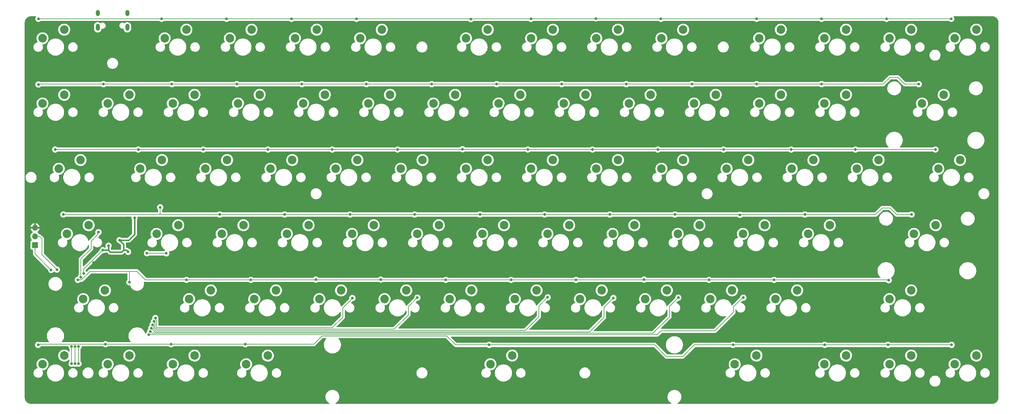
<source format=gtl>
G04 #@! TF.GenerationSoftware,KiCad,Pcbnew,(6.0.5-0)*
G04 #@! TF.CreationDate,2022-07-26T23:18:34+09:00*
G04 #@! TF.ProjectId,key-ripper,6b65792d-7269-4707-9065-722e6b696361,rev?*
G04 #@! TF.SameCoordinates,Original*
G04 #@! TF.FileFunction,Copper,L1,Top*
G04 #@! TF.FilePolarity,Positive*
%FSLAX46Y46*%
G04 Gerber Fmt 4.6, Leading zero omitted, Abs format (unit mm)*
G04 Created by KiCad (PCBNEW (6.0.5-0)) date 2022-07-26 23:18:34*
%MOMM*%
%LPD*%
G01*
G04 APERTURE LIST*
G04 #@! TA.AperFunction,ComponentPad*
%ADD10C,2.500000*%
G04 #@! TD*
G04 #@! TA.AperFunction,ComponentPad*
%ADD11R,1.700000X1.700000*%
G04 #@! TD*
G04 #@! TA.AperFunction,ComponentPad*
%ADD12O,1.700000X1.700000*%
G04 #@! TD*
G04 #@! TA.AperFunction,ComponentPad*
%ADD13O,1.200000X1.800000*%
G04 #@! TD*
G04 #@! TA.AperFunction,ComponentPad*
%ADD14O,1.200000X2.000000*%
G04 #@! TD*
G04 #@! TA.AperFunction,ViaPad*
%ADD15C,0.800000*%
G04 #@! TD*
G04 #@! TA.AperFunction,Conductor*
%ADD16C,0.400000*%
G04 #@! TD*
G04 #@! TA.AperFunction,Conductor*
%ADD17C,0.200000*%
G04 #@! TD*
G04 APERTURE END LIST*
D10*
X281940000Y-45085000D03*
X288290000Y-42545000D03*
X84296250Y-121285000D03*
X90646250Y-118745000D03*
X227171250Y-121285000D03*
X233521250Y-118745000D03*
X155733750Y-121285000D03*
X162083750Y-118745000D03*
X279558750Y-83185000D03*
X285908750Y-80645000D03*
X36671250Y-102235000D03*
X43021250Y-99695000D03*
X143827500Y-102235000D03*
X150177500Y-99695000D03*
X77152500Y-83185000D03*
X83502500Y-80645000D03*
X96202500Y-83185000D03*
X102552500Y-80645000D03*
X224790000Y-64135000D03*
X231140000Y-61595000D03*
X81915000Y-45085000D03*
X88265000Y-42545000D03*
X248602500Y-83185000D03*
X254952500Y-80645000D03*
X272415000Y-102235000D03*
X278765000Y-99695000D03*
X196215000Y-45085000D03*
X202565000Y-42545000D03*
X181927500Y-102235000D03*
X188277500Y-99695000D03*
X139065000Y-45085000D03*
X145415000Y-42545000D03*
X186690000Y-64135000D03*
X193040000Y-61595000D03*
X234315000Y-26035000D03*
X240665000Y-23495000D03*
X153352500Y-83185000D03*
X159702500Y-80645000D03*
X129540000Y-64135000D03*
X135890000Y-61595000D03*
X158115000Y-45085000D03*
X164465000Y-42545000D03*
X167640000Y-26035000D03*
X173990000Y-23495000D03*
X115252500Y-83185000D03*
X121602500Y-80645000D03*
X191452500Y-83185000D03*
X197802500Y-80645000D03*
X205740000Y-64135000D03*
X212090000Y-61595000D03*
X58102500Y-83185000D03*
X64452500Y-80645000D03*
X124777500Y-102235000D03*
X131127500Y-99695000D03*
X167640000Y-64135000D03*
X173990000Y-61595000D03*
X72390000Y-64135000D03*
X78740000Y-61595000D03*
X177165000Y-45085000D03*
X183515000Y-42545000D03*
X253365000Y-45085000D03*
X259715000Y-42545000D03*
X291465000Y-121285000D03*
X297815000Y-118745000D03*
X67627500Y-102235000D03*
X73977500Y-99695000D03*
X210502500Y-83185000D03*
X216852500Y-80645000D03*
X134302500Y-83185000D03*
X140652500Y-80645000D03*
X205740000Y-26035000D03*
X212090000Y-23495000D03*
X62865000Y-121285000D03*
X69215000Y-118745000D03*
X24765000Y-26035000D03*
X31115000Y-23495000D03*
X215265000Y-45085000D03*
X221615000Y-42545000D03*
X117633750Y-26035000D03*
X123983750Y-23495000D03*
X186690000Y-26035000D03*
X193040000Y-23495000D03*
X86677500Y-102235000D03*
X93027500Y-99695000D03*
X24765000Y-121285000D03*
X31115000Y-118745000D03*
X272415000Y-26035000D03*
X278765000Y-23495000D03*
X43815000Y-45085000D03*
X50165000Y-42545000D03*
X172402500Y-83185000D03*
X178752500Y-80645000D03*
X291465000Y-26035000D03*
X297815000Y-23495000D03*
X79533750Y-26035000D03*
X85883750Y-23495000D03*
X234315000Y-45085000D03*
X240665000Y-42545000D03*
X53340000Y-64135000D03*
X59690000Y-61595000D03*
X243840000Y-64135000D03*
X250190000Y-61595000D03*
X229552500Y-83185000D03*
X235902500Y-80645000D03*
X60483750Y-26035000D03*
X66833750Y-23495000D03*
X200977500Y-102235000D03*
X207327500Y-99695000D03*
X253365000Y-26035000D03*
X259715000Y-23495000D03*
X105727500Y-102235000D03*
X112077500Y-99695000D03*
X24765000Y-45085000D03*
X31115000Y-42545000D03*
X262890000Y-64135000D03*
X269240000Y-61595000D03*
X148590000Y-64135000D03*
X154940000Y-61595000D03*
X91440000Y-64135000D03*
X97790000Y-61595000D03*
X239077500Y-102235000D03*
X245427500Y-99695000D03*
X110490000Y-64135000D03*
X116840000Y-61595000D03*
X220027500Y-102235000D03*
X226377500Y-99695000D03*
X148590000Y-26035000D03*
X154940000Y-23495000D03*
X272415000Y-121285000D03*
X278765000Y-118745000D03*
X62865000Y-45085000D03*
X69215000Y-42545000D03*
X98583750Y-26035000D03*
X104933750Y-23495000D03*
X253365000Y-121285000D03*
X259715000Y-118745000D03*
X162877500Y-102235000D03*
X169227500Y-99695000D03*
X120015000Y-45085000D03*
X126365000Y-42545000D03*
X43815000Y-121285000D03*
X50165000Y-118745000D03*
X100965000Y-45085000D03*
X107315000Y-42545000D03*
X31908750Y-83185000D03*
X38258750Y-80645000D03*
X286702500Y-64135000D03*
X293052500Y-61595000D03*
X29527500Y-64135000D03*
X35877500Y-61595000D03*
D11*
X22575000Y-86450000D03*
D12*
X22575000Y-83910000D03*
X22575000Y-81370000D03*
D13*
X49567855Y-18609612D03*
D14*
X49567855Y-22809511D03*
D13*
X40917613Y-18609612D03*
D14*
X40917613Y-22809511D03*
D15*
X47900000Y-35500000D03*
X36775000Y-94725000D03*
X51675000Y-78525000D03*
X47275000Y-85025000D03*
X42375000Y-87925000D03*
X44075000Y-86625000D03*
X49785335Y-88417728D03*
X166687500Y-33337500D03*
X221456250Y-123825000D03*
X47975000Y-82425000D03*
X171450000Y-90487500D03*
X66675000Y-109537500D03*
X49675000Y-78525000D03*
X53275000Y-23325000D03*
X295275000Y-71437500D03*
X51275000Y-23325000D03*
X47175000Y-78625000D03*
X54275000Y-102625000D03*
X23812500Y-33337500D03*
X57150000Y-52387500D03*
X157162500Y-71437500D03*
X171450000Y-109537500D03*
X190500000Y-90487500D03*
X41419622Y-87280378D03*
X44175000Y-83725000D03*
X38100000Y-71437500D03*
X185737500Y-52387500D03*
X45075000Y-78625000D03*
X214312500Y-71437500D03*
X33337500Y-45243750D03*
X48675000Y-105825000D03*
X48954889Y-99145111D03*
X49775000Y-93125000D03*
X54275000Y-101425000D03*
X49975000Y-105825000D03*
X204787500Y-33337500D03*
X53075000Y-100225000D03*
X176212500Y-71437500D03*
X95250000Y-90487500D03*
X46275000Y-89725000D03*
X47075000Y-57525000D03*
X271462500Y-109537500D03*
X60575000Y-90525000D03*
X100012500Y-71437500D03*
X48475000Y-89725000D03*
X38775000Y-38225000D03*
X233362500Y-33337500D03*
X200025000Y-109537500D03*
X46275000Y-91925000D03*
X195262500Y-71437500D03*
X52275000Y-104725000D03*
X48675000Y-104625000D03*
X247650000Y-123825000D03*
X53575000Y-69325000D03*
X104775000Y-109537500D03*
X290512500Y-33337500D03*
X65775000Y-70425000D03*
X45075000Y-76325000D03*
X180975000Y-109537500D03*
X30956250Y-33337500D03*
X76200000Y-90487500D03*
X147637500Y-33337500D03*
X42175000Y-83825000D03*
X52275000Y-105825000D03*
X83343750Y-126206250D03*
X138112500Y-71437500D03*
X45175000Y-83725000D03*
X56775000Y-72125000D03*
X33337500Y-52387500D03*
X36675000Y-40525000D03*
X142875000Y-109537500D03*
X209550000Y-90487500D03*
X247650000Y-90487500D03*
X85725000Y-109537500D03*
X22575000Y-79025000D03*
X80962500Y-71437500D03*
X41275000Y-25125000D03*
X53475000Y-103425000D03*
X54575000Y-91825000D03*
X204787500Y-52387500D03*
X119062500Y-71437500D03*
X45075000Y-57525000D03*
X252412500Y-33337500D03*
X266700000Y-123825000D03*
X47375000Y-90825000D03*
X30575000Y-102025000D03*
X23812500Y-128587500D03*
X36675000Y-38225000D03*
X242887500Y-52387500D03*
X38775000Y-40525000D03*
X228600000Y-90487500D03*
X109537500Y-52387500D03*
X271462500Y-33337500D03*
X39712485Y-91576759D03*
X66675000Y-88106250D03*
X252412500Y-71437500D03*
X51175000Y-105825000D03*
X59375000Y-94825000D03*
X37675000Y-26725000D03*
X278606250Y-90487500D03*
X54275000Y-100225000D03*
X133350000Y-130968750D03*
X123825000Y-109537500D03*
X147637500Y-52387500D03*
X300037500Y-128587500D03*
X116681250Y-33337500D03*
X47175000Y-76325000D03*
X46775000Y-102325000D03*
X45475000Y-97125000D03*
X71437500Y-52387500D03*
X30675000Y-108725000D03*
X166687500Y-52387500D03*
X40481250Y-54768750D03*
X39175000Y-25125000D03*
X128587500Y-52387500D03*
X28575000Y-71437500D03*
X61912500Y-126206250D03*
X97631250Y-33337500D03*
X35718750Y-109537500D03*
X114300000Y-90487500D03*
X50175000Y-26525000D03*
X152400000Y-90487500D03*
X290512500Y-52387500D03*
X247650000Y-109537500D03*
X219075000Y-109537500D03*
X40275000Y-25125000D03*
X185737500Y-33337500D03*
X223837500Y-52387500D03*
X261937500Y-52387500D03*
X42862500Y-126206250D03*
X188118750Y-130968750D03*
X29275000Y-100125000D03*
X52775000Y-86125000D03*
X90487500Y-52387500D03*
X47075000Y-59825000D03*
X23812500Y-52387500D03*
X133350000Y-90487500D03*
X28575000Y-85725000D03*
X45075000Y-59825000D03*
X233362500Y-71437500D03*
X52275000Y-23325000D03*
X59531250Y-33337500D03*
X47575000Y-103425000D03*
X57500000Y-79900000D03*
X78581250Y-33337500D03*
X271462500Y-71437500D03*
X48475000Y-91925000D03*
X53475000Y-104725000D03*
X97575000Y-20325000D03*
X59575000Y-20325000D03*
X233575000Y-20325000D03*
X186575000Y-20225000D03*
X205575000Y-20325000D03*
X271575000Y-20325000D03*
X116575000Y-20325000D03*
X23575000Y-20325000D03*
X290475000Y-20325000D03*
X78575000Y-20325000D03*
X150018750Y-20425000D03*
X167575000Y-20325000D03*
X252575000Y-20325000D03*
X252575000Y-39425000D03*
X138575000Y-39425000D03*
X42575000Y-39425000D03*
X157575000Y-39425000D03*
X233575000Y-39425000D03*
X23575000Y-39525000D03*
X62575000Y-39425000D03*
X100575000Y-39425000D03*
X280975000Y-39425000D03*
X214675000Y-39425000D03*
X176575000Y-39425000D03*
X195475000Y-39425000D03*
X81575000Y-39425000D03*
X119475000Y-39425000D03*
X128575000Y-58525000D03*
X243675000Y-58525000D03*
X204675000Y-58525000D03*
X223875000Y-58525000D03*
X147575000Y-58425000D03*
X109475000Y-58525000D03*
X90675000Y-58525000D03*
X71775000Y-58525000D03*
X262475000Y-58525000D03*
X52775000Y-58525000D03*
X166675000Y-58525000D03*
X285875000Y-58525000D03*
X28475000Y-58525000D03*
X185575000Y-58525000D03*
X209675000Y-77525000D03*
X152675000Y-77525000D03*
X114675000Y-77525000D03*
X228675000Y-77625000D03*
X247675000Y-77525000D03*
X190675000Y-77525000D03*
X76575000Y-77525000D03*
X95575000Y-77525000D03*
X59175000Y-75425000D03*
X30875000Y-77525000D03*
X171575000Y-77525000D03*
X133575000Y-77525000D03*
X278875000Y-77525000D03*
X200675000Y-96525000D03*
X123675000Y-96525000D03*
X35075000Y-96625000D03*
X161775000Y-96625000D03*
X180775000Y-96625000D03*
X219675000Y-96625000D03*
X238675000Y-96625000D03*
X272175000Y-96725000D03*
X50175000Y-97325000D03*
X66875000Y-96625000D03*
X142675000Y-96625000D03*
X104675000Y-96525000D03*
X85675000Y-96625000D03*
X43174501Y-115425499D03*
X253475000Y-115625000D03*
X226675000Y-115625000D03*
X271975000Y-115625000D03*
X290575000Y-115625000D03*
X155375000Y-115625000D03*
X62375499Y-115425499D03*
X23475000Y-115625000D03*
X84075499Y-115425499D03*
X60972536Y-88872536D03*
X55300000Y-88824500D03*
X28975000Y-93625000D03*
X27275000Y-93725000D03*
X35975000Y-95825500D03*
X41125000Y-82675000D03*
X35275000Y-121125000D03*
X35275000Y-116125000D03*
X34274503Y-121125000D03*
X34275497Y-116125000D03*
X33275000Y-121125000D03*
X33275000Y-116125000D03*
X115375000Y-101925000D03*
X57773060Y-107763395D03*
X134375000Y-101825000D03*
X57373540Y-108755800D03*
X56974020Y-109731613D03*
X172475000Y-101725000D03*
X56574020Y-110725000D03*
X191675000Y-101925000D03*
X210675000Y-101825000D03*
X56275000Y-111725000D03*
X55828009Y-112618982D03*
X229675000Y-101825000D03*
D16*
X44575000Y-88525000D02*
X47875000Y-88525000D01*
D17*
X36775000Y-93525000D02*
X36775000Y-94725000D01*
D16*
X44075000Y-87825000D02*
X43975000Y-87925000D01*
X48475000Y-87925000D02*
X48475000Y-86225000D01*
X47275000Y-85025000D02*
X49975000Y-85025000D01*
X51675000Y-83325000D02*
X51675000Y-78525000D01*
X49975000Y-85025000D02*
X51675000Y-83325000D01*
X48475000Y-86225000D02*
X47275000Y-85025000D01*
D17*
X42375000Y-87925000D02*
X36775000Y-93525000D01*
D16*
X42375000Y-87925000D02*
X43975000Y-87925000D01*
X47875000Y-88525000D02*
X48475000Y-87925000D01*
X49292607Y-87925000D02*
X49785335Y-88417728D01*
X44075000Y-86625000D02*
X44075000Y-87825000D01*
X48475000Y-87925000D02*
X49292607Y-87925000D01*
X43975000Y-87925000D02*
X44575000Y-88525000D01*
D17*
X252575000Y-20325000D02*
X271575000Y-20325000D01*
X59575000Y-20325000D02*
X78575000Y-20325000D01*
X271575000Y-20325000D02*
X290475000Y-20325000D01*
X167575000Y-20325000D02*
X205575000Y-20325000D01*
X97575000Y-20325000D02*
X116575000Y-20325000D01*
X78575000Y-20325000D02*
X97575000Y-20325000D01*
X233575000Y-20325000D02*
X252575000Y-20325000D01*
X23575000Y-20325000D02*
X59575000Y-20325000D01*
X205575000Y-20325000D02*
X233575000Y-20325000D01*
X116575000Y-20325000D02*
X167575000Y-20325000D01*
X280975000Y-39425000D02*
X276875000Y-39425000D01*
X270575000Y-39425000D02*
X252575000Y-39425000D01*
X176575000Y-39425000D02*
X195475000Y-39425000D01*
X119475000Y-39425000D02*
X138575000Y-39425000D01*
X214675000Y-39425000D02*
X233575000Y-39425000D01*
X138575000Y-39425000D02*
X157575000Y-39425000D01*
X100575000Y-39425000D02*
X119475000Y-39425000D01*
X42575000Y-39425000D02*
X23675000Y-39425000D01*
X23675000Y-39425000D02*
X23575000Y-39525000D01*
X274875000Y-37425000D02*
X272575000Y-37425000D01*
X81575000Y-39425000D02*
X100575000Y-39425000D01*
X276875000Y-39425000D02*
X274875000Y-37425000D01*
X233575000Y-39425000D02*
X252575000Y-39425000D01*
X272575000Y-37425000D02*
X270575000Y-39425000D01*
X195475000Y-39425000D02*
X214675000Y-39425000D01*
X62575000Y-39425000D02*
X81575000Y-39425000D01*
X157575000Y-39425000D02*
X176575000Y-39425000D01*
X62575000Y-39425000D02*
X42575000Y-39425000D01*
X223875000Y-58525000D02*
X243675000Y-58525000D01*
X128575000Y-58525000D02*
X166675000Y-58525000D01*
X52775000Y-58525000D02*
X71775000Y-58525000D01*
X243675000Y-58525000D02*
X262475000Y-58525000D01*
X166675000Y-58525000D02*
X185575000Y-58525000D01*
X109475000Y-58525000D02*
X128575000Y-58525000D01*
X204675000Y-58525000D02*
X223875000Y-58525000D01*
X28475000Y-58525000D02*
X52775000Y-58525000D01*
X71775000Y-58525000D02*
X90675000Y-58525000D01*
X185575000Y-58525000D02*
X204675000Y-58525000D01*
X90675000Y-58525000D02*
X109475000Y-58525000D01*
X262475000Y-58525000D02*
X285875000Y-58525000D01*
X268375000Y-77525000D02*
X247675000Y-77525000D01*
X30875000Y-77525000D02*
X59175000Y-77525000D01*
X274475000Y-77525000D02*
X272575000Y-75625000D01*
X272575000Y-75625000D02*
X270275000Y-75625000D01*
X114675000Y-77525000D02*
X133575000Y-77525000D01*
X76575000Y-77525000D02*
X95575000Y-77525000D01*
X171575000Y-77525000D02*
X190675000Y-77525000D01*
X59175000Y-77525000D02*
X76575000Y-77525000D01*
X95575000Y-77525000D02*
X114675000Y-77525000D01*
X190675000Y-77525000D02*
X209675000Y-77525000D01*
X133575000Y-77525000D02*
X152675000Y-77525000D01*
X278875000Y-77525000D02*
X274475000Y-77525000D01*
X59175000Y-75425000D02*
X59175000Y-77525000D01*
X270275000Y-75625000D02*
X268375000Y-77525000D01*
X209675000Y-77525000D02*
X247675000Y-77525000D01*
X152675000Y-77525000D02*
X171575000Y-77525000D01*
X272075000Y-96625000D02*
X238675000Y-96625000D01*
X38664759Y-94125000D02*
X50175000Y-94125000D01*
X219675000Y-96625000D02*
X238675000Y-96625000D01*
X161775000Y-96625000D02*
X180775000Y-96625000D01*
X52375000Y-94125000D02*
X54875000Y-96625000D01*
X35075000Y-96625000D02*
X36164759Y-96625000D01*
X36164759Y-96625000D02*
X38664759Y-94125000D01*
X50175000Y-97325000D02*
X50175000Y-94125000D01*
X54875000Y-96625000D02*
X66875000Y-96625000D01*
X50175000Y-94125000D02*
X52375000Y-94125000D01*
X142675000Y-96625000D02*
X161775000Y-96625000D01*
X66875000Y-96625000D02*
X85675000Y-96625000D01*
X272175000Y-96725000D02*
X272075000Y-96625000D01*
X180775000Y-96625000D02*
X219675000Y-96625000D01*
X85675000Y-96625000D02*
X142675000Y-96625000D01*
X43174501Y-115425499D02*
X62375499Y-115425499D01*
X207175000Y-119025000D02*
X211975998Y-119025000D01*
X23475000Y-115625000D02*
X23674501Y-115425499D01*
X104074501Y-115425499D02*
X106475000Y-113025000D01*
X142975000Y-113025000D02*
X145575000Y-115625000D01*
X23674501Y-115425499D02*
X43174501Y-115425499D01*
X271975000Y-115625000D02*
X290575000Y-115625000D01*
X211975998Y-119025000D02*
X215375998Y-115625000D01*
X253475000Y-115625000D02*
X271975000Y-115625000D01*
X203775000Y-115625000D02*
X207175000Y-119025000D01*
X62375499Y-115425499D02*
X84075499Y-115425499D01*
X106475000Y-113025000D02*
X142975000Y-113025000D01*
X215375998Y-115625000D02*
X226675000Y-115625000D01*
X226675000Y-115625000D02*
X253475000Y-115625000D01*
X155375000Y-115625000D02*
X203775000Y-115625000D01*
X145575000Y-115625000D02*
X155375000Y-115625000D01*
X84075499Y-115425499D02*
X104074501Y-115425499D01*
X55348036Y-88872536D02*
X60972536Y-88872536D01*
X55300000Y-88824500D02*
X55348036Y-88872536D01*
X24575000Y-89225000D02*
X24575000Y-84625000D01*
X24575000Y-84625000D02*
X23860000Y-83910000D01*
X28975000Y-93625000D02*
X24575000Y-89225000D01*
X23860000Y-83910000D02*
X22575000Y-83910000D01*
X27275000Y-93725000D02*
X22575000Y-89025000D01*
X22575000Y-89025000D02*
X22575000Y-86450000D01*
X35975000Y-90525000D02*
X38975000Y-87525000D01*
X40875000Y-82925000D02*
X41125000Y-82675000D01*
X40875000Y-83425000D02*
X40875000Y-82925000D01*
X35975000Y-95825500D02*
X35975000Y-90525000D01*
X38975000Y-85325000D02*
X40875000Y-83425000D01*
X38975000Y-87525000D02*
X38975000Y-85325000D01*
X35274503Y-116125497D02*
X35275000Y-116125000D01*
X35274503Y-121124503D02*
X35274503Y-116125497D01*
X35275000Y-121125000D02*
X35274503Y-121124503D01*
X34274503Y-116125994D02*
X34275497Y-116125000D01*
X34274503Y-121125000D02*
X34274503Y-116125994D01*
X33275000Y-116825000D02*
X33275000Y-116125000D01*
X33275000Y-121125000D02*
X33275000Y-116825000D01*
X58073051Y-108466052D02*
X58073051Y-110523051D01*
X112575000Y-107525000D02*
X112575000Y-104825000D01*
X57773060Y-108166061D02*
X58073051Y-108466052D01*
X57773060Y-107763395D02*
X57773060Y-108166061D01*
X58171382Y-110621382D02*
X109478618Y-110621382D01*
X109478618Y-110621382D02*
X112575000Y-107525000D01*
X112575000Y-104825000D02*
X115375000Y-102025000D01*
X115375000Y-102025000D02*
X115375000Y-101925000D01*
X58073051Y-110523051D02*
X58171382Y-110621382D01*
X57999934Y-111020902D02*
X127579098Y-111020902D01*
X127579098Y-111020902D02*
X131775000Y-106825000D01*
X57673531Y-110694499D02*
X57999934Y-111020902D01*
X131775000Y-106825000D02*
X131775000Y-104425000D01*
X57673531Y-109055791D02*
X57673531Y-110694499D01*
X131775000Y-104425000D02*
X134375000Y-101825000D01*
X57373540Y-108755800D02*
X57673531Y-109055791D01*
X57273531Y-110031124D02*
X57273531Y-110859505D01*
X57834448Y-111420422D02*
X165879578Y-111420422D01*
X56974020Y-109731613D02*
X57273531Y-110031124D01*
X169875000Y-104325000D02*
X172475000Y-101725000D01*
X169875000Y-107425000D02*
X169875000Y-104325000D01*
X57273531Y-110859505D02*
X57834448Y-111420422D01*
X165879578Y-111420422D02*
X169875000Y-107425000D01*
X184680058Y-111819942D02*
X188975000Y-107525000D01*
X188975000Y-104625000D02*
X191675000Y-101925000D01*
X57668962Y-111819942D02*
X184680058Y-111819942D01*
X188975000Y-107525000D02*
X188975000Y-104625000D01*
X56574020Y-110725000D02*
X57668962Y-111819942D01*
X198868982Y-112219462D02*
X198875000Y-112225480D01*
X56769462Y-112219462D02*
X198868982Y-112219462D01*
X208075000Y-104425000D02*
X210675000Y-101825000D01*
X208075000Y-107425000D02*
X208075000Y-104425000D01*
X56275000Y-111725000D02*
X56769462Y-112219462D01*
X203274520Y-112225480D02*
X208075000Y-107425000D01*
X198875000Y-112225480D02*
X203274520Y-112225480D01*
X229475000Y-101825000D02*
X226775000Y-104525000D01*
X204475000Y-112625000D02*
X82975000Y-112625000D01*
X221375000Y-111525000D02*
X205575000Y-111525000D01*
X226775000Y-106125000D02*
X221375000Y-111525000D01*
X82975000Y-112625000D02*
X82968982Y-112618982D01*
X82968982Y-112618982D02*
X55828009Y-112618982D01*
X205575000Y-111525000D02*
X204475000Y-112625000D01*
X226775000Y-104525000D02*
X226775000Y-106125000D01*
X229675000Y-101825000D02*
X229475000Y-101825000D01*
G04 #@! TA.AperFunction,Conductor*
G36*
X22827774Y-19578502D02*
G01*
X22874267Y-19632158D01*
X22884371Y-19702432D01*
X22853291Y-19768808D01*
X22835960Y-19788056D01*
X22823629Y-19809414D01*
X22745053Y-19945512D01*
X22740473Y-19953444D01*
X22681458Y-20135072D01*
X22661496Y-20325000D01*
X22662186Y-20331565D01*
X22680131Y-20502299D01*
X22681458Y-20514928D01*
X22740473Y-20696556D01*
X22835960Y-20861944D01*
X22840378Y-20866851D01*
X22840379Y-20866852D01*
X22926000Y-20961944D01*
X22963747Y-21003866D01*
X22984306Y-21018803D01*
X23101385Y-21103866D01*
X23118248Y-21116118D01*
X23124276Y-21118802D01*
X23124278Y-21118803D01*
X23286681Y-21191109D01*
X23292712Y-21193794D01*
X23379479Y-21212237D01*
X23473056Y-21232128D01*
X23473061Y-21232128D01*
X23479513Y-21233500D01*
X23670487Y-21233500D01*
X23676939Y-21232128D01*
X23676944Y-21232128D01*
X23770521Y-21212237D01*
X23857288Y-21193794D01*
X23863319Y-21191109D01*
X24025722Y-21118803D01*
X24025724Y-21118802D01*
X24031752Y-21116118D01*
X24048616Y-21103866D01*
X24174731Y-21012237D01*
X24186253Y-21003866D01*
X24212074Y-20975189D01*
X24272520Y-20937950D01*
X24305710Y-20933500D01*
X58844290Y-20933500D01*
X58912411Y-20953502D01*
X58937926Y-20975189D01*
X58963747Y-21003866D01*
X58975269Y-21012237D01*
X59101385Y-21103866D01*
X59118248Y-21116118D01*
X59124276Y-21118802D01*
X59124278Y-21118803D01*
X59286681Y-21191109D01*
X59292712Y-21193794D01*
X59379479Y-21212237D01*
X59473056Y-21232128D01*
X59473061Y-21232128D01*
X59479513Y-21233500D01*
X59670487Y-21233500D01*
X59676939Y-21232128D01*
X59676944Y-21232128D01*
X59770521Y-21212237D01*
X59857288Y-21193794D01*
X59863319Y-21191109D01*
X60025722Y-21118803D01*
X60025724Y-21118802D01*
X60031752Y-21116118D01*
X60048616Y-21103866D01*
X60174731Y-21012237D01*
X60186253Y-21003866D01*
X60212074Y-20975189D01*
X60272520Y-20937950D01*
X60305710Y-20933500D01*
X77844290Y-20933500D01*
X77912411Y-20953502D01*
X77937926Y-20975189D01*
X77963747Y-21003866D01*
X77975269Y-21012237D01*
X78101385Y-21103866D01*
X78118248Y-21116118D01*
X78124276Y-21118802D01*
X78124278Y-21118803D01*
X78286681Y-21191109D01*
X78292712Y-21193794D01*
X78379479Y-21212237D01*
X78473056Y-21232128D01*
X78473061Y-21232128D01*
X78479513Y-21233500D01*
X78670487Y-21233500D01*
X78676939Y-21232128D01*
X78676944Y-21232128D01*
X78770521Y-21212237D01*
X78857288Y-21193794D01*
X78863319Y-21191109D01*
X79025722Y-21118803D01*
X79025724Y-21118802D01*
X79031752Y-21116118D01*
X79048616Y-21103866D01*
X79174731Y-21012237D01*
X79186253Y-21003866D01*
X79212074Y-20975189D01*
X79272520Y-20937950D01*
X79305710Y-20933500D01*
X96844290Y-20933500D01*
X96912411Y-20953502D01*
X96937926Y-20975189D01*
X96963747Y-21003866D01*
X96975269Y-21012237D01*
X97101385Y-21103866D01*
X97118248Y-21116118D01*
X97124276Y-21118802D01*
X97124278Y-21118803D01*
X97286681Y-21191109D01*
X97292712Y-21193794D01*
X97379479Y-21212237D01*
X97473056Y-21232128D01*
X97473061Y-21232128D01*
X97479513Y-21233500D01*
X97670487Y-21233500D01*
X97676939Y-21232128D01*
X97676944Y-21232128D01*
X97770521Y-21212237D01*
X97857288Y-21193794D01*
X97863319Y-21191109D01*
X98025722Y-21118803D01*
X98025724Y-21118802D01*
X98031752Y-21116118D01*
X98048616Y-21103866D01*
X98174731Y-21012237D01*
X98186253Y-21003866D01*
X98212074Y-20975189D01*
X98272520Y-20937950D01*
X98305710Y-20933500D01*
X115844290Y-20933500D01*
X115912411Y-20953502D01*
X115937926Y-20975189D01*
X115963747Y-21003866D01*
X115975269Y-21012237D01*
X116101385Y-21103866D01*
X116118248Y-21116118D01*
X116124276Y-21118802D01*
X116124278Y-21118803D01*
X116286681Y-21191109D01*
X116292712Y-21193794D01*
X116379479Y-21212237D01*
X116473056Y-21232128D01*
X116473061Y-21232128D01*
X116479513Y-21233500D01*
X116670487Y-21233500D01*
X116676939Y-21232128D01*
X116676944Y-21232128D01*
X116770521Y-21212237D01*
X116857288Y-21193794D01*
X116863319Y-21191109D01*
X117025722Y-21118803D01*
X117025724Y-21118802D01*
X117031752Y-21116118D01*
X117048616Y-21103866D01*
X117174731Y-21012237D01*
X117186253Y-21003866D01*
X117212074Y-20975189D01*
X117272520Y-20937950D01*
X117305710Y-20933500D01*
X149198001Y-20933500D01*
X149266122Y-20953502D01*
X149291636Y-20975189D01*
X149330906Y-21018803D01*
X149396011Y-21091109D01*
X149407497Y-21103866D01*
X149561998Y-21216118D01*
X149568026Y-21218802D01*
X149568028Y-21218803D01*
X149730431Y-21291109D01*
X149736462Y-21293794D01*
X149829863Y-21313647D01*
X149916806Y-21332128D01*
X149916811Y-21332128D01*
X149923263Y-21333500D01*
X150114237Y-21333500D01*
X150120689Y-21332128D01*
X150120694Y-21332128D01*
X150207637Y-21313647D01*
X150301038Y-21293794D01*
X150307069Y-21291109D01*
X150469472Y-21218803D01*
X150469474Y-21218802D01*
X150475502Y-21216118D01*
X150630003Y-21103866D01*
X150641490Y-21091109D01*
X150706594Y-21018803D01*
X150745864Y-20975190D01*
X150806309Y-20937950D01*
X150839499Y-20933500D01*
X166844290Y-20933500D01*
X166912411Y-20953502D01*
X166937926Y-20975189D01*
X166963747Y-21003866D01*
X166975269Y-21012237D01*
X167101385Y-21103866D01*
X167118248Y-21116118D01*
X167124276Y-21118802D01*
X167124278Y-21118803D01*
X167286681Y-21191109D01*
X167292712Y-21193794D01*
X167379479Y-21212237D01*
X167473056Y-21232128D01*
X167473061Y-21232128D01*
X167479513Y-21233500D01*
X167670487Y-21233500D01*
X167676939Y-21232128D01*
X167676944Y-21232128D01*
X167770521Y-21212237D01*
X167857288Y-21193794D01*
X167863319Y-21191109D01*
X168025722Y-21118803D01*
X168025724Y-21118802D01*
X168031752Y-21116118D01*
X168048616Y-21103866D01*
X168174731Y-21012237D01*
X168186253Y-21003866D01*
X168212074Y-20975189D01*
X168272520Y-20937950D01*
X168305710Y-20933500D01*
X185963595Y-20933500D01*
X186031716Y-20953502D01*
X186037656Y-20957564D01*
X186106724Y-21007745D01*
X186118248Y-21016118D01*
X186124276Y-21018802D01*
X186124278Y-21018803D01*
X186286681Y-21091109D01*
X186292712Y-21093794D01*
X186355707Y-21107184D01*
X186473056Y-21132128D01*
X186473061Y-21132128D01*
X186479513Y-21133500D01*
X186670487Y-21133500D01*
X186676939Y-21132128D01*
X186676944Y-21132128D01*
X186794293Y-21107184D01*
X186857288Y-21093794D01*
X186863319Y-21091109D01*
X187025722Y-21018803D01*
X187025724Y-21018802D01*
X187031752Y-21016118D01*
X187043277Y-21007745D01*
X187112344Y-20957564D01*
X187179211Y-20933706D01*
X187186405Y-20933500D01*
X204844290Y-20933500D01*
X204912411Y-20953502D01*
X204937926Y-20975189D01*
X204963747Y-21003866D01*
X204975269Y-21012237D01*
X205101385Y-21103866D01*
X205118248Y-21116118D01*
X205124276Y-21118802D01*
X205124278Y-21118803D01*
X205286681Y-21191109D01*
X205292712Y-21193794D01*
X205379479Y-21212237D01*
X205473056Y-21232128D01*
X205473061Y-21232128D01*
X205479513Y-21233500D01*
X205670487Y-21233500D01*
X205676939Y-21232128D01*
X205676944Y-21232128D01*
X205770521Y-21212237D01*
X205857288Y-21193794D01*
X205863319Y-21191109D01*
X206025722Y-21118803D01*
X206025724Y-21118802D01*
X206031752Y-21116118D01*
X206048616Y-21103866D01*
X206174731Y-21012237D01*
X206186253Y-21003866D01*
X206212074Y-20975189D01*
X206272520Y-20937950D01*
X206305710Y-20933500D01*
X232844290Y-20933500D01*
X232912411Y-20953502D01*
X232937926Y-20975189D01*
X232963747Y-21003866D01*
X232975269Y-21012237D01*
X233101385Y-21103866D01*
X233118248Y-21116118D01*
X233124276Y-21118802D01*
X233124278Y-21118803D01*
X233286681Y-21191109D01*
X233292712Y-21193794D01*
X233379479Y-21212237D01*
X233473056Y-21232128D01*
X233473061Y-21232128D01*
X233479513Y-21233500D01*
X233670487Y-21233500D01*
X233676939Y-21232128D01*
X233676944Y-21232128D01*
X233770521Y-21212237D01*
X233857288Y-21193794D01*
X233863319Y-21191109D01*
X234025722Y-21118803D01*
X234025724Y-21118802D01*
X234031752Y-21116118D01*
X234048616Y-21103866D01*
X234174731Y-21012237D01*
X234186253Y-21003866D01*
X234212074Y-20975189D01*
X234272520Y-20937950D01*
X234305710Y-20933500D01*
X251844290Y-20933500D01*
X251912411Y-20953502D01*
X251937926Y-20975189D01*
X251963747Y-21003866D01*
X251975269Y-21012237D01*
X252101385Y-21103866D01*
X252118248Y-21116118D01*
X252124276Y-21118802D01*
X252124278Y-21118803D01*
X252286681Y-21191109D01*
X252292712Y-21193794D01*
X252379479Y-21212237D01*
X252473056Y-21232128D01*
X252473061Y-21232128D01*
X252479513Y-21233500D01*
X252670487Y-21233500D01*
X252676939Y-21232128D01*
X252676944Y-21232128D01*
X252770521Y-21212237D01*
X252857288Y-21193794D01*
X252863319Y-21191109D01*
X253025722Y-21118803D01*
X253025724Y-21118802D01*
X253031752Y-21116118D01*
X253048616Y-21103866D01*
X253174731Y-21012237D01*
X253186253Y-21003866D01*
X253212074Y-20975189D01*
X253272520Y-20937950D01*
X253305710Y-20933500D01*
X270844290Y-20933500D01*
X270912411Y-20953502D01*
X270937926Y-20975189D01*
X270963747Y-21003866D01*
X270975269Y-21012237D01*
X271101385Y-21103866D01*
X271118248Y-21116118D01*
X271124276Y-21118802D01*
X271124278Y-21118803D01*
X271286681Y-21191109D01*
X271292712Y-21193794D01*
X271379479Y-21212237D01*
X271473056Y-21232128D01*
X271473061Y-21232128D01*
X271479513Y-21233500D01*
X271670487Y-21233500D01*
X271676939Y-21232128D01*
X271676944Y-21232128D01*
X271770521Y-21212237D01*
X271857288Y-21193794D01*
X271863319Y-21191109D01*
X272025722Y-21118803D01*
X272025724Y-21118802D01*
X272031752Y-21116118D01*
X272048616Y-21103866D01*
X272174731Y-21012237D01*
X272186253Y-21003866D01*
X272212074Y-20975189D01*
X272272520Y-20937950D01*
X272305710Y-20933500D01*
X289744290Y-20933500D01*
X289812411Y-20953502D01*
X289837926Y-20975189D01*
X289863747Y-21003866D01*
X289875269Y-21012237D01*
X290001385Y-21103866D01*
X290018248Y-21116118D01*
X290024276Y-21118802D01*
X290024278Y-21118803D01*
X290186681Y-21191109D01*
X290192712Y-21193794D01*
X290279479Y-21212237D01*
X290373056Y-21232128D01*
X290373061Y-21232128D01*
X290379513Y-21233500D01*
X290570487Y-21233500D01*
X290576939Y-21232128D01*
X290576944Y-21232128D01*
X290670521Y-21212237D01*
X290757288Y-21193794D01*
X290763319Y-21191109D01*
X290925722Y-21118803D01*
X290925724Y-21118802D01*
X290931752Y-21116118D01*
X290948616Y-21103866D01*
X291065694Y-21018803D01*
X291086253Y-21003866D01*
X291124000Y-20961944D01*
X291209621Y-20866852D01*
X291209622Y-20866851D01*
X291214040Y-20861944D01*
X291309527Y-20696556D01*
X291368542Y-20514928D01*
X291369870Y-20502299D01*
X291387814Y-20331565D01*
X291388504Y-20325000D01*
X291368542Y-20135072D01*
X291309527Y-19953444D01*
X291304948Y-19945512D01*
X291226371Y-19809414D01*
X291214040Y-19788056D01*
X291196709Y-19768808D01*
X291165993Y-19704802D01*
X291174758Y-19634349D01*
X291220221Y-19579818D01*
X291290347Y-19558500D01*
X302369380Y-19558500D01*
X302388768Y-19560001D01*
X302403319Y-19562267D01*
X302412463Y-19563691D01*
X302428757Y-19561561D01*
X302453329Y-19560768D01*
X302654942Y-19573986D01*
X302671272Y-19576135D01*
X302895349Y-19620711D01*
X302911260Y-19624975D01*
X302973590Y-19646134D01*
X303127595Y-19698414D01*
X303142821Y-19704722D01*
X303347701Y-19805760D01*
X303361974Y-19814000D01*
X303551924Y-19940922D01*
X303564999Y-19950955D01*
X303736760Y-20101585D01*
X303748415Y-20113240D01*
X303899045Y-20285001D01*
X303909078Y-20298076D01*
X304036000Y-20488026D01*
X304044240Y-20502299D01*
X304145278Y-20707179D01*
X304151584Y-20722399D01*
X304225021Y-20938726D01*
X304225024Y-20938736D01*
X304229288Y-20954647D01*
X304264868Y-21133500D01*
X304273864Y-21178723D01*
X304276014Y-21195058D01*
X304282311Y-21291109D01*
X304288762Y-21389504D01*
X304287733Y-21412631D01*
X304287691Y-21416110D01*
X304286309Y-21424985D01*
X304288496Y-21441705D01*
X304290436Y-21456541D01*
X304291500Y-21472881D01*
X304291500Y-130919380D01*
X304289999Y-130938767D01*
X304286309Y-130962463D01*
X304287473Y-130971366D01*
X304288439Y-130978754D01*
X304289232Y-131003329D01*
X304278432Y-131168073D01*
X304276015Y-131204936D01*
X304273865Y-131221272D01*
X304229290Y-131445345D01*
X304225025Y-131461260D01*
X304188431Y-131569058D01*
X304151586Y-131677595D01*
X304145278Y-131692821D01*
X304044240Y-131897701D01*
X304036000Y-131911974D01*
X303909078Y-132101924D01*
X303899045Y-132114999D01*
X303748415Y-132286760D01*
X303736760Y-132298415D01*
X303564999Y-132449045D01*
X303551924Y-132459078D01*
X303361974Y-132586000D01*
X303347701Y-132594240D01*
X303142821Y-132695278D01*
X303127595Y-132701586D01*
X303127557Y-132701599D01*
X302911260Y-132775025D01*
X302895349Y-132779289D01*
X302671272Y-132823865D01*
X302654942Y-132826014D01*
X302515614Y-132835149D01*
X302460496Y-132838762D01*
X302437369Y-132837733D01*
X302433890Y-132837691D01*
X302425015Y-132836309D01*
X302396793Y-132840000D01*
X302393459Y-132840436D01*
X302377119Y-132841500D01*
X210557747Y-132841500D01*
X210489626Y-132821498D01*
X210443133Y-132767842D01*
X210433029Y-132697568D01*
X210462523Y-132632988D01*
X210498590Y-132604251D01*
X210623441Y-132537867D01*
X210627001Y-132535281D01*
X210627005Y-132535278D01*
X210849843Y-132373376D01*
X210849846Y-132373374D01*
X210853406Y-132370787D01*
X210928335Y-132298429D01*
X211054718Y-132176383D01*
X211054721Y-132176379D01*
X211057880Y-132173329D01*
X211232883Y-131949335D01*
X211375010Y-131703165D01*
X211376660Y-131699081D01*
X211376663Y-131699075D01*
X211479843Y-131443693D01*
X211479844Y-131443690D01*
X211481492Y-131439611D01*
X211550259Y-131163802D01*
X211567126Y-131003331D01*
X211579513Y-130885475D01*
X211579513Y-130885472D01*
X211579972Y-130881106D01*
X211579819Y-130876712D01*
X211570206Y-130601424D01*
X211570205Y-130601417D01*
X211570052Y-130597027D01*
X211520692Y-130317093D01*
X211519337Y-130312922D01*
X211519335Y-130312915D01*
X211434214Y-130050942D01*
X211432853Y-130046753D01*
X211308245Y-129791269D01*
X211305790Y-129787630D01*
X211305787Y-129787624D01*
X211151753Y-129559259D01*
X211151748Y-129559252D01*
X211149293Y-129555613D01*
X211048452Y-129443617D01*
X210962039Y-129347646D01*
X210962038Y-129347645D01*
X210959091Y-129344372D01*
X210741341Y-129161658D01*
X210500281Y-129011027D01*
X210240603Y-128895411D01*
X209967362Y-128817060D01*
X209963012Y-128816449D01*
X209963009Y-128816448D01*
X209858533Y-128801765D01*
X209685876Y-128777500D01*
X209472774Y-128777500D01*
X209470589Y-128777653D01*
X209470583Y-128777653D01*
X209264575Y-128792058D01*
X209264570Y-128792059D01*
X209260190Y-128792365D01*
X208982149Y-128851465D01*
X208978018Y-128852969D01*
X208978013Y-128852970D01*
X208864738Y-128894199D01*
X208715039Y-128948685D01*
X208711152Y-128950752D01*
X208467951Y-129080063D01*
X208467945Y-129080067D01*
X208464059Y-129082133D01*
X208460499Y-129084719D01*
X208460495Y-129084722D01*
X208350710Y-129164486D01*
X208234094Y-129249213D01*
X208230930Y-129252269D01*
X208230927Y-129252271D01*
X208032782Y-129443617D01*
X208032779Y-129443621D01*
X208029620Y-129446671D01*
X207854617Y-129670665D01*
X207712490Y-129916835D01*
X207710840Y-129920919D01*
X207710837Y-129920925D01*
X207607657Y-130176307D01*
X207606008Y-130180389D01*
X207537241Y-130456198D01*
X207507528Y-130738894D01*
X207507681Y-130743282D01*
X207507681Y-130743288D01*
X207516376Y-130992270D01*
X207517448Y-131022973D01*
X207566808Y-131302907D01*
X207568163Y-131307078D01*
X207568165Y-131307085D01*
X207615720Y-131453442D01*
X207654647Y-131573247D01*
X207779255Y-131828731D01*
X207781710Y-131832370D01*
X207781713Y-131832376D01*
X207935747Y-132060741D01*
X207935752Y-132060748D01*
X207938207Y-132064387D01*
X207941151Y-132067656D01*
X207941152Y-132067658D01*
X208082406Y-132224536D01*
X208128409Y-132275628D01*
X208346159Y-132458342D01*
X208579658Y-132604248D01*
X208586696Y-132608646D01*
X208633866Y-132661707D01*
X208644861Y-132731847D01*
X208616190Y-132796797D01*
X208556956Y-132835936D01*
X208519926Y-132841500D01*
X110557747Y-132841500D01*
X110489626Y-132821498D01*
X110443133Y-132767842D01*
X110433029Y-132697568D01*
X110462523Y-132632988D01*
X110498590Y-132604251D01*
X110623441Y-132537867D01*
X110627001Y-132535281D01*
X110627005Y-132535278D01*
X110849843Y-132373376D01*
X110849846Y-132373374D01*
X110853406Y-132370787D01*
X110928335Y-132298429D01*
X111054718Y-132176383D01*
X111054721Y-132176379D01*
X111057880Y-132173329D01*
X111232883Y-131949335D01*
X111375010Y-131703165D01*
X111376660Y-131699081D01*
X111376663Y-131699075D01*
X111479843Y-131443693D01*
X111479844Y-131443690D01*
X111481492Y-131439611D01*
X111550259Y-131163802D01*
X111567126Y-131003331D01*
X111579513Y-130885475D01*
X111579513Y-130885472D01*
X111579972Y-130881106D01*
X111579819Y-130876712D01*
X111570206Y-130601424D01*
X111570205Y-130601417D01*
X111570052Y-130597027D01*
X111520692Y-130317093D01*
X111519337Y-130312922D01*
X111519335Y-130312915D01*
X111434214Y-130050942D01*
X111432853Y-130046753D01*
X111308245Y-129791269D01*
X111305790Y-129787630D01*
X111305787Y-129787624D01*
X111151753Y-129559259D01*
X111151748Y-129559252D01*
X111149293Y-129555613D01*
X111048452Y-129443617D01*
X110962039Y-129347646D01*
X110962038Y-129347645D01*
X110959091Y-129344372D01*
X110741341Y-129161658D01*
X110500281Y-129011027D01*
X110240603Y-128895411D01*
X109967362Y-128817060D01*
X109963012Y-128816449D01*
X109963009Y-128816448D01*
X109858533Y-128801765D01*
X109685876Y-128777500D01*
X109472774Y-128777500D01*
X109470589Y-128777653D01*
X109470583Y-128777653D01*
X109264575Y-128792058D01*
X109264570Y-128792059D01*
X109260190Y-128792365D01*
X108982149Y-128851465D01*
X108978018Y-128852969D01*
X108978013Y-128852970D01*
X108864738Y-128894199D01*
X108715039Y-128948685D01*
X108711152Y-128950752D01*
X108467951Y-129080063D01*
X108467945Y-129080067D01*
X108464059Y-129082133D01*
X108460499Y-129084719D01*
X108460495Y-129084722D01*
X108350710Y-129164486D01*
X108234094Y-129249213D01*
X108230930Y-129252269D01*
X108230927Y-129252271D01*
X108032782Y-129443617D01*
X108032779Y-129443621D01*
X108029620Y-129446671D01*
X107854617Y-129670665D01*
X107712490Y-129916835D01*
X107710840Y-129920919D01*
X107710837Y-129920925D01*
X107607657Y-130176307D01*
X107606008Y-130180389D01*
X107537241Y-130456198D01*
X107507528Y-130738894D01*
X107507681Y-130743282D01*
X107507681Y-130743288D01*
X107516376Y-130992270D01*
X107517448Y-131022973D01*
X107566808Y-131302907D01*
X107568163Y-131307078D01*
X107568165Y-131307085D01*
X107615720Y-131453442D01*
X107654647Y-131573247D01*
X107779255Y-131828731D01*
X107781710Y-131832370D01*
X107781713Y-131832376D01*
X107935747Y-132060741D01*
X107935752Y-132060748D01*
X107938207Y-132064387D01*
X107941151Y-132067656D01*
X107941152Y-132067658D01*
X108082406Y-132224536D01*
X108128409Y-132275628D01*
X108346159Y-132458342D01*
X108579658Y-132604248D01*
X108586696Y-132608646D01*
X108633866Y-132661707D01*
X108644861Y-132731847D01*
X108616190Y-132796797D01*
X108556956Y-132835936D01*
X108519926Y-132841500D01*
X21480617Y-132841500D01*
X21461232Y-132840000D01*
X21446399Y-132837690D01*
X21446395Y-132837690D01*
X21437526Y-132836309D01*
X21421238Y-132838439D01*
X21396660Y-132839233D01*
X21346360Y-132835936D01*
X21195049Y-132826018D01*
X21178709Y-132823867D01*
X20954647Y-132779299D01*
X20938726Y-132775033D01*
X20722399Y-132701599D01*
X20707173Y-132695292D01*
X20502283Y-132594252D01*
X20488009Y-132586011D01*
X20298062Y-132459092D01*
X20284987Y-132449059D01*
X20113226Y-132298429D01*
X20101571Y-132286774D01*
X19950941Y-132115013D01*
X19940908Y-132101938D01*
X19813989Y-131911991D01*
X19805748Y-131897717D01*
X19704708Y-131692827D01*
X19698401Y-131677601D01*
X19624967Y-131461274D01*
X19620701Y-131445353D01*
X19576133Y-131221291D01*
X19573982Y-131204951D01*
X19561476Y-131014157D01*
X19562650Y-130990982D01*
X19562334Y-130990954D01*
X19562770Y-130986094D01*
X19563576Y-130981302D01*
X19563729Y-130968750D01*
X19559773Y-130941126D01*
X19558500Y-130923264D01*
X19558500Y-123759593D01*
X22108039Y-123759593D01*
X22116848Y-123994216D01*
X22117943Y-123999434D01*
X22142794Y-124117871D01*
X22165062Y-124224001D01*
X22251302Y-124442377D01*
X22254071Y-124446940D01*
X22354386Y-124612253D01*
X22373104Y-124643100D01*
X22526985Y-124820432D01*
X22531117Y-124823820D01*
X22704416Y-124965917D01*
X22704422Y-124965921D01*
X22708544Y-124969301D01*
X22713180Y-124971940D01*
X22713183Y-124971942D01*
X22877281Y-125065352D01*
X22912590Y-125085451D01*
X23133289Y-125165561D01*
X23138538Y-125166510D01*
X23138541Y-125166511D01*
X23185382Y-125174981D01*
X23364330Y-125207340D01*
X23368469Y-125207535D01*
X23368476Y-125207536D01*
X23387440Y-125208430D01*
X23387449Y-125208430D01*
X23388929Y-125208500D01*
X23553950Y-125208500D01*
X23635299Y-125201597D01*
X23723637Y-125194102D01*
X23723641Y-125194101D01*
X23728948Y-125193651D01*
X23734103Y-125192313D01*
X23734109Y-125192312D01*
X23951035Y-125136009D01*
X23951034Y-125136009D01*
X23956206Y-125134667D01*
X23961072Y-125132475D01*
X23961075Y-125132474D01*
X24165417Y-125040424D01*
X24165420Y-125040423D01*
X24170278Y-125038234D01*
X24365041Y-124907112D01*
X24374237Y-124898340D01*
X24501292Y-124777135D01*
X24534927Y-124745049D01*
X24675078Y-124556679D01*
X24735719Y-124437408D01*
X24779069Y-124352144D01*
X24779069Y-124352143D01*
X24781487Y-124347388D01*
X24851111Y-124123160D01*
X24868202Y-123994216D01*
X24869712Y-123982821D01*
X26066500Y-123982821D01*
X26106060Y-124295975D01*
X26184557Y-124601702D01*
X26186010Y-124605371D01*
X26186010Y-124605372D01*
X26271159Y-124820432D01*
X26300753Y-124895179D01*
X26302659Y-124898647D01*
X26302660Y-124898648D01*
X26449398Y-125165561D01*
X26452816Y-125171779D01*
X26638346Y-125427140D01*
X26854418Y-125657233D01*
X26857469Y-125659757D01*
X26857470Y-125659758D01*
X26915372Y-125707659D01*
X27097625Y-125858432D01*
X27364131Y-126027562D01*
X27367710Y-126029246D01*
X27367717Y-126029250D01*
X27646144Y-126160267D01*
X27646148Y-126160269D01*
X27649734Y-126161956D01*
X27949928Y-126259495D01*
X28259980Y-126318641D01*
X28496162Y-126333500D01*
X28653838Y-126333500D01*
X28890020Y-126318641D01*
X29200072Y-126259495D01*
X29500266Y-126161956D01*
X29503852Y-126160269D01*
X29503856Y-126160267D01*
X29782283Y-126029250D01*
X29782290Y-126029246D01*
X29785869Y-126027562D01*
X30052375Y-125858432D01*
X30234628Y-125707659D01*
X30292530Y-125659758D01*
X30292531Y-125659757D01*
X30295582Y-125657233D01*
X30511654Y-125427140D01*
X30697184Y-125171779D01*
X30700603Y-125165561D01*
X30847340Y-124898648D01*
X30847341Y-124898647D01*
X30849247Y-124895179D01*
X30878842Y-124820432D01*
X30963990Y-124605372D01*
X30963990Y-124605371D01*
X30965443Y-124601702D01*
X31043940Y-124295975D01*
X31083500Y-123982821D01*
X31083500Y-123759593D01*
X32268039Y-123759593D01*
X32276848Y-123994216D01*
X32277943Y-123999434D01*
X32302794Y-124117871D01*
X32325062Y-124224001D01*
X32411302Y-124442377D01*
X32414071Y-124446940D01*
X32514386Y-124612253D01*
X32533104Y-124643100D01*
X32686985Y-124820432D01*
X32691117Y-124823820D01*
X32864416Y-124965917D01*
X32864422Y-124965921D01*
X32868544Y-124969301D01*
X32873180Y-124971940D01*
X32873183Y-124971942D01*
X33037281Y-125065352D01*
X33072590Y-125085451D01*
X33293289Y-125165561D01*
X33298538Y-125166510D01*
X33298541Y-125166511D01*
X33345382Y-125174981D01*
X33524330Y-125207340D01*
X33528469Y-125207535D01*
X33528476Y-125207536D01*
X33547440Y-125208430D01*
X33547449Y-125208430D01*
X33548929Y-125208500D01*
X33713950Y-125208500D01*
X33795299Y-125201597D01*
X33883637Y-125194102D01*
X33883641Y-125194101D01*
X33888948Y-125193651D01*
X33894103Y-125192313D01*
X33894109Y-125192312D01*
X34111035Y-125136009D01*
X34111034Y-125136009D01*
X34116206Y-125134667D01*
X34121072Y-125132475D01*
X34121075Y-125132474D01*
X34325417Y-125040424D01*
X34325420Y-125040423D01*
X34330278Y-125038234D01*
X34525041Y-124907112D01*
X34534237Y-124898340D01*
X34661292Y-124777135D01*
X34694927Y-124745049D01*
X34835078Y-124556679D01*
X34895719Y-124437408D01*
X34939069Y-124352144D01*
X34939069Y-124352143D01*
X34941487Y-124347388D01*
X35011111Y-124123160D01*
X35028202Y-123994216D01*
X35041261Y-123895690D01*
X35041261Y-123895687D01*
X35041961Y-123890407D01*
X35039505Y-123825000D01*
X36486526Y-123825000D01*
X36506391Y-124077403D01*
X36565495Y-124323591D01*
X36567388Y-124328162D01*
X36567389Y-124328164D01*
X36660074Y-124551924D01*
X36662384Y-124557502D01*
X36794672Y-124773376D01*
X36959102Y-124965898D01*
X37151624Y-125130328D01*
X37367498Y-125262616D01*
X37372068Y-125264509D01*
X37372072Y-125264511D01*
X37596836Y-125357611D01*
X37601409Y-125359505D01*
X37686032Y-125379821D01*
X37842784Y-125417454D01*
X37842790Y-125417455D01*
X37847597Y-125418609D01*
X37947416Y-125426465D01*
X38034345Y-125433307D01*
X38034352Y-125433307D01*
X38036801Y-125433500D01*
X38163199Y-125433500D01*
X38165648Y-125433307D01*
X38165655Y-125433307D01*
X38252584Y-125426465D01*
X38352403Y-125418609D01*
X38357210Y-125417455D01*
X38357216Y-125417454D01*
X38513968Y-125379821D01*
X38598591Y-125359505D01*
X38603164Y-125357611D01*
X38827928Y-125264511D01*
X38827932Y-125264509D01*
X38832502Y-125262616D01*
X39048376Y-125130328D01*
X39240898Y-124965898D01*
X39405328Y-124773376D01*
X39537616Y-124557502D01*
X39539927Y-124551924D01*
X39632611Y-124328164D01*
X39632612Y-124328162D01*
X39634505Y-124323591D01*
X39693609Y-124077403D01*
X39713474Y-123825000D01*
X39708326Y-123759593D01*
X41158039Y-123759593D01*
X41166848Y-123994216D01*
X41167943Y-123999434D01*
X41192794Y-124117871D01*
X41215062Y-124224001D01*
X41301302Y-124442377D01*
X41304071Y-124446940D01*
X41404386Y-124612253D01*
X41423104Y-124643100D01*
X41576985Y-124820432D01*
X41581117Y-124823820D01*
X41754416Y-124965917D01*
X41754422Y-124965921D01*
X41758544Y-124969301D01*
X41763180Y-124971940D01*
X41763183Y-124971942D01*
X41927281Y-125065352D01*
X41962590Y-125085451D01*
X42183289Y-125165561D01*
X42188538Y-125166510D01*
X42188541Y-125166511D01*
X42235382Y-125174981D01*
X42414330Y-125207340D01*
X42418469Y-125207535D01*
X42418476Y-125207536D01*
X42437440Y-125208430D01*
X42437449Y-125208430D01*
X42438929Y-125208500D01*
X42603950Y-125208500D01*
X42685299Y-125201597D01*
X42773637Y-125194102D01*
X42773641Y-125194101D01*
X42778948Y-125193651D01*
X42784103Y-125192313D01*
X42784109Y-125192312D01*
X43001035Y-125136009D01*
X43001034Y-125136009D01*
X43006206Y-125134667D01*
X43011072Y-125132475D01*
X43011075Y-125132474D01*
X43215417Y-125040424D01*
X43215420Y-125040423D01*
X43220278Y-125038234D01*
X43415041Y-124907112D01*
X43424237Y-124898340D01*
X43551292Y-124777135D01*
X43584927Y-124745049D01*
X43725078Y-124556679D01*
X43785719Y-124437408D01*
X43829069Y-124352144D01*
X43829069Y-124352143D01*
X43831487Y-124347388D01*
X43901111Y-124123160D01*
X43918202Y-123994216D01*
X43919712Y-123982821D01*
X45116500Y-123982821D01*
X45156060Y-124295975D01*
X45234557Y-124601702D01*
X45236010Y-124605371D01*
X45236010Y-124605372D01*
X45321159Y-124820432D01*
X45350753Y-124895179D01*
X45352659Y-124898647D01*
X45352660Y-124898648D01*
X45499398Y-125165561D01*
X45502816Y-125171779D01*
X45688346Y-125427140D01*
X45904418Y-125657233D01*
X45907469Y-125659757D01*
X45907470Y-125659758D01*
X45965372Y-125707659D01*
X46147625Y-125858432D01*
X46414131Y-126027562D01*
X46417710Y-126029246D01*
X46417717Y-126029250D01*
X46696144Y-126160267D01*
X46696148Y-126160269D01*
X46699734Y-126161956D01*
X46999928Y-126259495D01*
X47309980Y-126318641D01*
X47546162Y-126333500D01*
X47703838Y-126333500D01*
X47940020Y-126318641D01*
X48250072Y-126259495D01*
X48550266Y-126161956D01*
X48553852Y-126160269D01*
X48553856Y-126160267D01*
X48832283Y-126029250D01*
X48832290Y-126029246D01*
X48835869Y-126027562D01*
X49102375Y-125858432D01*
X49284628Y-125707659D01*
X49342530Y-125659758D01*
X49342531Y-125659757D01*
X49345582Y-125657233D01*
X49561654Y-125427140D01*
X49747184Y-125171779D01*
X49750603Y-125165561D01*
X49897340Y-124898648D01*
X49897341Y-124898647D01*
X49899247Y-124895179D01*
X49928842Y-124820432D01*
X50013990Y-124605372D01*
X50013990Y-124605371D01*
X50015443Y-124601702D01*
X50093940Y-124295975D01*
X50133500Y-123982821D01*
X50133500Y-123759593D01*
X51318039Y-123759593D01*
X51326848Y-123994216D01*
X51327943Y-123999434D01*
X51352794Y-124117871D01*
X51375062Y-124224001D01*
X51461302Y-124442377D01*
X51464071Y-124446940D01*
X51564386Y-124612253D01*
X51583104Y-124643100D01*
X51736985Y-124820432D01*
X51741117Y-124823820D01*
X51914416Y-124965917D01*
X51914422Y-124965921D01*
X51918544Y-124969301D01*
X51923180Y-124971940D01*
X51923183Y-124971942D01*
X52087281Y-125065352D01*
X52122590Y-125085451D01*
X52343289Y-125165561D01*
X52348538Y-125166510D01*
X52348541Y-125166511D01*
X52395382Y-125174981D01*
X52574330Y-125207340D01*
X52578469Y-125207535D01*
X52578476Y-125207536D01*
X52597440Y-125208430D01*
X52597449Y-125208430D01*
X52598929Y-125208500D01*
X52763950Y-125208500D01*
X52845299Y-125201597D01*
X52933637Y-125194102D01*
X52933641Y-125194101D01*
X52938948Y-125193651D01*
X52944103Y-125192313D01*
X52944109Y-125192312D01*
X53161035Y-125136009D01*
X53161034Y-125136009D01*
X53166206Y-125134667D01*
X53171072Y-125132475D01*
X53171075Y-125132474D01*
X53375417Y-125040424D01*
X53375420Y-125040423D01*
X53380278Y-125038234D01*
X53575041Y-124907112D01*
X53584237Y-124898340D01*
X53711292Y-124777135D01*
X53744927Y-124745049D01*
X53885078Y-124556679D01*
X53945719Y-124437408D01*
X53989069Y-124352144D01*
X53989069Y-124352143D01*
X53991487Y-124347388D01*
X54061111Y-124123160D01*
X54078202Y-123994216D01*
X54091261Y-123895690D01*
X54091261Y-123895687D01*
X54091961Y-123890407D01*
X54087050Y-123759593D01*
X60208039Y-123759593D01*
X60216848Y-123994216D01*
X60217943Y-123999434D01*
X60242794Y-124117871D01*
X60265062Y-124224001D01*
X60351302Y-124442377D01*
X60354071Y-124446940D01*
X60454386Y-124612253D01*
X60473104Y-124643100D01*
X60626985Y-124820432D01*
X60631117Y-124823820D01*
X60804416Y-124965917D01*
X60804422Y-124965921D01*
X60808544Y-124969301D01*
X60813180Y-124971940D01*
X60813183Y-124971942D01*
X60977281Y-125065352D01*
X61012590Y-125085451D01*
X61233289Y-125165561D01*
X61238538Y-125166510D01*
X61238541Y-125166511D01*
X61285382Y-125174981D01*
X61464330Y-125207340D01*
X61468469Y-125207535D01*
X61468476Y-125207536D01*
X61487440Y-125208430D01*
X61487449Y-125208430D01*
X61488929Y-125208500D01*
X61653950Y-125208500D01*
X61735299Y-125201597D01*
X61823637Y-125194102D01*
X61823641Y-125194101D01*
X61828948Y-125193651D01*
X61834103Y-125192313D01*
X61834109Y-125192312D01*
X62051035Y-125136009D01*
X62051034Y-125136009D01*
X62056206Y-125134667D01*
X62061072Y-125132475D01*
X62061075Y-125132474D01*
X62265417Y-125040424D01*
X62265420Y-125040423D01*
X62270278Y-125038234D01*
X62465041Y-124907112D01*
X62474237Y-124898340D01*
X62601292Y-124777135D01*
X62634927Y-124745049D01*
X62775078Y-124556679D01*
X62835719Y-124437408D01*
X62879069Y-124352144D01*
X62879069Y-124352143D01*
X62881487Y-124347388D01*
X62951111Y-124123160D01*
X62968202Y-123994216D01*
X62969712Y-123982821D01*
X64166500Y-123982821D01*
X64206060Y-124295975D01*
X64284557Y-124601702D01*
X64286010Y-124605371D01*
X64286010Y-124605372D01*
X64371159Y-124820432D01*
X64400753Y-124895179D01*
X64402659Y-124898647D01*
X64402660Y-124898648D01*
X64549398Y-125165561D01*
X64552816Y-125171779D01*
X64738346Y-125427140D01*
X64954418Y-125657233D01*
X64957469Y-125659757D01*
X64957470Y-125659758D01*
X65015372Y-125707659D01*
X65197625Y-125858432D01*
X65464131Y-126027562D01*
X65467710Y-126029246D01*
X65467717Y-126029250D01*
X65746144Y-126160267D01*
X65746148Y-126160269D01*
X65749734Y-126161956D01*
X66049928Y-126259495D01*
X66359980Y-126318641D01*
X66596162Y-126333500D01*
X66753838Y-126333500D01*
X66990020Y-126318641D01*
X67300072Y-126259495D01*
X67600266Y-126161956D01*
X67603852Y-126160269D01*
X67603856Y-126160267D01*
X67882283Y-126029250D01*
X67882290Y-126029246D01*
X67885869Y-126027562D01*
X68152375Y-125858432D01*
X68334628Y-125707659D01*
X68392530Y-125659758D01*
X68392531Y-125659757D01*
X68395582Y-125657233D01*
X68611654Y-125427140D01*
X68797184Y-125171779D01*
X68800603Y-125165561D01*
X68947340Y-124898648D01*
X68947341Y-124898647D01*
X68949247Y-124895179D01*
X68978842Y-124820432D01*
X69063990Y-124605372D01*
X69063990Y-124605371D01*
X69065443Y-124601702D01*
X69143940Y-124295975D01*
X69183500Y-123982821D01*
X69183500Y-123759593D01*
X70368039Y-123759593D01*
X70376848Y-123994216D01*
X70377943Y-123999434D01*
X70402794Y-124117871D01*
X70425062Y-124224001D01*
X70511302Y-124442377D01*
X70514071Y-124446940D01*
X70614386Y-124612253D01*
X70633104Y-124643100D01*
X70786985Y-124820432D01*
X70791117Y-124823820D01*
X70964416Y-124965917D01*
X70964422Y-124965921D01*
X70968544Y-124969301D01*
X70973180Y-124971940D01*
X70973183Y-124971942D01*
X71137281Y-125065352D01*
X71172590Y-125085451D01*
X71393289Y-125165561D01*
X71398538Y-125166510D01*
X71398541Y-125166511D01*
X71445382Y-125174981D01*
X71624330Y-125207340D01*
X71628469Y-125207535D01*
X71628476Y-125207536D01*
X71647440Y-125208430D01*
X71647449Y-125208430D01*
X71648929Y-125208500D01*
X71813950Y-125208500D01*
X71895299Y-125201597D01*
X71983637Y-125194102D01*
X71983641Y-125194101D01*
X71988948Y-125193651D01*
X71994103Y-125192313D01*
X71994109Y-125192312D01*
X72211035Y-125136009D01*
X72211034Y-125136009D01*
X72216206Y-125134667D01*
X72221072Y-125132475D01*
X72221075Y-125132474D01*
X72425417Y-125040424D01*
X72425420Y-125040423D01*
X72430278Y-125038234D01*
X72625041Y-124907112D01*
X72634237Y-124898340D01*
X72761292Y-124777135D01*
X72794927Y-124745049D01*
X72935078Y-124556679D01*
X72995719Y-124437408D01*
X73039069Y-124352144D01*
X73039069Y-124352143D01*
X73041487Y-124347388D01*
X73111111Y-124123160D01*
X73128202Y-123994216D01*
X73141261Y-123895690D01*
X73141261Y-123895687D01*
X73141961Y-123890407D01*
X73137050Y-123759593D01*
X81639289Y-123759593D01*
X81648098Y-123994216D01*
X81649193Y-123999434D01*
X81674044Y-124117871D01*
X81696312Y-124224001D01*
X81782552Y-124442377D01*
X81785321Y-124446940D01*
X81885636Y-124612253D01*
X81904354Y-124643100D01*
X82058235Y-124820432D01*
X82062367Y-124823820D01*
X82235666Y-124965917D01*
X82235672Y-124965921D01*
X82239794Y-124969301D01*
X82244430Y-124971940D01*
X82244433Y-124971942D01*
X82408531Y-125065352D01*
X82443840Y-125085451D01*
X82664539Y-125165561D01*
X82669788Y-125166510D01*
X82669791Y-125166511D01*
X82716632Y-125174981D01*
X82895580Y-125207340D01*
X82899719Y-125207535D01*
X82899726Y-125207536D01*
X82918690Y-125208430D01*
X82918699Y-125208430D01*
X82920179Y-125208500D01*
X83085200Y-125208500D01*
X83166549Y-125201597D01*
X83254887Y-125194102D01*
X83254891Y-125194101D01*
X83260198Y-125193651D01*
X83265353Y-125192313D01*
X83265359Y-125192312D01*
X83482285Y-125136009D01*
X83482284Y-125136009D01*
X83487456Y-125134667D01*
X83492322Y-125132475D01*
X83492325Y-125132474D01*
X83696667Y-125040424D01*
X83696670Y-125040423D01*
X83701528Y-125038234D01*
X83896291Y-124907112D01*
X83905487Y-124898340D01*
X84032542Y-124777135D01*
X84066177Y-124745049D01*
X84206328Y-124556679D01*
X84266969Y-124437408D01*
X84310319Y-124352144D01*
X84310319Y-124352143D01*
X84312737Y-124347388D01*
X84382361Y-124123160D01*
X84399452Y-123994216D01*
X84400962Y-123982821D01*
X85597750Y-123982821D01*
X85637310Y-124295975D01*
X85715807Y-124601702D01*
X85717260Y-124605371D01*
X85717260Y-124605372D01*
X85802409Y-124820432D01*
X85832003Y-124895179D01*
X85833909Y-124898647D01*
X85833910Y-124898648D01*
X85980648Y-125165561D01*
X85984066Y-125171779D01*
X86169596Y-125427140D01*
X86385668Y-125657233D01*
X86388719Y-125659757D01*
X86388720Y-125659758D01*
X86446622Y-125707659D01*
X86628875Y-125858432D01*
X86895381Y-126027562D01*
X86898960Y-126029246D01*
X86898967Y-126029250D01*
X87177394Y-126160267D01*
X87177398Y-126160269D01*
X87180984Y-126161956D01*
X87481178Y-126259495D01*
X87791230Y-126318641D01*
X88027412Y-126333500D01*
X88185088Y-126333500D01*
X88421270Y-126318641D01*
X88731322Y-126259495D01*
X89031516Y-126161956D01*
X89035102Y-126160269D01*
X89035106Y-126160267D01*
X89313533Y-126029250D01*
X89313540Y-126029246D01*
X89317119Y-126027562D01*
X89583625Y-125858432D01*
X89765878Y-125707659D01*
X89823780Y-125659758D01*
X89823781Y-125659757D01*
X89826832Y-125657233D01*
X90042904Y-125427140D01*
X90228434Y-125171779D01*
X90231853Y-125165561D01*
X90378590Y-124898648D01*
X90378591Y-124898647D01*
X90380497Y-124895179D01*
X90410092Y-124820432D01*
X90495240Y-124605372D01*
X90495240Y-124605371D01*
X90496693Y-124601702D01*
X90575190Y-124295975D01*
X90614750Y-123982821D01*
X90614750Y-123759593D01*
X91799289Y-123759593D01*
X91808098Y-123994216D01*
X91809193Y-123999434D01*
X91834044Y-124117871D01*
X91856312Y-124224001D01*
X91942552Y-124442377D01*
X91945321Y-124446940D01*
X92045636Y-124612253D01*
X92064354Y-124643100D01*
X92218235Y-124820432D01*
X92222367Y-124823820D01*
X92395666Y-124965917D01*
X92395672Y-124965921D01*
X92399794Y-124969301D01*
X92404430Y-124971940D01*
X92404433Y-124971942D01*
X92568531Y-125065352D01*
X92603840Y-125085451D01*
X92824539Y-125165561D01*
X92829788Y-125166510D01*
X92829791Y-125166511D01*
X92876632Y-125174981D01*
X93055580Y-125207340D01*
X93059719Y-125207535D01*
X93059726Y-125207536D01*
X93078690Y-125208430D01*
X93078699Y-125208430D01*
X93080179Y-125208500D01*
X93245200Y-125208500D01*
X93326549Y-125201597D01*
X93414887Y-125194102D01*
X93414891Y-125194101D01*
X93420198Y-125193651D01*
X93425353Y-125192313D01*
X93425359Y-125192312D01*
X93642285Y-125136009D01*
X93642284Y-125136009D01*
X93647456Y-125134667D01*
X93652322Y-125132475D01*
X93652325Y-125132474D01*
X93856667Y-125040424D01*
X93856670Y-125040423D01*
X93861528Y-125038234D01*
X94056291Y-124907112D01*
X94065487Y-124898340D01*
X94192542Y-124777135D01*
X94226177Y-124745049D01*
X94366328Y-124556679D01*
X94426969Y-124437408D01*
X94470319Y-124352144D01*
X94470319Y-124352143D01*
X94472737Y-124347388D01*
X94542361Y-124123160D01*
X94559452Y-123994216D01*
X94572511Y-123895690D01*
X94572511Y-123895687D01*
X94573211Y-123890407D01*
X94570755Y-123825000D01*
X134117776Y-123825000D01*
X134137641Y-124077403D01*
X134196745Y-124323591D01*
X134198638Y-124328162D01*
X134198639Y-124328164D01*
X134291324Y-124551924D01*
X134293634Y-124557502D01*
X134425922Y-124773376D01*
X134590352Y-124965898D01*
X134782874Y-125130328D01*
X134998748Y-125262616D01*
X135003318Y-125264509D01*
X135003322Y-125264511D01*
X135228086Y-125357611D01*
X135232659Y-125359505D01*
X135317282Y-125379821D01*
X135474034Y-125417454D01*
X135474040Y-125417455D01*
X135478847Y-125418609D01*
X135578666Y-125426465D01*
X135665595Y-125433307D01*
X135665602Y-125433307D01*
X135668051Y-125433500D01*
X135794449Y-125433500D01*
X135796898Y-125433307D01*
X135796905Y-125433307D01*
X135883834Y-125426465D01*
X135983653Y-125418609D01*
X135988460Y-125417455D01*
X135988466Y-125417454D01*
X136145218Y-125379821D01*
X136229841Y-125359505D01*
X136234414Y-125357611D01*
X136459178Y-125264511D01*
X136459182Y-125264509D01*
X136463752Y-125262616D01*
X136679626Y-125130328D01*
X136872148Y-124965898D01*
X137036578Y-124773376D01*
X137168866Y-124557502D01*
X137171177Y-124551924D01*
X137263861Y-124328164D01*
X137263862Y-124328162D01*
X137265755Y-124323591D01*
X137324859Y-124077403D01*
X137344724Y-123825000D01*
X137339576Y-123759593D01*
X153076789Y-123759593D01*
X153085598Y-123994216D01*
X153086693Y-123999434D01*
X153111544Y-124117871D01*
X153133812Y-124224001D01*
X153220052Y-124442377D01*
X153222821Y-124446940D01*
X153323136Y-124612253D01*
X153341854Y-124643100D01*
X153495735Y-124820432D01*
X153499867Y-124823820D01*
X153673166Y-124965917D01*
X153673172Y-124965921D01*
X153677294Y-124969301D01*
X153681930Y-124971940D01*
X153681933Y-124971942D01*
X153846031Y-125065352D01*
X153881340Y-125085451D01*
X154102039Y-125165561D01*
X154107288Y-125166510D01*
X154107291Y-125166511D01*
X154154132Y-125174981D01*
X154333080Y-125207340D01*
X154337219Y-125207535D01*
X154337226Y-125207536D01*
X154356190Y-125208430D01*
X154356199Y-125208430D01*
X154357679Y-125208500D01*
X154522700Y-125208500D01*
X154604049Y-125201597D01*
X154692387Y-125194102D01*
X154692391Y-125194101D01*
X154697698Y-125193651D01*
X154702853Y-125192313D01*
X154702859Y-125192312D01*
X154919785Y-125136009D01*
X154919784Y-125136009D01*
X154924956Y-125134667D01*
X154929822Y-125132475D01*
X154929825Y-125132474D01*
X155134167Y-125040424D01*
X155134170Y-125040423D01*
X155139028Y-125038234D01*
X155333791Y-124907112D01*
X155342987Y-124898340D01*
X155470042Y-124777135D01*
X155503677Y-124745049D01*
X155643828Y-124556679D01*
X155704469Y-124437408D01*
X155747819Y-124352144D01*
X155747819Y-124352143D01*
X155750237Y-124347388D01*
X155819861Y-124123160D01*
X155836952Y-123994216D01*
X155838462Y-123982821D01*
X157035250Y-123982821D01*
X157074810Y-124295975D01*
X157153307Y-124601702D01*
X157154760Y-124605371D01*
X157154760Y-124605372D01*
X157239909Y-124820432D01*
X157269503Y-124895179D01*
X157271409Y-124898647D01*
X157271410Y-124898648D01*
X157418148Y-125165561D01*
X157421566Y-125171779D01*
X157607096Y-125427140D01*
X157823168Y-125657233D01*
X157826219Y-125659757D01*
X157826220Y-125659758D01*
X157884122Y-125707659D01*
X158066375Y-125858432D01*
X158332881Y-126027562D01*
X158336460Y-126029246D01*
X158336467Y-126029250D01*
X158614894Y-126160267D01*
X158614898Y-126160269D01*
X158618484Y-126161956D01*
X158918678Y-126259495D01*
X159228730Y-126318641D01*
X159464912Y-126333500D01*
X159622588Y-126333500D01*
X159858770Y-126318641D01*
X160168822Y-126259495D01*
X160469016Y-126161956D01*
X160472602Y-126160269D01*
X160472606Y-126160267D01*
X160751033Y-126029250D01*
X160751040Y-126029246D01*
X160754619Y-126027562D01*
X161021125Y-125858432D01*
X161203378Y-125707659D01*
X161261280Y-125659758D01*
X161261281Y-125659757D01*
X161264332Y-125657233D01*
X161480404Y-125427140D01*
X161665934Y-125171779D01*
X161669353Y-125165561D01*
X161816090Y-124898648D01*
X161816091Y-124898647D01*
X161817997Y-124895179D01*
X161847592Y-124820432D01*
X161932740Y-124605372D01*
X161932740Y-124605371D01*
X161934193Y-124601702D01*
X162012690Y-124295975D01*
X162052250Y-123982821D01*
X162052250Y-123759593D01*
X163236789Y-123759593D01*
X163245598Y-123994216D01*
X163246693Y-123999434D01*
X163271544Y-124117871D01*
X163293812Y-124224001D01*
X163380052Y-124442377D01*
X163382821Y-124446940D01*
X163483136Y-124612253D01*
X163501854Y-124643100D01*
X163655735Y-124820432D01*
X163659867Y-124823820D01*
X163833166Y-124965917D01*
X163833172Y-124965921D01*
X163837294Y-124969301D01*
X163841930Y-124971940D01*
X163841933Y-124971942D01*
X164006031Y-125065352D01*
X164041340Y-125085451D01*
X164262039Y-125165561D01*
X164267288Y-125166510D01*
X164267291Y-125166511D01*
X164314132Y-125174981D01*
X164493080Y-125207340D01*
X164497219Y-125207535D01*
X164497226Y-125207536D01*
X164516190Y-125208430D01*
X164516199Y-125208430D01*
X164517679Y-125208500D01*
X164682700Y-125208500D01*
X164764049Y-125201597D01*
X164852387Y-125194102D01*
X164852391Y-125194101D01*
X164857698Y-125193651D01*
X164862853Y-125192313D01*
X164862859Y-125192312D01*
X165079785Y-125136009D01*
X165079784Y-125136009D01*
X165084956Y-125134667D01*
X165089822Y-125132475D01*
X165089825Y-125132474D01*
X165294167Y-125040424D01*
X165294170Y-125040423D01*
X165299028Y-125038234D01*
X165493791Y-124907112D01*
X165502987Y-124898340D01*
X165630042Y-124777135D01*
X165663677Y-124745049D01*
X165803828Y-124556679D01*
X165864469Y-124437408D01*
X165907819Y-124352144D01*
X165907819Y-124352143D01*
X165910237Y-124347388D01*
X165979861Y-124123160D01*
X165996952Y-123994216D01*
X166010011Y-123895690D01*
X166010011Y-123895687D01*
X166010711Y-123890407D01*
X166008255Y-123825000D01*
X181742776Y-123825000D01*
X181762641Y-124077403D01*
X181821745Y-124323591D01*
X181823638Y-124328162D01*
X181823639Y-124328164D01*
X181916324Y-124551924D01*
X181918634Y-124557502D01*
X182050922Y-124773376D01*
X182215352Y-124965898D01*
X182407874Y-125130328D01*
X182623748Y-125262616D01*
X182628318Y-125264509D01*
X182628322Y-125264511D01*
X182853086Y-125357611D01*
X182857659Y-125359505D01*
X182942282Y-125379821D01*
X183099034Y-125417454D01*
X183099040Y-125417455D01*
X183103847Y-125418609D01*
X183203666Y-125426465D01*
X183290595Y-125433307D01*
X183290602Y-125433307D01*
X183293051Y-125433500D01*
X183419449Y-125433500D01*
X183421898Y-125433307D01*
X183421905Y-125433307D01*
X183508834Y-125426465D01*
X183608653Y-125418609D01*
X183613460Y-125417455D01*
X183613466Y-125417454D01*
X183770218Y-125379821D01*
X183854841Y-125359505D01*
X183859414Y-125357611D01*
X184084178Y-125264511D01*
X184084182Y-125264509D01*
X184088752Y-125262616D01*
X184304626Y-125130328D01*
X184497148Y-124965898D01*
X184661578Y-124773376D01*
X184793866Y-124557502D01*
X184796177Y-124551924D01*
X184888861Y-124328164D01*
X184888862Y-124328162D01*
X184890755Y-124323591D01*
X184949859Y-124077403D01*
X184969724Y-123825000D01*
X184964576Y-123759593D01*
X224514289Y-123759593D01*
X224523098Y-123994216D01*
X224524193Y-123999434D01*
X224549044Y-124117871D01*
X224571312Y-124224001D01*
X224657552Y-124442377D01*
X224660321Y-124446940D01*
X224760636Y-124612253D01*
X224779354Y-124643100D01*
X224933235Y-124820432D01*
X224937367Y-124823820D01*
X225110666Y-124965917D01*
X225110672Y-124965921D01*
X225114794Y-124969301D01*
X225119430Y-124971940D01*
X225119433Y-124971942D01*
X225283531Y-125065352D01*
X225318840Y-125085451D01*
X225539539Y-125165561D01*
X225544788Y-125166510D01*
X225544791Y-125166511D01*
X225591632Y-125174981D01*
X225770580Y-125207340D01*
X225774719Y-125207535D01*
X225774726Y-125207536D01*
X225793690Y-125208430D01*
X225793699Y-125208430D01*
X225795179Y-125208500D01*
X225960200Y-125208500D01*
X226041549Y-125201597D01*
X226129887Y-125194102D01*
X226129891Y-125194101D01*
X226135198Y-125193651D01*
X226140353Y-125192313D01*
X226140359Y-125192312D01*
X226357285Y-125136009D01*
X226357284Y-125136009D01*
X226362456Y-125134667D01*
X226367322Y-125132475D01*
X226367325Y-125132474D01*
X226571667Y-125040424D01*
X226571670Y-125040423D01*
X226576528Y-125038234D01*
X226771291Y-124907112D01*
X226780487Y-124898340D01*
X226907542Y-124777135D01*
X226941177Y-124745049D01*
X227081328Y-124556679D01*
X227141969Y-124437408D01*
X227185319Y-124352144D01*
X227185319Y-124352143D01*
X227187737Y-124347388D01*
X227257361Y-124123160D01*
X227274452Y-123994216D01*
X227275962Y-123982821D01*
X228472750Y-123982821D01*
X228512310Y-124295975D01*
X228590807Y-124601702D01*
X228592260Y-124605371D01*
X228592260Y-124605372D01*
X228677409Y-124820432D01*
X228707003Y-124895179D01*
X228708909Y-124898647D01*
X228708910Y-124898648D01*
X228855648Y-125165561D01*
X228859066Y-125171779D01*
X229044596Y-125427140D01*
X229260668Y-125657233D01*
X229263719Y-125659757D01*
X229263720Y-125659758D01*
X229321622Y-125707659D01*
X229503875Y-125858432D01*
X229770381Y-126027562D01*
X229773960Y-126029246D01*
X229773967Y-126029250D01*
X230052394Y-126160267D01*
X230052398Y-126160269D01*
X230055984Y-126161956D01*
X230356178Y-126259495D01*
X230666230Y-126318641D01*
X230902412Y-126333500D01*
X231060088Y-126333500D01*
X231296270Y-126318641D01*
X231606322Y-126259495D01*
X231906516Y-126161956D01*
X231910102Y-126160269D01*
X231910106Y-126160267D01*
X232188533Y-126029250D01*
X232188540Y-126029246D01*
X232192119Y-126027562D01*
X232458625Y-125858432D01*
X232640878Y-125707659D01*
X232698780Y-125659758D01*
X232698781Y-125659757D01*
X232701832Y-125657233D01*
X232917904Y-125427140D01*
X233103434Y-125171779D01*
X233106853Y-125165561D01*
X233253590Y-124898648D01*
X233253591Y-124898647D01*
X233255497Y-124895179D01*
X233285092Y-124820432D01*
X233370240Y-124605372D01*
X233370240Y-124605371D01*
X233371693Y-124601702D01*
X233450190Y-124295975D01*
X233489750Y-123982821D01*
X233489750Y-123759593D01*
X234674289Y-123759593D01*
X234683098Y-123994216D01*
X234684193Y-123999434D01*
X234709044Y-124117871D01*
X234731312Y-124224001D01*
X234817552Y-124442377D01*
X234820321Y-124446940D01*
X234920636Y-124612253D01*
X234939354Y-124643100D01*
X235093235Y-124820432D01*
X235097367Y-124823820D01*
X235270666Y-124965917D01*
X235270672Y-124965921D01*
X235274794Y-124969301D01*
X235279430Y-124971940D01*
X235279433Y-124971942D01*
X235443531Y-125065352D01*
X235478840Y-125085451D01*
X235699539Y-125165561D01*
X235704788Y-125166510D01*
X235704791Y-125166511D01*
X235751632Y-125174981D01*
X235930580Y-125207340D01*
X235934719Y-125207535D01*
X235934726Y-125207536D01*
X235953690Y-125208430D01*
X235953699Y-125208430D01*
X235955179Y-125208500D01*
X236120200Y-125208500D01*
X236201549Y-125201597D01*
X236289887Y-125194102D01*
X236289891Y-125194101D01*
X236295198Y-125193651D01*
X236300353Y-125192313D01*
X236300359Y-125192312D01*
X236517285Y-125136009D01*
X236517284Y-125136009D01*
X236522456Y-125134667D01*
X236527322Y-125132475D01*
X236527325Y-125132474D01*
X236731667Y-125040424D01*
X236731670Y-125040423D01*
X236736528Y-125038234D01*
X236931291Y-124907112D01*
X236940487Y-124898340D01*
X237067542Y-124777135D01*
X237101177Y-124745049D01*
X237241328Y-124556679D01*
X237301969Y-124437408D01*
X237345319Y-124352144D01*
X237345319Y-124352143D01*
X237347737Y-124347388D01*
X237417361Y-124123160D01*
X237434452Y-123994216D01*
X237447511Y-123895690D01*
X237447511Y-123895687D01*
X237448211Y-123890407D01*
X237443300Y-123759593D01*
X250708039Y-123759593D01*
X250716848Y-123994216D01*
X250717943Y-123999434D01*
X250742794Y-124117871D01*
X250765062Y-124224001D01*
X250851302Y-124442377D01*
X250854071Y-124446940D01*
X250954386Y-124612253D01*
X250973104Y-124643100D01*
X251126985Y-124820432D01*
X251131117Y-124823820D01*
X251304416Y-124965917D01*
X251304422Y-124965921D01*
X251308544Y-124969301D01*
X251313180Y-124971940D01*
X251313183Y-124971942D01*
X251477281Y-125065352D01*
X251512590Y-125085451D01*
X251733289Y-125165561D01*
X251738538Y-125166510D01*
X251738541Y-125166511D01*
X251785382Y-125174981D01*
X251964330Y-125207340D01*
X251968469Y-125207535D01*
X251968476Y-125207536D01*
X251987440Y-125208430D01*
X251987449Y-125208430D01*
X251988929Y-125208500D01*
X252153950Y-125208500D01*
X252235299Y-125201597D01*
X252323637Y-125194102D01*
X252323641Y-125194101D01*
X252328948Y-125193651D01*
X252334103Y-125192313D01*
X252334109Y-125192312D01*
X252551035Y-125136009D01*
X252551034Y-125136009D01*
X252556206Y-125134667D01*
X252561072Y-125132475D01*
X252561075Y-125132474D01*
X252765417Y-125040424D01*
X252765420Y-125040423D01*
X252770278Y-125038234D01*
X252965041Y-124907112D01*
X252974237Y-124898340D01*
X253101292Y-124777135D01*
X253134927Y-124745049D01*
X253275078Y-124556679D01*
X253335719Y-124437408D01*
X253379069Y-124352144D01*
X253379069Y-124352143D01*
X253381487Y-124347388D01*
X253451111Y-124123160D01*
X253468202Y-123994216D01*
X253469712Y-123982821D01*
X254666500Y-123982821D01*
X254706060Y-124295975D01*
X254784557Y-124601702D01*
X254786010Y-124605371D01*
X254786010Y-124605372D01*
X254871159Y-124820432D01*
X254900753Y-124895179D01*
X254902659Y-124898647D01*
X254902660Y-124898648D01*
X255049398Y-125165561D01*
X255052816Y-125171779D01*
X255238346Y-125427140D01*
X255454418Y-125657233D01*
X255457469Y-125659757D01*
X255457470Y-125659758D01*
X255515372Y-125707659D01*
X255697625Y-125858432D01*
X255964131Y-126027562D01*
X255967710Y-126029246D01*
X255967717Y-126029250D01*
X256246144Y-126160267D01*
X256246148Y-126160269D01*
X256249734Y-126161956D01*
X256549928Y-126259495D01*
X256859980Y-126318641D01*
X257096162Y-126333500D01*
X257253838Y-126333500D01*
X257490020Y-126318641D01*
X257800072Y-126259495D01*
X258100266Y-126161956D01*
X258103852Y-126160269D01*
X258103856Y-126160267D01*
X258382283Y-126029250D01*
X258382290Y-126029246D01*
X258385869Y-126027562D01*
X258652375Y-125858432D01*
X258834628Y-125707659D01*
X258892530Y-125659758D01*
X258892531Y-125659757D01*
X258895582Y-125657233D01*
X259111654Y-125427140D01*
X259297184Y-125171779D01*
X259300603Y-125165561D01*
X259447340Y-124898648D01*
X259447341Y-124898647D01*
X259449247Y-124895179D01*
X259478842Y-124820432D01*
X259563990Y-124605372D01*
X259563990Y-124605371D01*
X259565443Y-124601702D01*
X259643940Y-124295975D01*
X259683500Y-123982821D01*
X259683500Y-123759593D01*
X260868039Y-123759593D01*
X260876848Y-123994216D01*
X260877943Y-123999434D01*
X260902794Y-124117871D01*
X260925062Y-124224001D01*
X261011302Y-124442377D01*
X261014071Y-124446940D01*
X261114386Y-124612253D01*
X261133104Y-124643100D01*
X261286985Y-124820432D01*
X261291117Y-124823820D01*
X261464416Y-124965917D01*
X261464422Y-124965921D01*
X261468544Y-124969301D01*
X261473180Y-124971940D01*
X261473183Y-124971942D01*
X261637281Y-125065352D01*
X261672590Y-125085451D01*
X261893289Y-125165561D01*
X261898538Y-125166510D01*
X261898541Y-125166511D01*
X261945382Y-125174981D01*
X262124330Y-125207340D01*
X262128469Y-125207535D01*
X262128476Y-125207536D01*
X262147440Y-125208430D01*
X262147449Y-125208430D01*
X262148929Y-125208500D01*
X262313950Y-125208500D01*
X262395299Y-125201597D01*
X262483637Y-125194102D01*
X262483641Y-125194101D01*
X262488948Y-125193651D01*
X262494103Y-125192313D01*
X262494109Y-125192312D01*
X262711035Y-125136009D01*
X262711034Y-125136009D01*
X262716206Y-125134667D01*
X262721072Y-125132475D01*
X262721075Y-125132474D01*
X262925417Y-125040424D01*
X262925420Y-125040423D01*
X262930278Y-125038234D01*
X263125041Y-124907112D01*
X263134237Y-124898340D01*
X263261292Y-124777135D01*
X263294927Y-124745049D01*
X263435078Y-124556679D01*
X263495719Y-124437408D01*
X263539069Y-124352144D01*
X263539069Y-124352143D01*
X263541487Y-124347388D01*
X263611111Y-124123160D01*
X263628202Y-123994216D01*
X263641261Y-123895690D01*
X263641261Y-123895687D01*
X263641961Y-123890407D01*
X263637050Y-123759593D01*
X269758039Y-123759593D01*
X269766848Y-123994216D01*
X269767943Y-123999434D01*
X269792794Y-124117871D01*
X269815062Y-124224001D01*
X269901302Y-124442377D01*
X269904071Y-124446940D01*
X270004386Y-124612253D01*
X270023104Y-124643100D01*
X270176985Y-124820432D01*
X270181117Y-124823820D01*
X270354416Y-124965917D01*
X270354422Y-124965921D01*
X270358544Y-124969301D01*
X270363180Y-124971940D01*
X270363183Y-124971942D01*
X270527281Y-125065352D01*
X270562590Y-125085451D01*
X270783289Y-125165561D01*
X270788538Y-125166510D01*
X270788541Y-125166511D01*
X270835382Y-125174981D01*
X271014330Y-125207340D01*
X271018469Y-125207535D01*
X271018476Y-125207536D01*
X271037440Y-125208430D01*
X271037449Y-125208430D01*
X271038929Y-125208500D01*
X271203950Y-125208500D01*
X271285299Y-125201597D01*
X271373637Y-125194102D01*
X271373641Y-125194101D01*
X271378948Y-125193651D01*
X271384103Y-125192313D01*
X271384109Y-125192312D01*
X271601035Y-125136009D01*
X271601034Y-125136009D01*
X271606206Y-125134667D01*
X271611072Y-125132475D01*
X271611075Y-125132474D01*
X271815417Y-125040424D01*
X271815420Y-125040423D01*
X271820278Y-125038234D01*
X272015041Y-124907112D01*
X272024237Y-124898340D01*
X272151292Y-124777135D01*
X272184927Y-124745049D01*
X272325078Y-124556679D01*
X272385719Y-124437408D01*
X272429069Y-124352144D01*
X272429069Y-124352143D01*
X272431487Y-124347388D01*
X272501111Y-124123160D01*
X272518202Y-123994216D01*
X272519712Y-123982821D01*
X273716500Y-123982821D01*
X273756060Y-124295975D01*
X273834557Y-124601702D01*
X273836010Y-124605371D01*
X273836010Y-124605372D01*
X273921159Y-124820432D01*
X273950753Y-124895179D01*
X273952659Y-124898647D01*
X273952660Y-124898648D01*
X274099398Y-125165561D01*
X274102816Y-125171779D01*
X274288346Y-125427140D01*
X274504418Y-125657233D01*
X274507469Y-125659757D01*
X274507470Y-125659758D01*
X274565372Y-125707659D01*
X274747625Y-125858432D01*
X275014131Y-126027562D01*
X275017710Y-126029246D01*
X275017717Y-126029250D01*
X275296144Y-126160267D01*
X275296148Y-126160269D01*
X275299734Y-126161956D01*
X275599928Y-126259495D01*
X275909980Y-126318641D01*
X276146162Y-126333500D01*
X276303838Y-126333500D01*
X276540020Y-126318641D01*
X276850072Y-126259495D01*
X277013943Y-126206250D01*
X284136526Y-126206250D01*
X284156391Y-126458653D01*
X284215495Y-126704841D01*
X284312384Y-126938752D01*
X284444672Y-127154626D01*
X284609102Y-127347148D01*
X284801624Y-127511578D01*
X285017498Y-127643866D01*
X285022068Y-127645759D01*
X285022072Y-127645761D01*
X285246836Y-127738861D01*
X285251409Y-127740755D01*
X285336032Y-127761071D01*
X285492784Y-127798704D01*
X285492790Y-127798705D01*
X285497597Y-127799859D01*
X285597416Y-127807715D01*
X285684345Y-127814557D01*
X285684352Y-127814557D01*
X285686801Y-127814750D01*
X285813199Y-127814750D01*
X285815648Y-127814557D01*
X285815655Y-127814557D01*
X285902584Y-127807715D01*
X286002403Y-127799859D01*
X286007210Y-127798705D01*
X286007216Y-127798704D01*
X286163968Y-127761071D01*
X286248591Y-127740755D01*
X286253164Y-127738861D01*
X286477928Y-127645761D01*
X286477932Y-127645759D01*
X286482502Y-127643866D01*
X286698376Y-127511578D01*
X286890898Y-127347148D01*
X287055328Y-127154626D01*
X287187616Y-126938752D01*
X287284505Y-126704841D01*
X287343609Y-126458653D01*
X287363474Y-126206250D01*
X287343609Y-125953847D01*
X287321213Y-125860558D01*
X287285660Y-125712471D01*
X287284505Y-125707659D01*
X287263618Y-125657233D01*
X287189511Y-125478322D01*
X287189509Y-125478318D01*
X287187616Y-125473748D01*
X287055328Y-125257874D01*
X286890898Y-125065352D01*
X286698376Y-124900922D01*
X286482502Y-124768634D01*
X286477932Y-124766741D01*
X286477928Y-124766739D01*
X286253164Y-124673639D01*
X286253162Y-124673638D01*
X286248591Y-124671745D01*
X286129275Y-124643100D01*
X286007216Y-124613796D01*
X286007210Y-124613795D01*
X286002403Y-124612641D01*
X285902584Y-124604785D01*
X285815655Y-124597943D01*
X285815648Y-124597943D01*
X285813199Y-124597750D01*
X285686801Y-124597750D01*
X285684352Y-124597943D01*
X285684345Y-124597943D01*
X285597416Y-124604785D01*
X285497597Y-124612641D01*
X285492790Y-124613795D01*
X285492784Y-124613796D01*
X285370725Y-124643100D01*
X285251409Y-124671745D01*
X285246838Y-124673638D01*
X285246836Y-124673639D01*
X285022072Y-124766739D01*
X285022068Y-124766741D01*
X285017498Y-124768634D01*
X284801624Y-124900922D01*
X284609102Y-125065352D01*
X284444672Y-125257874D01*
X284312384Y-125473748D01*
X284310491Y-125478318D01*
X284310489Y-125478322D01*
X284236382Y-125657233D01*
X284215495Y-125707659D01*
X284214340Y-125712471D01*
X284178788Y-125860558D01*
X284156391Y-125953847D01*
X284136526Y-126206250D01*
X277013943Y-126206250D01*
X277150266Y-126161956D01*
X277153852Y-126160269D01*
X277153856Y-126160267D01*
X277432283Y-126029250D01*
X277432290Y-126029246D01*
X277435869Y-126027562D01*
X277702375Y-125858432D01*
X277884628Y-125707659D01*
X277942530Y-125659758D01*
X277942531Y-125659757D01*
X277945582Y-125657233D01*
X278161654Y-125427140D01*
X278347184Y-125171779D01*
X278350603Y-125165561D01*
X278497340Y-124898648D01*
X278497341Y-124898647D01*
X278499247Y-124895179D01*
X278528842Y-124820432D01*
X278613990Y-124605372D01*
X278613990Y-124605371D01*
X278615443Y-124601702D01*
X278693940Y-124295975D01*
X278733500Y-123982821D01*
X278733500Y-123759593D01*
X279918039Y-123759593D01*
X279926848Y-123994216D01*
X279927943Y-123999434D01*
X279952794Y-124117871D01*
X279975062Y-124224001D01*
X280061302Y-124442377D01*
X280064071Y-124446940D01*
X280164386Y-124612253D01*
X280183104Y-124643100D01*
X280336985Y-124820432D01*
X280341117Y-124823820D01*
X280514416Y-124965917D01*
X280514422Y-124965921D01*
X280518544Y-124969301D01*
X280523180Y-124971940D01*
X280523183Y-124971942D01*
X280687281Y-125065352D01*
X280722590Y-125085451D01*
X280943289Y-125165561D01*
X280948538Y-125166510D01*
X280948541Y-125166511D01*
X280995382Y-125174981D01*
X281174330Y-125207340D01*
X281178469Y-125207535D01*
X281178476Y-125207536D01*
X281197440Y-125208430D01*
X281197449Y-125208430D01*
X281198929Y-125208500D01*
X281363950Y-125208500D01*
X281445299Y-125201597D01*
X281533637Y-125194102D01*
X281533641Y-125194101D01*
X281538948Y-125193651D01*
X281544103Y-125192313D01*
X281544109Y-125192312D01*
X281761035Y-125136009D01*
X281761034Y-125136009D01*
X281766206Y-125134667D01*
X281771072Y-125132475D01*
X281771075Y-125132474D01*
X281975417Y-125040424D01*
X281975420Y-125040423D01*
X281980278Y-125038234D01*
X282175041Y-124907112D01*
X282184237Y-124898340D01*
X282311292Y-124777135D01*
X282344927Y-124745049D01*
X282485078Y-124556679D01*
X282545719Y-124437408D01*
X282589069Y-124352144D01*
X282589069Y-124352143D01*
X282591487Y-124347388D01*
X282661111Y-124123160D01*
X282678202Y-123994216D01*
X282691261Y-123895690D01*
X282691261Y-123895687D01*
X282691961Y-123890407D01*
X282687050Y-123759593D01*
X288808039Y-123759593D01*
X288816848Y-123994216D01*
X288817943Y-123999434D01*
X288842794Y-124117871D01*
X288865062Y-124224001D01*
X288951302Y-124442377D01*
X288954071Y-124446940D01*
X289054386Y-124612253D01*
X289073104Y-124643100D01*
X289226985Y-124820432D01*
X289231117Y-124823820D01*
X289404416Y-124965917D01*
X289404422Y-124965921D01*
X289408544Y-124969301D01*
X289413180Y-124971940D01*
X289413183Y-124971942D01*
X289577281Y-125065352D01*
X289612590Y-125085451D01*
X289833289Y-125165561D01*
X289838538Y-125166510D01*
X289838541Y-125166511D01*
X289885382Y-125174981D01*
X290064330Y-125207340D01*
X290068469Y-125207535D01*
X290068476Y-125207536D01*
X290087440Y-125208430D01*
X290087449Y-125208430D01*
X290088929Y-125208500D01*
X290253950Y-125208500D01*
X290335299Y-125201597D01*
X290423637Y-125194102D01*
X290423641Y-125194101D01*
X290428948Y-125193651D01*
X290434103Y-125192313D01*
X290434109Y-125192312D01*
X290651035Y-125136009D01*
X290651034Y-125136009D01*
X290656206Y-125134667D01*
X290661072Y-125132475D01*
X290661075Y-125132474D01*
X290865417Y-125040424D01*
X290865420Y-125040423D01*
X290870278Y-125038234D01*
X291065041Y-124907112D01*
X291074237Y-124898340D01*
X291201292Y-124777135D01*
X291234927Y-124745049D01*
X291375078Y-124556679D01*
X291435719Y-124437408D01*
X291479069Y-124352144D01*
X291479069Y-124352143D01*
X291481487Y-124347388D01*
X291551111Y-124123160D01*
X291568202Y-123994216D01*
X291569712Y-123982821D01*
X292766500Y-123982821D01*
X292806060Y-124295975D01*
X292884557Y-124601702D01*
X292886010Y-124605371D01*
X292886010Y-124605372D01*
X292971159Y-124820432D01*
X293000753Y-124895179D01*
X293002659Y-124898647D01*
X293002660Y-124898648D01*
X293149398Y-125165561D01*
X293152816Y-125171779D01*
X293338346Y-125427140D01*
X293554418Y-125657233D01*
X293557469Y-125659757D01*
X293557470Y-125659758D01*
X293615372Y-125707659D01*
X293797625Y-125858432D01*
X294064131Y-126027562D01*
X294067710Y-126029246D01*
X294067717Y-126029250D01*
X294346144Y-126160267D01*
X294346148Y-126160269D01*
X294349734Y-126161956D01*
X294649928Y-126259495D01*
X294959980Y-126318641D01*
X295196162Y-126333500D01*
X295353838Y-126333500D01*
X295590020Y-126318641D01*
X295900072Y-126259495D01*
X296200266Y-126161956D01*
X296203852Y-126160269D01*
X296203856Y-126160267D01*
X296482283Y-126029250D01*
X296482290Y-126029246D01*
X296485869Y-126027562D01*
X296752375Y-125858432D01*
X296934628Y-125707659D01*
X296992530Y-125659758D01*
X296992531Y-125659757D01*
X296995582Y-125657233D01*
X297211654Y-125427140D01*
X297397184Y-125171779D01*
X297400603Y-125165561D01*
X297547340Y-124898648D01*
X297547341Y-124898647D01*
X297549247Y-124895179D01*
X297578842Y-124820432D01*
X297663990Y-124605372D01*
X297663990Y-124605371D01*
X297665443Y-124601702D01*
X297743940Y-124295975D01*
X297783500Y-123982821D01*
X297783500Y-123759593D01*
X298968039Y-123759593D01*
X298976848Y-123994216D01*
X298977943Y-123999434D01*
X299002794Y-124117871D01*
X299025062Y-124224001D01*
X299111302Y-124442377D01*
X299114071Y-124446940D01*
X299214386Y-124612253D01*
X299233104Y-124643100D01*
X299386985Y-124820432D01*
X299391117Y-124823820D01*
X299564416Y-124965917D01*
X299564422Y-124965921D01*
X299568544Y-124969301D01*
X299573180Y-124971940D01*
X299573183Y-124971942D01*
X299737281Y-125065352D01*
X299772590Y-125085451D01*
X299993289Y-125165561D01*
X299998538Y-125166510D01*
X299998541Y-125166511D01*
X300045382Y-125174981D01*
X300224330Y-125207340D01*
X300228469Y-125207535D01*
X300228476Y-125207536D01*
X300247440Y-125208430D01*
X300247449Y-125208430D01*
X300248929Y-125208500D01*
X300413950Y-125208500D01*
X300495299Y-125201597D01*
X300583637Y-125194102D01*
X300583641Y-125194101D01*
X300588948Y-125193651D01*
X300594103Y-125192313D01*
X300594109Y-125192312D01*
X300811035Y-125136009D01*
X300811034Y-125136009D01*
X300816206Y-125134667D01*
X300821072Y-125132475D01*
X300821075Y-125132474D01*
X301025417Y-125040424D01*
X301025420Y-125040423D01*
X301030278Y-125038234D01*
X301225041Y-124907112D01*
X301234237Y-124898340D01*
X301361292Y-124777135D01*
X301394927Y-124745049D01*
X301535078Y-124556679D01*
X301595719Y-124437408D01*
X301639069Y-124352144D01*
X301639069Y-124352143D01*
X301641487Y-124347388D01*
X301711111Y-124123160D01*
X301728202Y-123994216D01*
X301741261Y-123895690D01*
X301741261Y-123895687D01*
X301741961Y-123890407D01*
X301733152Y-123655784D01*
X301714688Y-123567784D01*
X301686035Y-123431226D01*
X301686034Y-123431223D01*
X301684938Y-123425999D01*
X301598698Y-123207623D01*
X301496925Y-123039906D01*
X301479664Y-123011461D01*
X301479662Y-123011458D01*
X301476896Y-123006900D01*
X301323015Y-122829568D01*
X301312938Y-122821306D01*
X301145584Y-122684083D01*
X301145578Y-122684079D01*
X301141456Y-122680699D01*
X301136820Y-122678060D01*
X301136817Y-122678058D01*
X300942053Y-122567192D01*
X300937410Y-122564549D01*
X300716711Y-122484439D01*
X300711462Y-122483490D01*
X300711459Y-122483489D01*
X300630385Y-122468829D01*
X300485670Y-122442660D01*
X300481531Y-122442465D01*
X300481524Y-122442464D01*
X300462560Y-122441570D01*
X300462551Y-122441570D01*
X300461071Y-122441500D01*
X300296050Y-122441500D01*
X300214701Y-122448403D01*
X300126363Y-122455898D01*
X300126359Y-122455899D01*
X300121052Y-122456349D01*
X300115897Y-122457687D01*
X300115891Y-122457688D01*
X299938177Y-122503814D01*
X299893794Y-122515333D01*
X299888928Y-122517525D01*
X299888925Y-122517526D01*
X299684583Y-122609576D01*
X299684580Y-122609577D01*
X299679722Y-122611766D01*
X299484959Y-122742888D01*
X299481102Y-122746567D01*
X299481100Y-122746569D01*
X299410845Y-122813590D01*
X299315073Y-122904951D01*
X299174922Y-123093321D01*
X299172506Y-123098072D01*
X299172504Y-123098076D01*
X299070931Y-123297856D01*
X299068513Y-123302612D01*
X298998889Y-123526840D01*
X298998188Y-123532129D01*
X298981092Y-123661116D01*
X298968039Y-123759593D01*
X297783500Y-123759593D01*
X297783500Y-123667179D01*
X297743940Y-123354025D01*
X297665443Y-123048298D01*
X297599141Y-122880838D01*
X297550702Y-122758495D01*
X297550700Y-122758490D01*
X297549247Y-122754821D01*
X297547340Y-122751352D01*
X297399093Y-122481693D01*
X297399091Y-122481690D01*
X297397184Y-122478221D01*
X297243096Y-122266136D01*
X297213982Y-122226064D01*
X297213981Y-122226062D01*
X297211654Y-122222860D01*
X297004489Y-122002252D01*
X296998297Y-121995658D01*
X296998296Y-121995657D01*
X296995582Y-121992767D01*
X296907370Y-121919791D01*
X296755427Y-121794093D01*
X296752375Y-121791568D01*
X296485869Y-121622438D01*
X296482290Y-121620754D01*
X296482283Y-121620750D01*
X296203856Y-121489733D01*
X296203852Y-121489731D01*
X296200266Y-121488044D01*
X295900072Y-121390505D01*
X295590020Y-121331359D01*
X295353838Y-121316500D01*
X295196162Y-121316500D01*
X294959980Y-121331359D01*
X294649928Y-121390505D01*
X294349734Y-121488044D01*
X294346148Y-121489731D01*
X294346144Y-121489733D01*
X294067717Y-121620750D01*
X294067710Y-121620754D01*
X294064131Y-121622438D01*
X293797625Y-121791568D01*
X293794573Y-121794093D01*
X293642631Y-121919791D01*
X293554418Y-121992767D01*
X293551704Y-121995657D01*
X293551703Y-121995658D01*
X293545511Y-122002252D01*
X293338346Y-122222860D01*
X293336019Y-122226062D01*
X293336018Y-122226064D01*
X293306904Y-122266136D01*
X293152816Y-122478221D01*
X293150909Y-122481690D01*
X293150907Y-122481693D01*
X293002660Y-122751352D01*
X293000753Y-122754821D01*
X292999300Y-122758490D01*
X292999298Y-122758495D01*
X292950859Y-122880838D01*
X292884557Y-123048298D01*
X292806060Y-123354025D01*
X292766500Y-123667179D01*
X292766500Y-123982821D01*
X291569712Y-123982821D01*
X291581261Y-123895690D01*
X291581261Y-123895687D01*
X291581961Y-123890407D01*
X291573152Y-123655784D01*
X291554688Y-123567784D01*
X291526035Y-123431226D01*
X291526034Y-123431223D01*
X291524938Y-123425999D01*
X291498069Y-123357961D01*
X291442315Y-123216781D01*
X291435897Y-123146075D01*
X291468725Y-123083124D01*
X291530375Y-123047914D01*
X291545789Y-123045249D01*
X291594577Y-123039906D01*
X291781707Y-123019412D01*
X291781712Y-123019411D01*
X291786360Y-123018902D01*
X291831947Y-123006900D01*
X292034594Y-122953548D01*
X292034596Y-122953547D01*
X292039117Y-122952357D01*
X292279262Y-122849182D01*
X292425812Y-122758495D01*
X292497547Y-122714104D01*
X292497548Y-122714104D01*
X292501519Y-122711646D01*
X292505082Y-122708629D01*
X292505087Y-122708626D01*
X292697439Y-122545787D01*
X292697440Y-122545786D01*
X292701005Y-122542768D01*
X292752991Y-122483489D01*
X292870257Y-122349774D01*
X292870261Y-122349769D01*
X292873339Y-122346259D01*
X292882070Y-122332686D01*
X293012205Y-122130367D01*
X293014733Y-122126437D01*
X293122083Y-121888129D01*
X293184490Y-121666852D01*
X293191760Y-121641076D01*
X293191761Y-121641073D01*
X293193030Y-121636572D01*
X293210114Y-121502279D01*
X293225616Y-121380421D01*
X293225616Y-121380417D01*
X293226014Y-121377291D01*
X293228431Y-121285000D01*
X293209061Y-121024348D01*
X293197725Y-120974248D01*
X293152408Y-120773980D01*
X293151377Y-120769423D01*
X293132603Y-120721146D01*
X293058340Y-120530176D01*
X293058339Y-120530173D01*
X293056647Y-120525823D01*
X293029830Y-120478902D01*
X292933880Y-120311025D01*
X292926951Y-120298902D01*
X292765138Y-120093643D01*
X292574763Y-119914557D01*
X292360009Y-119765576D01*
X292355816Y-119763508D01*
X292129781Y-119652040D01*
X292129778Y-119652039D01*
X292125593Y-119649975D01*
X292087159Y-119637672D01*
X291881123Y-119571720D01*
X291876665Y-119570293D01*
X291618693Y-119528279D01*
X291504942Y-119526790D01*
X291362022Y-119524919D01*
X291362019Y-119524919D01*
X291357345Y-119524858D01*
X291098362Y-119560104D01*
X290847433Y-119633243D01*
X290843180Y-119635203D01*
X290843179Y-119635204D01*
X290806659Y-119652040D01*
X290610072Y-119742668D01*
X290571067Y-119768241D01*
X290395404Y-119883410D01*
X290395399Y-119883414D01*
X290391491Y-119885976D01*
X290196494Y-120060018D01*
X290029363Y-120260970D01*
X290026934Y-120264973D01*
X289897119Y-120478902D01*
X289893771Y-120484419D01*
X289792697Y-120725455D01*
X289728359Y-120978783D01*
X289702173Y-121238839D01*
X289702397Y-121243505D01*
X289702397Y-121243511D01*
X289705828Y-121314928D01*
X289714713Y-121499908D01*
X289765704Y-121756256D01*
X289854026Y-122002252D01*
X289856242Y-122006376D01*
X289974284Y-122226064D01*
X289977737Y-122232491D01*
X289980531Y-122236232D01*
X289980535Y-122236239D01*
X290002861Y-122266136D01*
X290027594Y-122332686D01*
X290012420Y-122402042D01*
X289962158Y-122452185D01*
X289933558Y-122463485D01*
X289733794Y-122515333D01*
X289728928Y-122517525D01*
X289728925Y-122517526D01*
X289524583Y-122609576D01*
X289524580Y-122609577D01*
X289519722Y-122611766D01*
X289324959Y-122742888D01*
X289321102Y-122746567D01*
X289321100Y-122746569D01*
X289250845Y-122813590D01*
X289155073Y-122904951D01*
X289014922Y-123093321D01*
X289012506Y-123098072D01*
X289012504Y-123098076D01*
X288910931Y-123297856D01*
X288908513Y-123302612D01*
X288838889Y-123526840D01*
X288838188Y-123532129D01*
X288821092Y-123661116D01*
X288808039Y-123759593D01*
X282687050Y-123759593D01*
X282683152Y-123655784D01*
X282664688Y-123567784D01*
X282636035Y-123431226D01*
X282636034Y-123431223D01*
X282634938Y-123425999D01*
X282548698Y-123207623D01*
X282446925Y-123039906D01*
X282429664Y-123011461D01*
X282429662Y-123011458D01*
X282426896Y-123006900D01*
X282273015Y-122829568D01*
X282262938Y-122821306D01*
X282095584Y-122684083D01*
X282095578Y-122684079D01*
X282091456Y-122680699D01*
X282086820Y-122678060D01*
X282086817Y-122678058D01*
X281892053Y-122567192D01*
X281887410Y-122564549D01*
X281666711Y-122484439D01*
X281661462Y-122483490D01*
X281661459Y-122483489D01*
X281580385Y-122468829D01*
X281435670Y-122442660D01*
X281431531Y-122442465D01*
X281431524Y-122442464D01*
X281412560Y-122441570D01*
X281412551Y-122441570D01*
X281411071Y-122441500D01*
X281246050Y-122441500D01*
X281164701Y-122448403D01*
X281076363Y-122455898D01*
X281076359Y-122455899D01*
X281071052Y-122456349D01*
X281065897Y-122457687D01*
X281065891Y-122457688D01*
X280888177Y-122503814D01*
X280843794Y-122515333D01*
X280838928Y-122517525D01*
X280838925Y-122517526D01*
X280634583Y-122609576D01*
X280634580Y-122609577D01*
X280629722Y-122611766D01*
X280434959Y-122742888D01*
X280431102Y-122746567D01*
X280431100Y-122746569D01*
X280360845Y-122813590D01*
X280265073Y-122904951D01*
X280124922Y-123093321D01*
X280122506Y-123098072D01*
X280122504Y-123098076D01*
X280020931Y-123297856D01*
X280018513Y-123302612D01*
X279948889Y-123526840D01*
X279948188Y-123532129D01*
X279931092Y-123661116D01*
X279918039Y-123759593D01*
X278733500Y-123759593D01*
X278733500Y-123667179D01*
X278693940Y-123354025D01*
X278615443Y-123048298D01*
X278549141Y-122880838D01*
X278500702Y-122758495D01*
X278500700Y-122758490D01*
X278499247Y-122754821D01*
X278497340Y-122751352D01*
X278349093Y-122481693D01*
X278349091Y-122481690D01*
X278347184Y-122478221D01*
X278193096Y-122266136D01*
X278163982Y-122226064D01*
X278163981Y-122226062D01*
X278161654Y-122222860D01*
X277954489Y-122002252D01*
X277948297Y-121995658D01*
X277948296Y-121995657D01*
X277945582Y-121992767D01*
X277857370Y-121919791D01*
X277705427Y-121794093D01*
X277702375Y-121791568D01*
X277435869Y-121622438D01*
X277432290Y-121620754D01*
X277432283Y-121620750D01*
X277153856Y-121489733D01*
X277153852Y-121489731D01*
X277150266Y-121488044D01*
X276850072Y-121390505D01*
X276540020Y-121331359D01*
X276303838Y-121316500D01*
X276146162Y-121316500D01*
X275909980Y-121331359D01*
X275599928Y-121390505D01*
X275299734Y-121488044D01*
X275296148Y-121489731D01*
X275296144Y-121489733D01*
X275017717Y-121620750D01*
X275017710Y-121620754D01*
X275014131Y-121622438D01*
X274747625Y-121791568D01*
X274744573Y-121794093D01*
X274592631Y-121919791D01*
X274504418Y-121992767D01*
X274501704Y-121995657D01*
X274501703Y-121995658D01*
X274495511Y-122002252D01*
X274288346Y-122222860D01*
X274286019Y-122226062D01*
X274286018Y-122226064D01*
X274256904Y-122266136D01*
X274102816Y-122478221D01*
X274100909Y-122481690D01*
X274100907Y-122481693D01*
X273952660Y-122751352D01*
X273950753Y-122754821D01*
X273949300Y-122758490D01*
X273949298Y-122758495D01*
X273900859Y-122880838D01*
X273834557Y-123048298D01*
X273756060Y-123354025D01*
X273716500Y-123667179D01*
X273716500Y-123982821D01*
X272519712Y-123982821D01*
X272531261Y-123895690D01*
X272531261Y-123895687D01*
X272531961Y-123890407D01*
X272523152Y-123655784D01*
X272504688Y-123567784D01*
X272476035Y-123431226D01*
X272476034Y-123431223D01*
X272474938Y-123425999D01*
X272448069Y-123357961D01*
X272392315Y-123216781D01*
X272385897Y-123146075D01*
X272418725Y-123083124D01*
X272480375Y-123047914D01*
X272495789Y-123045249D01*
X272544577Y-123039906D01*
X272731707Y-123019412D01*
X272731712Y-123019411D01*
X272736360Y-123018902D01*
X272781947Y-123006900D01*
X272984594Y-122953548D01*
X272984596Y-122953547D01*
X272989117Y-122952357D01*
X273229262Y-122849182D01*
X273375812Y-122758495D01*
X273447547Y-122714104D01*
X273447548Y-122714104D01*
X273451519Y-122711646D01*
X273455082Y-122708629D01*
X273455087Y-122708626D01*
X273647439Y-122545787D01*
X273647440Y-122545786D01*
X273651005Y-122542768D01*
X273702991Y-122483489D01*
X273820257Y-122349774D01*
X273820261Y-122349769D01*
X273823339Y-122346259D01*
X273832070Y-122332686D01*
X273962205Y-122130367D01*
X273964733Y-122126437D01*
X274072083Y-121888129D01*
X274134490Y-121666852D01*
X274141760Y-121641076D01*
X274141761Y-121641073D01*
X274143030Y-121636572D01*
X274160114Y-121502279D01*
X274175616Y-121380421D01*
X274175616Y-121380417D01*
X274176014Y-121377291D01*
X274178431Y-121285000D01*
X274159061Y-121024348D01*
X274147725Y-120974248D01*
X274102408Y-120773980D01*
X274101377Y-120769423D01*
X274082603Y-120721146D01*
X274008340Y-120530176D01*
X274008339Y-120530173D01*
X274006647Y-120525823D01*
X273979830Y-120478902D01*
X273883880Y-120311025D01*
X273876951Y-120298902D01*
X273715138Y-120093643D01*
X273524763Y-119914557D01*
X273310009Y-119765576D01*
X273305816Y-119763508D01*
X273079781Y-119652040D01*
X273079778Y-119652039D01*
X273075593Y-119649975D01*
X273037159Y-119637672D01*
X272831123Y-119571720D01*
X272826665Y-119570293D01*
X272568693Y-119528279D01*
X272454942Y-119526790D01*
X272312022Y-119524919D01*
X272312019Y-119524919D01*
X272307345Y-119524858D01*
X272048362Y-119560104D01*
X271797433Y-119633243D01*
X271793180Y-119635203D01*
X271793179Y-119635204D01*
X271756659Y-119652040D01*
X271560072Y-119742668D01*
X271521067Y-119768241D01*
X271345404Y-119883410D01*
X271345399Y-119883414D01*
X271341491Y-119885976D01*
X271146494Y-120060018D01*
X270979363Y-120260970D01*
X270976934Y-120264973D01*
X270847119Y-120478902D01*
X270843771Y-120484419D01*
X270742697Y-120725455D01*
X270678359Y-120978783D01*
X270652173Y-121238839D01*
X270652397Y-121243505D01*
X270652397Y-121243511D01*
X270655828Y-121314928D01*
X270664713Y-121499908D01*
X270715704Y-121756256D01*
X270804026Y-122002252D01*
X270806242Y-122006376D01*
X270924284Y-122226064D01*
X270927737Y-122232491D01*
X270930531Y-122236232D01*
X270930535Y-122236239D01*
X270952861Y-122266136D01*
X270977594Y-122332686D01*
X270962420Y-122402042D01*
X270912158Y-122452185D01*
X270883558Y-122463485D01*
X270683794Y-122515333D01*
X270678928Y-122517525D01*
X270678925Y-122517526D01*
X270474583Y-122609576D01*
X270474580Y-122609577D01*
X270469722Y-122611766D01*
X270274959Y-122742888D01*
X270271102Y-122746567D01*
X270271100Y-122746569D01*
X270200845Y-122813590D01*
X270105073Y-122904951D01*
X269964922Y-123093321D01*
X269962506Y-123098072D01*
X269962504Y-123098076D01*
X269860931Y-123297856D01*
X269858513Y-123302612D01*
X269788889Y-123526840D01*
X269788188Y-123532129D01*
X269771092Y-123661116D01*
X269758039Y-123759593D01*
X263637050Y-123759593D01*
X263633152Y-123655784D01*
X263614688Y-123567784D01*
X263586035Y-123431226D01*
X263586034Y-123431223D01*
X263584938Y-123425999D01*
X263498698Y-123207623D01*
X263396925Y-123039906D01*
X263379664Y-123011461D01*
X263379662Y-123011458D01*
X263376896Y-123006900D01*
X263223015Y-122829568D01*
X263212938Y-122821306D01*
X263045584Y-122684083D01*
X263045578Y-122684079D01*
X263041456Y-122680699D01*
X263036820Y-122678060D01*
X263036817Y-122678058D01*
X262842053Y-122567192D01*
X262837410Y-122564549D01*
X262616711Y-122484439D01*
X262611462Y-122483490D01*
X262611459Y-122483489D01*
X262530385Y-122468829D01*
X262385670Y-122442660D01*
X262381531Y-122442465D01*
X262381524Y-122442464D01*
X262362560Y-122441570D01*
X262362551Y-122441570D01*
X262361071Y-122441500D01*
X262196050Y-122441500D01*
X262114701Y-122448403D01*
X262026363Y-122455898D01*
X262026359Y-122455899D01*
X262021052Y-122456349D01*
X262015897Y-122457687D01*
X262015891Y-122457688D01*
X261838177Y-122503814D01*
X261793794Y-122515333D01*
X261788928Y-122517525D01*
X261788925Y-122517526D01*
X261584583Y-122609576D01*
X261584580Y-122609577D01*
X261579722Y-122611766D01*
X261384959Y-122742888D01*
X261381102Y-122746567D01*
X261381100Y-122746569D01*
X261310845Y-122813590D01*
X261215073Y-122904951D01*
X261074922Y-123093321D01*
X261072506Y-123098072D01*
X261072504Y-123098076D01*
X260970931Y-123297856D01*
X260968513Y-123302612D01*
X260898889Y-123526840D01*
X260898188Y-123532129D01*
X260881092Y-123661116D01*
X260868039Y-123759593D01*
X259683500Y-123759593D01*
X259683500Y-123667179D01*
X259643940Y-123354025D01*
X259565443Y-123048298D01*
X259499141Y-122880838D01*
X259450702Y-122758495D01*
X259450700Y-122758490D01*
X259449247Y-122754821D01*
X259447340Y-122751352D01*
X259299093Y-122481693D01*
X259299091Y-122481690D01*
X259297184Y-122478221D01*
X259143096Y-122266136D01*
X259113982Y-122226064D01*
X259113981Y-122226062D01*
X259111654Y-122222860D01*
X258904489Y-122002252D01*
X258898297Y-121995658D01*
X258898296Y-121995657D01*
X258895582Y-121992767D01*
X258807370Y-121919791D01*
X258655427Y-121794093D01*
X258652375Y-121791568D01*
X258385869Y-121622438D01*
X258382290Y-121620754D01*
X258382283Y-121620750D01*
X258103856Y-121489733D01*
X258103852Y-121489731D01*
X258100266Y-121488044D01*
X257800072Y-121390505D01*
X257490020Y-121331359D01*
X257253838Y-121316500D01*
X257096162Y-121316500D01*
X256859980Y-121331359D01*
X256549928Y-121390505D01*
X256249734Y-121488044D01*
X256246148Y-121489731D01*
X256246144Y-121489733D01*
X255967717Y-121620750D01*
X255967710Y-121620754D01*
X255964131Y-121622438D01*
X255697625Y-121791568D01*
X255694573Y-121794093D01*
X255542631Y-121919791D01*
X255454418Y-121992767D01*
X255451704Y-121995657D01*
X255451703Y-121995658D01*
X255445511Y-122002252D01*
X255238346Y-122222860D01*
X255236019Y-122226062D01*
X255236018Y-122226064D01*
X255206904Y-122266136D01*
X255052816Y-122478221D01*
X255050909Y-122481690D01*
X255050907Y-122481693D01*
X254902660Y-122751352D01*
X254900753Y-122754821D01*
X254899300Y-122758490D01*
X254899298Y-122758495D01*
X254850859Y-122880838D01*
X254784557Y-123048298D01*
X254706060Y-123354025D01*
X254666500Y-123667179D01*
X254666500Y-123982821D01*
X253469712Y-123982821D01*
X253481261Y-123895690D01*
X253481261Y-123895687D01*
X253481961Y-123890407D01*
X253473152Y-123655784D01*
X253454688Y-123567784D01*
X253426035Y-123431226D01*
X253426034Y-123431223D01*
X253424938Y-123425999D01*
X253398069Y-123357961D01*
X253342315Y-123216781D01*
X253335897Y-123146075D01*
X253368725Y-123083124D01*
X253430375Y-123047914D01*
X253445789Y-123045249D01*
X253494577Y-123039906D01*
X253681707Y-123019412D01*
X253681712Y-123019411D01*
X253686360Y-123018902D01*
X253731947Y-123006900D01*
X253934594Y-122953548D01*
X253934596Y-122953547D01*
X253939117Y-122952357D01*
X254179262Y-122849182D01*
X254325812Y-122758495D01*
X254397547Y-122714104D01*
X254397548Y-122714104D01*
X254401519Y-122711646D01*
X254405082Y-122708629D01*
X254405087Y-122708626D01*
X254597439Y-122545787D01*
X254597440Y-122545786D01*
X254601005Y-122542768D01*
X254652991Y-122483489D01*
X254770257Y-122349774D01*
X254770261Y-122349769D01*
X254773339Y-122346259D01*
X254782070Y-122332686D01*
X254912205Y-122130367D01*
X254914733Y-122126437D01*
X255022083Y-121888129D01*
X255084490Y-121666852D01*
X255091760Y-121641076D01*
X255091761Y-121641073D01*
X255093030Y-121636572D01*
X255110114Y-121502279D01*
X255125616Y-121380421D01*
X255125616Y-121380417D01*
X255126014Y-121377291D01*
X255128431Y-121285000D01*
X255109061Y-121024348D01*
X255097725Y-120974248D01*
X255052408Y-120773980D01*
X255051377Y-120769423D01*
X255032603Y-120721146D01*
X254958340Y-120530176D01*
X254958339Y-120530173D01*
X254956647Y-120525823D01*
X254929830Y-120478902D01*
X254833880Y-120311025D01*
X254826951Y-120298902D01*
X254665138Y-120093643D01*
X254474763Y-119914557D01*
X254260009Y-119765576D01*
X254255816Y-119763508D01*
X254029781Y-119652040D01*
X254029778Y-119652039D01*
X254025593Y-119649975D01*
X253987159Y-119637672D01*
X253781123Y-119571720D01*
X253776665Y-119570293D01*
X253518693Y-119528279D01*
X253404942Y-119526790D01*
X253262022Y-119524919D01*
X253262019Y-119524919D01*
X253257345Y-119524858D01*
X252998362Y-119560104D01*
X252747433Y-119633243D01*
X252743180Y-119635203D01*
X252743179Y-119635204D01*
X252706659Y-119652040D01*
X252510072Y-119742668D01*
X252471067Y-119768241D01*
X252295404Y-119883410D01*
X252295399Y-119883414D01*
X252291491Y-119885976D01*
X252096494Y-120060018D01*
X251929363Y-120260970D01*
X251926934Y-120264973D01*
X251797119Y-120478902D01*
X251793771Y-120484419D01*
X251692697Y-120725455D01*
X251628359Y-120978783D01*
X251602173Y-121238839D01*
X251602397Y-121243505D01*
X251602397Y-121243511D01*
X251605828Y-121314928D01*
X251614713Y-121499908D01*
X251665704Y-121756256D01*
X251754026Y-122002252D01*
X251756242Y-122006376D01*
X251874284Y-122226064D01*
X251877737Y-122232491D01*
X251880531Y-122236232D01*
X251880535Y-122236239D01*
X251902861Y-122266136D01*
X251927594Y-122332686D01*
X251912420Y-122402042D01*
X251862158Y-122452185D01*
X251833558Y-122463485D01*
X251633794Y-122515333D01*
X251628928Y-122517525D01*
X251628925Y-122517526D01*
X251424583Y-122609576D01*
X251424580Y-122609577D01*
X251419722Y-122611766D01*
X251224959Y-122742888D01*
X251221102Y-122746567D01*
X251221100Y-122746569D01*
X251150845Y-122813590D01*
X251055073Y-122904951D01*
X250914922Y-123093321D01*
X250912506Y-123098072D01*
X250912504Y-123098076D01*
X250810931Y-123297856D01*
X250808513Y-123302612D01*
X250738889Y-123526840D01*
X250738188Y-123532129D01*
X250721092Y-123661116D01*
X250708039Y-123759593D01*
X237443300Y-123759593D01*
X237439402Y-123655784D01*
X237420938Y-123567784D01*
X237392285Y-123431226D01*
X237392284Y-123431223D01*
X237391188Y-123425999D01*
X237304948Y-123207623D01*
X237203175Y-123039906D01*
X237185914Y-123011461D01*
X237185912Y-123011458D01*
X237183146Y-123006900D01*
X237029265Y-122829568D01*
X237019188Y-122821306D01*
X236851834Y-122684083D01*
X236851828Y-122684079D01*
X236847706Y-122680699D01*
X236843070Y-122678060D01*
X236843067Y-122678058D01*
X236648303Y-122567192D01*
X236643660Y-122564549D01*
X236422961Y-122484439D01*
X236417712Y-122483490D01*
X236417709Y-122483489D01*
X236336635Y-122468829D01*
X236191920Y-122442660D01*
X236187781Y-122442465D01*
X236187774Y-122442464D01*
X236168810Y-122441570D01*
X236168801Y-122441570D01*
X236167321Y-122441500D01*
X236002300Y-122441500D01*
X235920951Y-122448403D01*
X235832613Y-122455898D01*
X235832609Y-122455899D01*
X235827302Y-122456349D01*
X235822147Y-122457687D01*
X235822141Y-122457688D01*
X235644427Y-122503814D01*
X235600044Y-122515333D01*
X235595178Y-122517525D01*
X235595175Y-122517526D01*
X235390833Y-122609576D01*
X235390830Y-122609577D01*
X235385972Y-122611766D01*
X235191209Y-122742888D01*
X235187352Y-122746567D01*
X235187350Y-122746569D01*
X235117095Y-122813590D01*
X235021323Y-122904951D01*
X234881172Y-123093321D01*
X234878756Y-123098072D01*
X234878754Y-123098076D01*
X234777181Y-123297856D01*
X234774763Y-123302612D01*
X234705139Y-123526840D01*
X234704438Y-123532129D01*
X234687342Y-123661116D01*
X234674289Y-123759593D01*
X233489750Y-123759593D01*
X233489750Y-123667179D01*
X233450190Y-123354025D01*
X233371693Y-123048298D01*
X233305391Y-122880838D01*
X233256952Y-122758495D01*
X233256950Y-122758490D01*
X233255497Y-122754821D01*
X233253590Y-122751352D01*
X233105343Y-122481693D01*
X233105341Y-122481690D01*
X233103434Y-122478221D01*
X232949346Y-122266136D01*
X232920232Y-122226064D01*
X232920231Y-122226062D01*
X232917904Y-122222860D01*
X232710739Y-122002252D01*
X232704547Y-121995658D01*
X232704546Y-121995657D01*
X232701832Y-121992767D01*
X232613620Y-121919791D01*
X232461677Y-121794093D01*
X232458625Y-121791568D01*
X232192119Y-121622438D01*
X232188540Y-121620754D01*
X232188533Y-121620750D01*
X231910106Y-121489733D01*
X231910102Y-121489731D01*
X231906516Y-121488044D01*
X231606322Y-121390505D01*
X231296270Y-121331359D01*
X231060088Y-121316500D01*
X230902412Y-121316500D01*
X230666230Y-121331359D01*
X230356178Y-121390505D01*
X230055984Y-121488044D01*
X230052398Y-121489731D01*
X230052394Y-121489733D01*
X229773967Y-121620750D01*
X229773960Y-121620754D01*
X229770381Y-121622438D01*
X229503875Y-121791568D01*
X229500823Y-121794093D01*
X229348881Y-121919791D01*
X229260668Y-121992767D01*
X229257954Y-121995657D01*
X229257953Y-121995658D01*
X229251761Y-122002252D01*
X229044596Y-122222860D01*
X229042269Y-122226062D01*
X229042268Y-122226064D01*
X229013154Y-122266136D01*
X228859066Y-122478221D01*
X228857159Y-122481690D01*
X228857157Y-122481693D01*
X228708910Y-122751352D01*
X228707003Y-122754821D01*
X228705550Y-122758490D01*
X228705548Y-122758495D01*
X228657109Y-122880838D01*
X228590807Y-123048298D01*
X228512310Y-123354025D01*
X228472750Y-123667179D01*
X228472750Y-123982821D01*
X227275962Y-123982821D01*
X227287511Y-123895690D01*
X227287511Y-123895687D01*
X227288211Y-123890407D01*
X227279402Y-123655784D01*
X227260938Y-123567784D01*
X227232285Y-123431226D01*
X227232284Y-123431223D01*
X227231188Y-123425999D01*
X227204319Y-123357961D01*
X227148565Y-123216781D01*
X227142147Y-123146075D01*
X227174975Y-123083124D01*
X227236625Y-123047914D01*
X227252039Y-123045249D01*
X227300827Y-123039906D01*
X227487957Y-123019412D01*
X227487962Y-123019411D01*
X227492610Y-123018902D01*
X227538197Y-123006900D01*
X227740844Y-122953548D01*
X227740846Y-122953547D01*
X227745367Y-122952357D01*
X227985512Y-122849182D01*
X228132062Y-122758495D01*
X228203797Y-122714104D01*
X228203798Y-122714104D01*
X228207769Y-122711646D01*
X228211332Y-122708629D01*
X228211337Y-122708626D01*
X228403689Y-122545787D01*
X228403690Y-122545786D01*
X228407255Y-122542768D01*
X228459241Y-122483489D01*
X228576507Y-122349774D01*
X228576511Y-122349769D01*
X228579589Y-122346259D01*
X228588320Y-122332686D01*
X228718455Y-122130367D01*
X228720983Y-122126437D01*
X228828333Y-121888129D01*
X228890740Y-121666852D01*
X228898010Y-121641076D01*
X228898011Y-121641073D01*
X228899280Y-121636572D01*
X228916364Y-121502279D01*
X228931866Y-121380421D01*
X228931866Y-121380417D01*
X228932264Y-121377291D01*
X228934681Y-121285000D01*
X228915311Y-121024348D01*
X228903975Y-120974248D01*
X228858658Y-120773980D01*
X228857627Y-120769423D01*
X228838853Y-120721146D01*
X228764590Y-120530176D01*
X228764589Y-120530173D01*
X228762897Y-120525823D01*
X228736080Y-120478902D01*
X228640130Y-120311025D01*
X228633201Y-120298902D01*
X228471388Y-120093643D01*
X228281013Y-119914557D01*
X228066259Y-119765576D01*
X228062066Y-119763508D01*
X227836031Y-119652040D01*
X227836028Y-119652039D01*
X227831843Y-119649975D01*
X227793409Y-119637672D01*
X227587373Y-119571720D01*
X227582915Y-119570293D01*
X227324943Y-119528279D01*
X227211192Y-119526790D01*
X227068272Y-119524919D01*
X227068269Y-119524919D01*
X227063595Y-119524858D01*
X226804612Y-119560104D01*
X226553683Y-119633243D01*
X226549430Y-119635203D01*
X226549429Y-119635204D01*
X226512909Y-119652040D01*
X226316322Y-119742668D01*
X226277317Y-119768241D01*
X226101654Y-119883410D01*
X226101649Y-119883414D01*
X226097741Y-119885976D01*
X225902744Y-120060018D01*
X225735613Y-120260970D01*
X225733184Y-120264973D01*
X225603369Y-120478902D01*
X225600021Y-120484419D01*
X225498947Y-120725455D01*
X225434609Y-120978783D01*
X225408423Y-121238839D01*
X225408647Y-121243505D01*
X225408647Y-121243511D01*
X225412078Y-121314928D01*
X225420963Y-121499908D01*
X225471954Y-121756256D01*
X225560276Y-122002252D01*
X225562492Y-122006376D01*
X225680534Y-122226064D01*
X225683987Y-122232491D01*
X225686781Y-122236232D01*
X225686785Y-122236239D01*
X225709111Y-122266136D01*
X225733844Y-122332686D01*
X225718670Y-122402042D01*
X225668408Y-122452185D01*
X225639808Y-122463485D01*
X225440044Y-122515333D01*
X225435178Y-122517525D01*
X225435175Y-122517526D01*
X225230833Y-122609576D01*
X225230830Y-122609577D01*
X225225972Y-122611766D01*
X225031209Y-122742888D01*
X225027352Y-122746567D01*
X225027350Y-122746569D01*
X224957095Y-122813590D01*
X224861323Y-122904951D01*
X224721172Y-123093321D01*
X224718756Y-123098072D01*
X224718754Y-123098076D01*
X224617181Y-123297856D01*
X224614763Y-123302612D01*
X224545139Y-123526840D01*
X224544438Y-123532129D01*
X224527342Y-123661116D01*
X224514289Y-123759593D01*
X184964576Y-123759593D01*
X184949859Y-123572597D01*
X184890755Y-123326409D01*
X184888861Y-123321836D01*
X184795761Y-123097072D01*
X184795759Y-123097068D01*
X184793866Y-123092498D01*
X184661578Y-122876624D01*
X184497148Y-122684102D01*
X184304626Y-122519672D01*
X184088752Y-122387384D01*
X184084182Y-122385491D01*
X184084178Y-122385489D01*
X183859414Y-122292389D01*
X183859412Y-122292388D01*
X183854841Y-122290495D01*
X183753378Y-122266136D01*
X183613466Y-122232546D01*
X183613460Y-122232545D01*
X183608653Y-122231391D01*
X183500259Y-122222860D01*
X183421905Y-122216693D01*
X183421898Y-122216693D01*
X183419449Y-122216500D01*
X183293051Y-122216500D01*
X183290602Y-122216693D01*
X183290595Y-122216693D01*
X183212241Y-122222860D01*
X183103847Y-122231391D01*
X183099040Y-122232545D01*
X183099034Y-122232546D01*
X182959122Y-122266136D01*
X182857659Y-122290495D01*
X182853088Y-122292388D01*
X182853086Y-122292389D01*
X182628322Y-122385489D01*
X182628318Y-122385491D01*
X182623748Y-122387384D01*
X182407874Y-122519672D01*
X182215352Y-122684102D01*
X182050922Y-122876624D01*
X181918634Y-123092498D01*
X181916741Y-123097068D01*
X181916739Y-123097072D01*
X181823639Y-123321836D01*
X181821745Y-123326409D01*
X181762641Y-123572597D01*
X181742776Y-123825000D01*
X166008255Y-123825000D01*
X166001902Y-123655784D01*
X165983438Y-123567784D01*
X165954785Y-123431226D01*
X165954784Y-123431223D01*
X165953688Y-123425999D01*
X165867448Y-123207623D01*
X165765675Y-123039906D01*
X165748414Y-123011461D01*
X165748412Y-123011458D01*
X165745646Y-123006900D01*
X165591765Y-122829568D01*
X165581688Y-122821306D01*
X165414334Y-122684083D01*
X165414328Y-122684079D01*
X165410206Y-122680699D01*
X165405570Y-122678060D01*
X165405567Y-122678058D01*
X165210803Y-122567192D01*
X165206160Y-122564549D01*
X164985461Y-122484439D01*
X164980212Y-122483490D01*
X164980209Y-122483489D01*
X164899135Y-122468829D01*
X164754420Y-122442660D01*
X164750281Y-122442465D01*
X164750274Y-122442464D01*
X164731310Y-122441570D01*
X164731301Y-122441570D01*
X164729821Y-122441500D01*
X164564800Y-122441500D01*
X164483451Y-122448403D01*
X164395113Y-122455898D01*
X164395109Y-122455899D01*
X164389802Y-122456349D01*
X164384647Y-122457687D01*
X164384641Y-122457688D01*
X164206927Y-122503814D01*
X164162544Y-122515333D01*
X164157678Y-122517525D01*
X164157675Y-122517526D01*
X163953333Y-122609576D01*
X163953330Y-122609577D01*
X163948472Y-122611766D01*
X163753709Y-122742888D01*
X163749852Y-122746567D01*
X163749850Y-122746569D01*
X163679595Y-122813590D01*
X163583823Y-122904951D01*
X163443672Y-123093321D01*
X163441256Y-123098072D01*
X163441254Y-123098076D01*
X163339681Y-123297856D01*
X163337263Y-123302612D01*
X163267639Y-123526840D01*
X163266938Y-123532129D01*
X163249842Y-123661116D01*
X163236789Y-123759593D01*
X162052250Y-123759593D01*
X162052250Y-123667179D01*
X162012690Y-123354025D01*
X161934193Y-123048298D01*
X161867891Y-122880838D01*
X161819452Y-122758495D01*
X161819450Y-122758490D01*
X161817997Y-122754821D01*
X161816090Y-122751352D01*
X161667843Y-122481693D01*
X161667841Y-122481690D01*
X161665934Y-122478221D01*
X161511846Y-122266136D01*
X161482732Y-122226064D01*
X161482731Y-122226062D01*
X161480404Y-122222860D01*
X161273239Y-122002252D01*
X161267047Y-121995658D01*
X161267046Y-121995657D01*
X161264332Y-121992767D01*
X161176120Y-121919791D01*
X161024177Y-121794093D01*
X161021125Y-121791568D01*
X160754619Y-121622438D01*
X160751040Y-121620754D01*
X160751033Y-121620750D01*
X160472606Y-121489733D01*
X160472602Y-121489731D01*
X160469016Y-121488044D01*
X160168822Y-121390505D01*
X159858770Y-121331359D01*
X159622588Y-121316500D01*
X159464912Y-121316500D01*
X159228730Y-121331359D01*
X158918678Y-121390505D01*
X158618484Y-121488044D01*
X158614898Y-121489731D01*
X158614894Y-121489733D01*
X158336467Y-121620750D01*
X158336460Y-121620754D01*
X158332881Y-121622438D01*
X158066375Y-121791568D01*
X158063323Y-121794093D01*
X157911381Y-121919791D01*
X157823168Y-121992767D01*
X157820454Y-121995657D01*
X157820453Y-121995658D01*
X157814261Y-122002252D01*
X157607096Y-122222860D01*
X157604769Y-122226062D01*
X157604768Y-122226064D01*
X157575654Y-122266136D01*
X157421566Y-122478221D01*
X157419659Y-122481690D01*
X157419657Y-122481693D01*
X157271410Y-122751352D01*
X157269503Y-122754821D01*
X157268050Y-122758490D01*
X157268048Y-122758495D01*
X157219609Y-122880838D01*
X157153307Y-123048298D01*
X157074810Y-123354025D01*
X157035250Y-123667179D01*
X157035250Y-123982821D01*
X155838462Y-123982821D01*
X155850011Y-123895690D01*
X155850011Y-123895687D01*
X155850711Y-123890407D01*
X155841902Y-123655784D01*
X155823438Y-123567784D01*
X155794785Y-123431226D01*
X155794784Y-123431223D01*
X155793688Y-123425999D01*
X155766819Y-123357961D01*
X155711065Y-123216781D01*
X155704647Y-123146075D01*
X155737475Y-123083124D01*
X155799125Y-123047914D01*
X155814539Y-123045249D01*
X155863327Y-123039906D01*
X156050457Y-123019412D01*
X156050462Y-123019411D01*
X156055110Y-123018902D01*
X156100697Y-123006900D01*
X156303344Y-122953548D01*
X156303346Y-122953547D01*
X156307867Y-122952357D01*
X156548012Y-122849182D01*
X156694562Y-122758495D01*
X156766297Y-122714104D01*
X156766298Y-122714104D01*
X156770269Y-122711646D01*
X156773832Y-122708629D01*
X156773837Y-122708626D01*
X156966189Y-122545787D01*
X156966190Y-122545786D01*
X156969755Y-122542768D01*
X157021741Y-122483489D01*
X157139007Y-122349774D01*
X157139011Y-122349769D01*
X157142089Y-122346259D01*
X157150820Y-122332686D01*
X157280955Y-122130367D01*
X157283483Y-122126437D01*
X157390833Y-121888129D01*
X157453240Y-121666852D01*
X157460510Y-121641076D01*
X157460511Y-121641073D01*
X157461780Y-121636572D01*
X157478864Y-121502279D01*
X157494366Y-121380421D01*
X157494366Y-121380417D01*
X157494764Y-121377291D01*
X157497181Y-121285000D01*
X157477811Y-121024348D01*
X157466475Y-120974248D01*
X157421158Y-120773980D01*
X157420127Y-120769423D01*
X157401353Y-120721146D01*
X157327090Y-120530176D01*
X157327089Y-120530173D01*
X157325397Y-120525823D01*
X157298580Y-120478902D01*
X157202630Y-120311025D01*
X157195701Y-120298902D01*
X157033888Y-120093643D01*
X156843513Y-119914557D01*
X156628759Y-119765576D01*
X156624566Y-119763508D01*
X156398531Y-119652040D01*
X156398528Y-119652039D01*
X156394343Y-119649975D01*
X156355909Y-119637672D01*
X156149873Y-119571720D01*
X156145415Y-119570293D01*
X155887443Y-119528279D01*
X155773692Y-119526790D01*
X155630772Y-119524919D01*
X155630769Y-119524919D01*
X155626095Y-119524858D01*
X155367112Y-119560104D01*
X155116183Y-119633243D01*
X155111930Y-119635203D01*
X155111929Y-119635204D01*
X155075409Y-119652040D01*
X154878822Y-119742668D01*
X154839817Y-119768241D01*
X154664154Y-119883410D01*
X154664149Y-119883414D01*
X154660241Y-119885976D01*
X154465244Y-120060018D01*
X154298113Y-120260970D01*
X154295684Y-120264973D01*
X154165869Y-120478902D01*
X154162521Y-120484419D01*
X154061447Y-120725455D01*
X153997109Y-120978783D01*
X153970923Y-121238839D01*
X153971147Y-121243505D01*
X153971147Y-121243511D01*
X153974578Y-121314928D01*
X153983463Y-121499908D01*
X154034454Y-121756256D01*
X154122776Y-122002252D01*
X154124992Y-122006376D01*
X154243034Y-122226064D01*
X154246487Y-122232491D01*
X154249281Y-122236232D01*
X154249285Y-122236239D01*
X154271611Y-122266136D01*
X154296344Y-122332686D01*
X154281170Y-122402042D01*
X154230908Y-122452185D01*
X154202308Y-122463485D01*
X154002544Y-122515333D01*
X153997678Y-122517525D01*
X153997675Y-122517526D01*
X153793333Y-122609576D01*
X153793330Y-122609577D01*
X153788472Y-122611766D01*
X153593709Y-122742888D01*
X153589852Y-122746567D01*
X153589850Y-122746569D01*
X153519595Y-122813590D01*
X153423823Y-122904951D01*
X153283672Y-123093321D01*
X153281256Y-123098072D01*
X153281254Y-123098076D01*
X153179681Y-123297856D01*
X153177263Y-123302612D01*
X153107639Y-123526840D01*
X153106938Y-123532129D01*
X153089842Y-123661116D01*
X153076789Y-123759593D01*
X137339576Y-123759593D01*
X137324859Y-123572597D01*
X137265755Y-123326409D01*
X137263861Y-123321836D01*
X137170761Y-123097072D01*
X137170759Y-123097068D01*
X137168866Y-123092498D01*
X137036578Y-122876624D01*
X136872148Y-122684102D01*
X136679626Y-122519672D01*
X136463752Y-122387384D01*
X136459182Y-122385491D01*
X136459178Y-122385489D01*
X136234414Y-122292389D01*
X136234412Y-122292388D01*
X136229841Y-122290495D01*
X136128378Y-122266136D01*
X135988466Y-122232546D01*
X135988460Y-122232545D01*
X135983653Y-122231391D01*
X135875259Y-122222860D01*
X135796905Y-122216693D01*
X135796898Y-122216693D01*
X135794449Y-122216500D01*
X135668051Y-122216500D01*
X135665602Y-122216693D01*
X135665595Y-122216693D01*
X135587241Y-122222860D01*
X135478847Y-122231391D01*
X135474040Y-122232545D01*
X135474034Y-122232546D01*
X135334122Y-122266136D01*
X135232659Y-122290495D01*
X135228088Y-122292388D01*
X135228086Y-122292389D01*
X135003322Y-122385489D01*
X135003318Y-122385491D01*
X134998748Y-122387384D01*
X134782874Y-122519672D01*
X134590352Y-122684102D01*
X134425922Y-122876624D01*
X134293634Y-123092498D01*
X134291741Y-123097068D01*
X134291739Y-123097072D01*
X134198639Y-123321836D01*
X134196745Y-123326409D01*
X134137641Y-123572597D01*
X134117776Y-123825000D01*
X94570755Y-123825000D01*
X94564402Y-123655784D01*
X94545938Y-123567784D01*
X94517285Y-123431226D01*
X94517284Y-123431223D01*
X94516188Y-123425999D01*
X94429948Y-123207623D01*
X94328175Y-123039906D01*
X94310914Y-123011461D01*
X94310912Y-123011458D01*
X94308146Y-123006900D01*
X94154265Y-122829568D01*
X94144188Y-122821306D01*
X93976834Y-122684083D01*
X93976828Y-122684079D01*
X93972706Y-122680699D01*
X93968070Y-122678060D01*
X93968067Y-122678058D01*
X93773303Y-122567192D01*
X93768660Y-122564549D01*
X93547961Y-122484439D01*
X93542712Y-122483490D01*
X93542709Y-122483489D01*
X93461635Y-122468829D01*
X93316920Y-122442660D01*
X93312781Y-122442465D01*
X93312774Y-122442464D01*
X93293810Y-122441570D01*
X93293801Y-122441570D01*
X93292321Y-122441500D01*
X93127300Y-122441500D01*
X93045951Y-122448403D01*
X92957613Y-122455898D01*
X92957609Y-122455899D01*
X92952302Y-122456349D01*
X92947147Y-122457687D01*
X92947141Y-122457688D01*
X92769427Y-122503814D01*
X92725044Y-122515333D01*
X92720178Y-122517525D01*
X92720175Y-122517526D01*
X92515833Y-122609576D01*
X92515830Y-122609577D01*
X92510972Y-122611766D01*
X92316209Y-122742888D01*
X92312352Y-122746567D01*
X92312350Y-122746569D01*
X92242095Y-122813590D01*
X92146323Y-122904951D01*
X92006172Y-123093321D01*
X92003756Y-123098072D01*
X92003754Y-123098076D01*
X91902181Y-123297856D01*
X91899763Y-123302612D01*
X91830139Y-123526840D01*
X91829438Y-123532129D01*
X91812342Y-123661116D01*
X91799289Y-123759593D01*
X90614750Y-123759593D01*
X90614750Y-123667179D01*
X90575190Y-123354025D01*
X90496693Y-123048298D01*
X90430391Y-122880838D01*
X90381952Y-122758495D01*
X90381950Y-122758490D01*
X90380497Y-122754821D01*
X90378590Y-122751352D01*
X90230343Y-122481693D01*
X90230341Y-122481690D01*
X90228434Y-122478221D01*
X90074346Y-122266136D01*
X90045232Y-122226064D01*
X90045231Y-122226062D01*
X90042904Y-122222860D01*
X89835739Y-122002252D01*
X89829547Y-121995658D01*
X89829546Y-121995657D01*
X89826832Y-121992767D01*
X89738620Y-121919791D01*
X89586677Y-121794093D01*
X89583625Y-121791568D01*
X89317119Y-121622438D01*
X89313540Y-121620754D01*
X89313533Y-121620750D01*
X89035106Y-121489733D01*
X89035102Y-121489731D01*
X89031516Y-121488044D01*
X88731322Y-121390505D01*
X88421270Y-121331359D01*
X88185088Y-121316500D01*
X88027412Y-121316500D01*
X87791230Y-121331359D01*
X87481178Y-121390505D01*
X87180984Y-121488044D01*
X87177398Y-121489731D01*
X87177394Y-121489733D01*
X86898967Y-121620750D01*
X86898960Y-121620754D01*
X86895381Y-121622438D01*
X86628875Y-121791568D01*
X86625823Y-121794093D01*
X86473881Y-121919791D01*
X86385668Y-121992767D01*
X86382954Y-121995657D01*
X86382953Y-121995658D01*
X86376761Y-122002252D01*
X86169596Y-122222860D01*
X86167269Y-122226062D01*
X86167268Y-122226064D01*
X86138154Y-122266136D01*
X85984066Y-122478221D01*
X85982159Y-122481690D01*
X85982157Y-122481693D01*
X85833910Y-122751352D01*
X85832003Y-122754821D01*
X85830550Y-122758490D01*
X85830548Y-122758495D01*
X85782109Y-122880838D01*
X85715807Y-123048298D01*
X85637310Y-123354025D01*
X85597750Y-123667179D01*
X85597750Y-123982821D01*
X84400962Y-123982821D01*
X84412511Y-123895690D01*
X84412511Y-123895687D01*
X84413211Y-123890407D01*
X84404402Y-123655784D01*
X84385938Y-123567784D01*
X84357285Y-123431226D01*
X84357284Y-123431223D01*
X84356188Y-123425999D01*
X84329319Y-123357961D01*
X84273565Y-123216781D01*
X84267147Y-123146075D01*
X84299975Y-123083124D01*
X84361625Y-123047914D01*
X84377039Y-123045249D01*
X84425827Y-123039906D01*
X84612957Y-123019412D01*
X84612962Y-123019411D01*
X84617610Y-123018902D01*
X84663197Y-123006900D01*
X84865844Y-122953548D01*
X84865846Y-122953547D01*
X84870367Y-122952357D01*
X85110512Y-122849182D01*
X85257062Y-122758495D01*
X85328797Y-122714104D01*
X85328798Y-122714104D01*
X85332769Y-122711646D01*
X85336332Y-122708629D01*
X85336337Y-122708626D01*
X85528689Y-122545787D01*
X85528690Y-122545786D01*
X85532255Y-122542768D01*
X85584241Y-122483489D01*
X85701507Y-122349774D01*
X85701511Y-122349769D01*
X85704589Y-122346259D01*
X85713320Y-122332686D01*
X85843455Y-122130367D01*
X85845983Y-122126437D01*
X85953333Y-121888129D01*
X86015740Y-121666852D01*
X86023010Y-121641076D01*
X86023011Y-121641073D01*
X86024280Y-121636572D01*
X86041364Y-121502279D01*
X86056866Y-121380421D01*
X86056866Y-121380417D01*
X86057264Y-121377291D01*
X86059681Y-121285000D01*
X86040311Y-121024348D01*
X86028975Y-120974248D01*
X85983658Y-120773980D01*
X85982627Y-120769423D01*
X85963853Y-120721146D01*
X85889590Y-120530176D01*
X85889589Y-120530173D01*
X85887897Y-120525823D01*
X85861080Y-120478902D01*
X85765130Y-120311025D01*
X85758201Y-120298902D01*
X85596388Y-120093643D01*
X85406013Y-119914557D01*
X85191259Y-119765576D01*
X85187066Y-119763508D01*
X84961031Y-119652040D01*
X84961028Y-119652039D01*
X84956843Y-119649975D01*
X84918409Y-119637672D01*
X84712373Y-119571720D01*
X84707915Y-119570293D01*
X84449943Y-119528279D01*
X84336192Y-119526790D01*
X84193272Y-119524919D01*
X84193269Y-119524919D01*
X84188595Y-119524858D01*
X83929612Y-119560104D01*
X83678683Y-119633243D01*
X83674430Y-119635203D01*
X83674429Y-119635204D01*
X83637909Y-119652040D01*
X83441322Y-119742668D01*
X83402317Y-119768241D01*
X83226654Y-119883410D01*
X83226649Y-119883414D01*
X83222741Y-119885976D01*
X83027744Y-120060018D01*
X82860613Y-120260970D01*
X82858184Y-120264973D01*
X82728369Y-120478902D01*
X82725021Y-120484419D01*
X82623947Y-120725455D01*
X82559609Y-120978783D01*
X82533423Y-121238839D01*
X82533647Y-121243505D01*
X82533647Y-121243511D01*
X82537078Y-121314928D01*
X82545963Y-121499908D01*
X82596954Y-121756256D01*
X82685276Y-122002252D01*
X82687492Y-122006376D01*
X82805534Y-122226064D01*
X82808987Y-122232491D01*
X82811781Y-122236232D01*
X82811785Y-122236239D01*
X82834111Y-122266136D01*
X82858844Y-122332686D01*
X82843670Y-122402042D01*
X82793408Y-122452185D01*
X82764808Y-122463485D01*
X82565044Y-122515333D01*
X82560178Y-122517525D01*
X82560175Y-122517526D01*
X82355833Y-122609576D01*
X82355830Y-122609577D01*
X82350972Y-122611766D01*
X82156209Y-122742888D01*
X82152352Y-122746567D01*
X82152350Y-122746569D01*
X82082095Y-122813590D01*
X81986323Y-122904951D01*
X81846172Y-123093321D01*
X81843756Y-123098072D01*
X81843754Y-123098076D01*
X81742181Y-123297856D01*
X81739763Y-123302612D01*
X81670139Y-123526840D01*
X81669438Y-123532129D01*
X81652342Y-123661116D01*
X81639289Y-123759593D01*
X73137050Y-123759593D01*
X73133152Y-123655784D01*
X73114688Y-123567784D01*
X73086035Y-123431226D01*
X73086034Y-123431223D01*
X73084938Y-123425999D01*
X72998698Y-123207623D01*
X72896925Y-123039906D01*
X72879664Y-123011461D01*
X72879662Y-123011458D01*
X72876896Y-123006900D01*
X72723015Y-122829568D01*
X72712938Y-122821306D01*
X72545584Y-122684083D01*
X72545578Y-122684079D01*
X72541456Y-122680699D01*
X72536820Y-122678060D01*
X72536817Y-122678058D01*
X72342053Y-122567192D01*
X72337410Y-122564549D01*
X72116711Y-122484439D01*
X72111462Y-122483490D01*
X72111459Y-122483489D01*
X72030385Y-122468829D01*
X71885670Y-122442660D01*
X71881531Y-122442465D01*
X71881524Y-122442464D01*
X71862560Y-122441570D01*
X71862551Y-122441570D01*
X71861071Y-122441500D01*
X71696050Y-122441500D01*
X71614701Y-122448403D01*
X71526363Y-122455898D01*
X71526359Y-122455899D01*
X71521052Y-122456349D01*
X71515897Y-122457687D01*
X71515891Y-122457688D01*
X71338177Y-122503814D01*
X71293794Y-122515333D01*
X71288928Y-122517525D01*
X71288925Y-122517526D01*
X71084583Y-122609576D01*
X71084580Y-122609577D01*
X71079722Y-122611766D01*
X70884959Y-122742888D01*
X70881102Y-122746567D01*
X70881100Y-122746569D01*
X70810845Y-122813590D01*
X70715073Y-122904951D01*
X70574922Y-123093321D01*
X70572506Y-123098072D01*
X70572504Y-123098076D01*
X70470931Y-123297856D01*
X70468513Y-123302612D01*
X70398889Y-123526840D01*
X70398188Y-123532129D01*
X70381092Y-123661116D01*
X70368039Y-123759593D01*
X69183500Y-123759593D01*
X69183500Y-123667179D01*
X69143940Y-123354025D01*
X69065443Y-123048298D01*
X68999141Y-122880838D01*
X68950702Y-122758495D01*
X68950700Y-122758490D01*
X68949247Y-122754821D01*
X68947340Y-122751352D01*
X68799093Y-122481693D01*
X68799091Y-122481690D01*
X68797184Y-122478221D01*
X68643096Y-122266136D01*
X68613982Y-122226064D01*
X68613981Y-122226062D01*
X68611654Y-122222860D01*
X68404489Y-122002252D01*
X68398297Y-121995658D01*
X68398296Y-121995657D01*
X68395582Y-121992767D01*
X68307370Y-121919791D01*
X68155427Y-121794093D01*
X68152375Y-121791568D01*
X67885869Y-121622438D01*
X67882290Y-121620754D01*
X67882283Y-121620750D01*
X67603856Y-121489733D01*
X67603852Y-121489731D01*
X67600266Y-121488044D01*
X67300072Y-121390505D01*
X66990020Y-121331359D01*
X66753838Y-121316500D01*
X66596162Y-121316500D01*
X66359980Y-121331359D01*
X66049928Y-121390505D01*
X65749734Y-121488044D01*
X65746148Y-121489731D01*
X65746144Y-121489733D01*
X65467717Y-121620750D01*
X65467710Y-121620754D01*
X65464131Y-121622438D01*
X65197625Y-121791568D01*
X65194573Y-121794093D01*
X65042631Y-121919791D01*
X64954418Y-121992767D01*
X64951704Y-121995657D01*
X64951703Y-121995658D01*
X64945511Y-122002252D01*
X64738346Y-122222860D01*
X64736019Y-122226062D01*
X64736018Y-122226064D01*
X64706904Y-122266136D01*
X64552816Y-122478221D01*
X64550909Y-122481690D01*
X64550907Y-122481693D01*
X64402660Y-122751352D01*
X64400753Y-122754821D01*
X64399300Y-122758490D01*
X64399298Y-122758495D01*
X64350859Y-122880838D01*
X64284557Y-123048298D01*
X64206060Y-123354025D01*
X64166500Y-123667179D01*
X64166500Y-123982821D01*
X62969712Y-123982821D01*
X62981261Y-123895690D01*
X62981261Y-123895687D01*
X62981961Y-123890407D01*
X62973152Y-123655784D01*
X62954688Y-123567784D01*
X62926035Y-123431226D01*
X62926034Y-123431223D01*
X62924938Y-123425999D01*
X62898069Y-123357961D01*
X62842315Y-123216781D01*
X62835897Y-123146075D01*
X62868725Y-123083124D01*
X62930375Y-123047914D01*
X62945789Y-123045249D01*
X62994577Y-123039906D01*
X63181707Y-123019412D01*
X63181712Y-123019411D01*
X63186360Y-123018902D01*
X63231947Y-123006900D01*
X63434594Y-122953548D01*
X63434596Y-122953547D01*
X63439117Y-122952357D01*
X63679262Y-122849182D01*
X63825812Y-122758495D01*
X63897547Y-122714104D01*
X63897548Y-122714104D01*
X63901519Y-122711646D01*
X63905082Y-122708629D01*
X63905087Y-122708626D01*
X64097439Y-122545787D01*
X64097440Y-122545786D01*
X64101005Y-122542768D01*
X64152991Y-122483489D01*
X64270257Y-122349774D01*
X64270261Y-122349769D01*
X64273339Y-122346259D01*
X64282070Y-122332686D01*
X64412205Y-122130367D01*
X64414733Y-122126437D01*
X64522083Y-121888129D01*
X64584490Y-121666852D01*
X64591760Y-121641076D01*
X64591761Y-121641073D01*
X64593030Y-121636572D01*
X64610114Y-121502279D01*
X64625616Y-121380421D01*
X64625616Y-121380417D01*
X64626014Y-121377291D01*
X64628431Y-121285000D01*
X64609061Y-121024348D01*
X64597725Y-120974248D01*
X64552408Y-120773980D01*
X64551377Y-120769423D01*
X64532603Y-120721146D01*
X64458340Y-120530176D01*
X64458339Y-120530173D01*
X64456647Y-120525823D01*
X64429830Y-120478902D01*
X64333880Y-120311025D01*
X64326951Y-120298902D01*
X64165138Y-120093643D01*
X63974763Y-119914557D01*
X63760009Y-119765576D01*
X63755816Y-119763508D01*
X63529781Y-119652040D01*
X63529778Y-119652039D01*
X63525593Y-119649975D01*
X63487159Y-119637672D01*
X63281123Y-119571720D01*
X63276665Y-119570293D01*
X63018693Y-119528279D01*
X62904942Y-119526790D01*
X62762022Y-119524919D01*
X62762019Y-119524919D01*
X62757345Y-119524858D01*
X62498362Y-119560104D01*
X62247433Y-119633243D01*
X62243180Y-119635203D01*
X62243179Y-119635204D01*
X62206659Y-119652040D01*
X62010072Y-119742668D01*
X61971067Y-119768241D01*
X61795404Y-119883410D01*
X61795399Y-119883414D01*
X61791491Y-119885976D01*
X61596494Y-120060018D01*
X61429363Y-120260970D01*
X61426934Y-120264973D01*
X61297119Y-120478902D01*
X61293771Y-120484419D01*
X61192697Y-120725455D01*
X61128359Y-120978783D01*
X61102173Y-121238839D01*
X61102397Y-121243505D01*
X61102397Y-121243511D01*
X61105828Y-121314928D01*
X61114713Y-121499908D01*
X61165704Y-121756256D01*
X61254026Y-122002252D01*
X61256242Y-122006376D01*
X61374284Y-122226064D01*
X61377737Y-122232491D01*
X61380531Y-122236232D01*
X61380535Y-122236239D01*
X61402861Y-122266136D01*
X61427594Y-122332686D01*
X61412420Y-122402042D01*
X61362158Y-122452185D01*
X61333558Y-122463485D01*
X61133794Y-122515333D01*
X61128928Y-122517525D01*
X61128925Y-122517526D01*
X60924583Y-122609576D01*
X60924580Y-122609577D01*
X60919722Y-122611766D01*
X60724959Y-122742888D01*
X60721102Y-122746567D01*
X60721100Y-122746569D01*
X60650845Y-122813590D01*
X60555073Y-122904951D01*
X60414922Y-123093321D01*
X60412506Y-123098072D01*
X60412504Y-123098076D01*
X60310931Y-123297856D01*
X60308513Y-123302612D01*
X60238889Y-123526840D01*
X60238188Y-123532129D01*
X60221092Y-123661116D01*
X60208039Y-123759593D01*
X54087050Y-123759593D01*
X54083152Y-123655784D01*
X54064688Y-123567784D01*
X54036035Y-123431226D01*
X54036034Y-123431223D01*
X54034938Y-123425999D01*
X53948698Y-123207623D01*
X53846925Y-123039906D01*
X53829664Y-123011461D01*
X53829662Y-123011458D01*
X53826896Y-123006900D01*
X53673015Y-122829568D01*
X53662938Y-122821306D01*
X53495584Y-122684083D01*
X53495578Y-122684079D01*
X53491456Y-122680699D01*
X53486820Y-122678060D01*
X53486817Y-122678058D01*
X53292053Y-122567192D01*
X53287410Y-122564549D01*
X53066711Y-122484439D01*
X53061462Y-122483490D01*
X53061459Y-122483489D01*
X52980385Y-122468829D01*
X52835670Y-122442660D01*
X52831531Y-122442465D01*
X52831524Y-122442464D01*
X52812560Y-122441570D01*
X52812551Y-122441570D01*
X52811071Y-122441500D01*
X52646050Y-122441500D01*
X52564701Y-122448403D01*
X52476363Y-122455898D01*
X52476359Y-122455899D01*
X52471052Y-122456349D01*
X52465897Y-122457687D01*
X52465891Y-122457688D01*
X52288177Y-122503814D01*
X52243794Y-122515333D01*
X52238928Y-122517525D01*
X52238925Y-122517526D01*
X52034583Y-122609576D01*
X52034580Y-122609577D01*
X52029722Y-122611766D01*
X51834959Y-122742888D01*
X51831102Y-122746567D01*
X51831100Y-122746569D01*
X51760845Y-122813590D01*
X51665073Y-122904951D01*
X51524922Y-123093321D01*
X51522506Y-123098072D01*
X51522504Y-123098076D01*
X51420931Y-123297856D01*
X51418513Y-123302612D01*
X51348889Y-123526840D01*
X51348188Y-123532129D01*
X51331092Y-123661116D01*
X51318039Y-123759593D01*
X50133500Y-123759593D01*
X50133500Y-123667179D01*
X50093940Y-123354025D01*
X50015443Y-123048298D01*
X49949141Y-122880838D01*
X49900702Y-122758495D01*
X49900700Y-122758490D01*
X49899247Y-122754821D01*
X49897340Y-122751352D01*
X49749093Y-122481693D01*
X49749091Y-122481690D01*
X49747184Y-122478221D01*
X49593096Y-122266136D01*
X49563982Y-122226064D01*
X49563981Y-122226062D01*
X49561654Y-122222860D01*
X49354489Y-122002252D01*
X49348297Y-121995658D01*
X49348296Y-121995657D01*
X49345582Y-121992767D01*
X49257370Y-121919791D01*
X49105427Y-121794093D01*
X49102375Y-121791568D01*
X48835869Y-121622438D01*
X48832290Y-121620754D01*
X48832283Y-121620750D01*
X48553856Y-121489733D01*
X48553852Y-121489731D01*
X48550266Y-121488044D01*
X48250072Y-121390505D01*
X47940020Y-121331359D01*
X47703838Y-121316500D01*
X47546162Y-121316500D01*
X47309980Y-121331359D01*
X46999928Y-121390505D01*
X46699734Y-121488044D01*
X46696148Y-121489731D01*
X46696144Y-121489733D01*
X46417717Y-121620750D01*
X46417710Y-121620754D01*
X46414131Y-121622438D01*
X46147625Y-121791568D01*
X46144573Y-121794093D01*
X45992631Y-121919791D01*
X45904418Y-121992767D01*
X45901704Y-121995657D01*
X45901703Y-121995658D01*
X45895511Y-122002252D01*
X45688346Y-122222860D01*
X45686019Y-122226062D01*
X45686018Y-122226064D01*
X45656904Y-122266136D01*
X45502816Y-122478221D01*
X45500909Y-122481690D01*
X45500907Y-122481693D01*
X45352660Y-122751352D01*
X45350753Y-122754821D01*
X45349300Y-122758490D01*
X45349298Y-122758495D01*
X45300859Y-122880838D01*
X45234557Y-123048298D01*
X45156060Y-123354025D01*
X45116500Y-123667179D01*
X45116500Y-123982821D01*
X43919712Y-123982821D01*
X43931261Y-123895690D01*
X43931261Y-123895687D01*
X43931961Y-123890407D01*
X43923152Y-123655784D01*
X43904688Y-123567784D01*
X43876035Y-123431226D01*
X43876034Y-123431223D01*
X43874938Y-123425999D01*
X43848069Y-123357961D01*
X43792315Y-123216781D01*
X43785897Y-123146075D01*
X43818725Y-123083124D01*
X43880375Y-123047914D01*
X43895789Y-123045249D01*
X43944577Y-123039906D01*
X44131707Y-123019412D01*
X44131712Y-123019411D01*
X44136360Y-123018902D01*
X44181947Y-123006900D01*
X44384594Y-122953548D01*
X44384596Y-122953547D01*
X44389117Y-122952357D01*
X44629262Y-122849182D01*
X44775812Y-122758495D01*
X44847547Y-122714104D01*
X44847548Y-122714104D01*
X44851519Y-122711646D01*
X44855082Y-122708629D01*
X44855087Y-122708626D01*
X45047439Y-122545787D01*
X45047440Y-122545786D01*
X45051005Y-122542768D01*
X45102991Y-122483489D01*
X45220257Y-122349774D01*
X45220261Y-122349769D01*
X45223339Y-122346259D01*
X45232070Y-122332686D01*
X45362205Y-122130367D01*
X45364733Y-122126437D01*
X45472083Y-121888129D01*
X45534490Y-121666852D01*
X45541760Y-121641076D01*
X45541761Y-121641073D01*
X45543030Y-121636572D01*
X45560114Y-121502279D01*
X45575616Y-121380421D01*
X45575616Y-121380417D01*
X45576014Y-121377291D01*
X45578431Y-121285000D01*
X45559061Y-121024348D01*
X45547725Y-120974248D01*
X45502408Y-120773980D01*
X45501377Y-120769423D01*
X45482603Y-120721146D01*
X45408340Y-120530176D01*
X45408339Y-120530173D01*
X45406647Y-120525823D01*
X45379830Y-120478902D01*
X45283880Y-120311025D01*
X45276951Y-120298902D01*
X45115138Y-120093643D01*
X44924763Y-119914557D01*
X44710009Y-119765576D01*
X44705816Y-119763508D01*
X44479781Y-119652040D01*
X44479778Y-119652039D01*
X44475593Y-119649975D01*
X44437159Y-119637672D01*
X44231123Y-119571720D01*
X44226665Y-119570293D01*
X43968693Y-119528279D01*
X43854942Y-119526790D01*
X43712022Y-119524919D01*
X43712019Y-119524919D01*
X43707345Y-119524858D01*
X43448362Y-119560104D01*
X43197433Y-119633243D01*
X43193180Y-119635203D01*
X43193179Y-119635204D01*
X43156659Y-119652040D01*
X42960072Y-119742668D01*
X42921067Y-119768241D01*
X42745404Y-119883410D01*
X42745399Y-119883414D01*
X42741491Y-119885976D01*
X42546494Y-120060018D01*
X42379363Y-120260970D01*
X42376934Y-120264973D01*
X42247119Y-120478902D01*
X42243771Y-120484419D01*
X42142697Y-120725455D01*
X42078359Y-120978783D01*
X42052173Y-121238839D01*
X42052397Y-121243505D01*
X42052397Y-121243511D01*
X42055828Y-121314928D01*
X42064713Y-121499908D01*
X42115704Y-121756256D01*
X42204026Y-122002252D01*
X42206242Y-122006376D01*
X42324284Y-122226064D01*
X42327737Y-122232491D01*
X42330531Y-122236232D01*
X42330535Y-122236239D01*
X42352861Y-122266136D01*
X42377594Y-122332686D01*
X42362420Y-122402042D01*
X42312158Y-122452185D01*
X42283558Y-122463485D01*
X42083794Y-122515333D01*
X42078928Y-122517525D01*
X42078925Y-122517526D01*
X41874583Y-122609576D01*
X41874580Y-122609577D01*
X41869722Y-122611766D01*
X41674959Y-122742888D01*
X41671102Y-122746567D01*
X41671100Y-122746569D01*
X41600845Y-122813590D01*
X41505073Y-122904951D01*
X41364922Y-123093321D01*
X41362506Y-123098072D01*
X41362504Y-123098076D01*
X41260931Y-123297856D01*
X41258513Y-123302612D01*
X41188889Y-123526840D01*
X41188188Y-123532129D01*
X41171092Y-123661116D01*
X41158039Y-123759593D01*
X39708326Y-123759593D01*
X39693609Y-123572597D01*
X39634505Y-123326409D01*
X39632611Y-123321836D01*
X39539511Y-123097072D01*
X39539509Y-123097068D01*
X39537616Y-123092498D01*
X39405328Y-122876624D01*
X39240898Y-122684102D01*
X39048376Y-122519672D01*
X38832502Y-122387384D01*
X38827932Y-122385491D01*
X38827928Y-122385489D01*
X38603164Y-122292389D01*
X38603162Y-122292388D01*
X38598591Y-122290495D01*
X38497128Y-122266136D01*
X38357216Y-122232546D01*
X38357210Y-122232545D01*
X38352403Y-122231391D01*
X38244009Y-122222860D01*
X38165655Y-122216693D01*
X38165648Y-122216693D01*
X38163199Y-122216500D01*
X38036801Y-122216500D01*
X38034352Y-122216693D01*
X38034345Y-122216693D01*
X37955991Y-122222860D01*
X37847597Y-122231391D01*
X37842790Y-122232545D01*
X37842784Y-122232546D01*
X37702872Y-122266136D01*
X37601409Y-122290495D01*
X37596838Y-122292388D01*
X37596836Y-122292389D01*
X37372072Y-122385489D01*
X37372068Y-122385491D01*
X37367498Y-122387384D01*
X37151624Y-122519672D01*
X36959102Y-122684102D01*
X36794672Y-122876624D01*
X36662384Y-123092498D01*
X36660491Y-123097068D01*
X36660489Y-123097072D01*
X36567389Y-123321836D01*
X36565495Y-123326409D01*
X36506391Y-123572597D01*
X36486526Y-123825000D01*
X35039505Y-123825000D01*
X35033152Y-123655784D01*
X35014688Y-123567784D01*
X34986035Y-123431226D01*
X34986034Y-123431223D01*
X34984938Y-123425999D01*
X34898698Y-123207623D01*
X34796925Y-123039906D01*
X34779664Y-123011461D01*
X34779662Y-123011458D01*
X34776896Y-123006900D01*
X34623015Y-122829568D01*
X34612938Y-122821306D01*
X34445584Y-122684083D01*
X34445578Y-122684079D01*
X34441456Y-122680699D01*
X34436820Y-122678060D01*
X34436817Y-122678058D01*
X34242053Y-122567192D01*
X34237410Y-122564549D01*
X34016711Y-122484439D01*
X34011462Y-122483490D01*
X34011459Y-122483489D01*
X33930385Y-122468829D01*
X33785670Y-122442660D01*
X33781531Y-122442465D01*
X33781524Y-122442464D01*
X33762560Y-122441570D01*
X33762551Y-122441570D01*
X33761071Y-122441500D01*
X33596050Y-122441500D01*
X33514701Y-122448403D01*
X33426363Y-122455898D01*
X33426359Y-122455899D01*
X33421052Y-122456349D01*
X33415897Y-122457687D01*
X33415891Y-122457688D01*
X33238177Y-122503814D01*
X33193794Y-122515333D01*
X33188928Y-122517525D01*
X33188925Y-122517526D01*
X32984583Y-122609576D01*
X32984580Y-122609577D01*
X32979722Y-122611766D01*
X32784959Y-122742888D01*
X32781102Y-122746567D01*
X32781100Y-122746569D01*
X32710845Y-122813590D01*
X32615073Y-122904951D01*
X32474922Y-123093321D01*
X32472506Y-123098072D01*
X32472504Y-123098076D01*
X32370931Y-123297856D01*
X32368513Y-123302612D01*
X32298889Y-123526840D01*
X32298188Y-123532129D01*
X32281092Y-123661116D01*
X32268039Y-123759593D01*
X31083500Y-123759593D01*
X31083500Y-123667179D01*
X31043940Y-123354025D01*
X30965443Y-123048298D01*
X30899141Y-122880838D01*
X30850702Y-122758495D01*
X30850700Y-122758490D01*
X30849247Y-122754821D01*
X30847340Y-122751352D01*
X30699093Y-122481693D01*
X30699091Y-122481690D01*
X30697184Y-122478221D01*
X30543096Y-122266136D01*
X30513982Y-122226064D01*
X30513981Y-122226062D01*
X30511654Y-122222860D01*
X30304489Y-122002252D01*
X30298297Y-121995658D01*
X30298296Y-121995657D01*
X30295582Y-121992767D01*
X30207370Y-121919791D01*
X30055427Y-121794093D01*
X30052375Y-121791568D01*
X29785869Y-121622438D01*
X29782290Y-121620754D01*
X29782283Y-121620750D01*
X29503856Y-121489733D01*
X29503852Y-121489731D01*
X29500266Y-121488044D01*
X29200072Y-121390505D01*
X28890020Y-121331359D01*
X28653838Y-121316500D01*
X28496162Y-121316500D01*
X28259980Y-121331359D01*
X27949928Y-121390505D01*
X27649734Y-121488044D01*
X27646148Y-121489731D01*
X27646144Y-121489733D01*
X27367717Y-121620750D01*
X27367710Y-121620754D01*
X27364131Y-121622438D01*
X27097625Y-121791568D01*
X27094573Y-121794093D01*
X26942631Y-121919791D01*
X26854418Y-121992767D01*
X26851704Y-121995657D01*
X26851703Y-121995658D01*
X26845511Y-122002252D01*
X26638346Y-122222860D01*
X26636019Y-122226062D01*
X26636018Y-122226064D01*
X26606904Y-122266136D01*
X26452816Y-122478221D01*
X26450909Y-122481690D01*
X26450907Y-122481693D01*
X26302660Y-122751352D01*
X26300753Y-122754821D01*
X26299300Y-122758490D01*
X26299298Y-122758495D01*
X26250859Y-122880838D01*
X26184557Y-123048298D01*
X26106060Y-123354025D01*
X26066500Y-123667179D01*
X26066500Y-123982821D01*
X24869712Y-123982821D01*
X24881261Y-123895690D01*
X24881261Y-123895687D01*
X24881961Y-123890407D01*
X24873152Y-123655784D01*
X24854688Y-123567784D01*
X24826035Y-123431226D01*
X24826034Y-123431223D01*
X24824938Y-123425999D01*
X24798069Y-123357961D01*
X24742315Y-123216781D01*
X24735897Y-123146075D01*
X24768725Y-123083124D01*
X24830375Y-123047914D01*
X24845789Y-123045249D01*
X24894577Y-123039906D01*
X25081707Y-123019412D01*
X25081712Y-123019411D01*
X25086360Y-123018902D01*
X25131947Y-123006900D01*
X25334594Y-122953548D01*
X25334596Y-122953547D01*
X25339117Y-122952357D01*
X25579262Y-122849182D01*
X25725812Y-122758495D01*
X25797547Y-122714104D01*
X25797548Y-122714104D01*
X25801519Y-122711646D01*
X25805082Y-122708629D01*
X25805087Y-122708626D01*
X25997439Y-122545787D01*
X25997440Y-122545786D01*
X26001005Y-122542768D01*
X26052991Y-122483489D01*
X26170257Y-122349774D01*
X26170261Y-122349769D01*
X26173339Y-122346259D01*
X26182070Y-122332686D01*
X26312205Y-122130367D01*
X26314733Y-122126437D01*
X26422083Y-121888129D01*
X26484490Y-121666852D01*
X26491760Y-121641076D01*
X26491761Y-121641073D01*
X26493030Y-121636572D01*
X26510114Y-121502279D01*
X26525616Y-121380421D01*
X26525616Y-121380417D01*
X26526014Y-121377291D01*
X26528431Y-121285000D01*
X26509061Y-121024348D01*
X26497725Y-120974248D01*
X26452408Y-120773980D01*
X26451377Y-120769423D01*
X26432603Y-120721146D01*
X26358340Y-120530176D01*
X26358339Y-120530173D01*
X26356647Y-120525823D01*
X26329830Y-120478902D01*
X26233880Y-120311025D01*
X26226951Y-120298902D01*
X26065138Y-120093643D01*
X25874763Y-119914557D01*
X25660009Y-119765576D01*
X25655816Y-119763508D01*
X25429781Y-119652040D01*
X25429778Y-119652039D01*
X25425593Y-119649975D01*
X25387159Y-119637672D01*
X25181123Y-119571720D01*
X25176665Y-119570293D01*
X24918693Y-119528279D01*
X24804942Y-119526790D01*
X24662022Y-119524919D01*
X24662019Y-119524919D01*
X24657345Y-119524858D01*
X24398362Y-119560104D01*
X24147433Y-119633243D01*
X24143180Y-119635203D01*
X24143179Y-119635204D01*
X24106659Y-119652040D01*
X23910072Y-119742668D01*
X23871067Y-119768241D01*
X23695404Y-119883410D01*
X23695399Y-119883414D01*
X23691491Y-119885976D01*
X23496494Y-120060018D01*
X23329363Y-120260970D01*
X23326934Y-120264973D01*
X23197119Y-120478902D01*
X23193771Y-120484419D01*
X23092697Y-120725455D01*
X23028359Y-120978783D01*
X23002173Y-121238839D01*
X23002397Y-121243505D01*
X23002397Y-121243511D01*
X23005828Y-121314928D01*
X23014713Y-121499908D01*
X23065704Y-121756256D01*
X23154026Y-122002252D01*
X23156242Y-122006376D01*
X23274284Y-122226064D01*
X23277737Y-122232491D01*
X23280531Y-122236232D01*
X23280535Y-122236239D01*
X23302861Y-122266136D01*
X23327594Y-122332686D01*
X23312420Y-122402042D01*
X23262158Y-122452185D01*
X23233558Y-122463485D01*
X23033794Y-122515333D01*
X23028928Y-122517525D01*
X23028925Y-122517526D01*
X22824583Y-122609576D01*
X22824580Y-122609577D01*
X22819722Y-122611766D01*
X22624959Y-122742888D01*
X22621102Y-122746567D01*
X22621100Y-122746569D01*
X22550845Y-122813590D01*
X22455073Y-122904951D01*
X22314922Y-123093321D01*
X22312506Y-123098072D01*
X22312504Y-123098076D01*
X22210931Y-123297856D01*
X22208513Y-123302612D01*
X22138889Y-123526840D01*
X22138188Y-123532129D01*
X22121092Y-123661116D01*
X22108039Y-123759593D01*
X19558500Y-123759593D01*
X19558500Y-115625000D01*
X22561496Y-115625000D01*
X22562186Y-115631565D01*
X22575416Y-115757438D01*
X22581458Y-115814928D01*
X22640473Y-115996556D01*
X22735960Y-116161944D01*
X22740378Y-116166851D01*
X22740379Y-116166852D01*
X22837926Y-116275189D01*
X22863747Y-116303866D01*
X23018248Y-116416118D01*
X23024276Y-116418802D01*
X23024278Y-116418803D01*
X23184799Y-116490271D01*
X23192712Y-116493794D01*
X23286112Y-116513647D01*
X23373056Y-116532128D01*
X23373061Y-116532128D01*
X23379513Y-116533500D01*
X23570487Y-116533500D01*
X23576939Y-116532128D01*
X23576944Y-116532128D01*
X23663888Y-116513647D01*
X23757288Y-116493794D01*
X23765201Y-116490271D01*
X23925722Y-116418803D01*
X23925724Y-116418802D01*
X23931752Y-116416118D01*
X24086253Y-116303866D01*
X24112074Y-116275189D01*
X24209621Y-116166852D01*
X24209622Y-116166851D01*
X24214040Y-116161944D01*
X24251536Y-116096999D01*
X24302918Y-116048006D01*
X24360655Y-116033999D01*
X32238480Y-116033999D01*
X32306601Y-116054001D01*
X32353094Y-116107657D01*
X32363790Y-116146828D01*
X32372900Y-116233500D01*
X32381458Y-116314928D01*
X32440473Y-116496556D01*
X32443776Y-116502278D01*
X32443777Y-116502279D01*
X32461803Y-116533500D01*
X32535960Y-116661944D01*
X32540378Y-116666851D01*
X32540379Y-116666852D01*
X32634136Y-116770980D01*
X32664854Y-116834987D01*
X32666500Y-116855290D01*
X32666500Y-117509140D01*
X32646498Y-117577261D01*
X32592842Y-117623754D01*
X32522568Y-117633858D01*
X32457988Y-117604364D01*
X32441551Y-117587147D01*
X32418031Y-117557313D01*
X32415138Y-117553643D01*
X32224763Y-117374557D01*
X32010009Y-117225576D01*
X32005816Y-117223508D01*
X31779781Y-117112040D01*
X31779778Y-117112039D01*
X31775593Y-117109975D01*
X31729449Y-117095204D01*
X31531123Y-117031720D01*
X31526665Y-117030293D01*
X31268693Y-116988279D01*
X31154942Y-116986790D01*
X31012022Y-116984919D01*
X31012019Y-116984919D01*
X31007345Y-116984858D01*
X30748362Y-117020104D01*
X30497433Y-117093243D01*
X30493180Y-117095203D01*
X30493179Y-117095204D01*
X30456659Y-117112040D01*
X30260072Y-117202668D01*
X30221067Y-117228241D01*
X30045404Y-117343410D01*
X30045399Y-117343414D01*
X30041491Y-117345976D01*
X29846494Y-117520018D01*
X29679363Y-117720970D01*
X29543771Y-117944419D01*
X29442697Y-118185455D01*
X29378359Y-118438783D01*
X29352173Y-118698839D01*
X29364713Y-118959908D01*
X29415704Y-119216256D01*
X29504026Y-119462252D01*
X29506242Y-119466376D01*
X29588997Y-119620391D01*
X29627737Y-119692491D01*
X29630532Y-119696234D01*
X29630534Y-119696237D01*
X29781330Y-119898177D01*
X29781335Y-119898183D01*
X29784122Y-119901915D01*
X29787431Y-119905195D01*
X29787436Y-119905201D01*
X29943611Y-120060018D01*
X29969743Y-120085923D01*
X29973505Y-120088681D01*
X29973508Y-120088684D01*
X30176750Y-120237707D01*
X30180524Y-120240474D01*
X30184667Y-120242654D01*
X30184669Y-120242655D01*
X30407684Y-120359989D01*
X30407689Y-120359991D01*
X30411834Y-120362172D01*
X30550254Y-120410511D01*
X30652262Y-120446134D01*
X30658590Y-120448344D01*
X30663183Y-120449216D01*
X30910785Y-120496224D01*
X30910788Y-120496224D01*
X30915374Y-120497095D01*
X31045958Y-120502226D01*
X31171875Y-120507174D01*
X31171881Y-120507174D01*
X31176543Y-120507357D01*
X31255977Y-120498657D01*
X31431707Y-120479412D01*
X31431712Y-120479411D01*
X31436360Y-120478902D01*
X31440884Y-120477711D01*
X31684594Y-120413548D01*
X31684596Y-120413547D01*
X31689117Y-120412357D01*
X31730192Y-120394710D01*
X31924972Y-120311025D01*
X31929262Y-120309182D01*
X31945875Y-120298902D01*
X32147547Y-120174104D01*
X32147548Y-120174104D01*
X32151519Y-120171646D01*
X32155082Y-120168629D01*
X32155087Y-120168626D01*
X32347439Y-120005787D01*
X32347440Y-120005786D01*
X32351005Y-120002768D01*
X32387985Y-119960601D01*
X32445768Y-119894712D01*
X32505722Y-119856685D01*
X32576717Y-119857107D01*
X32636214Y-119895846D01*
X32665322Y-119960601D01*
X32666500Y-119977790D01*
X32666500Y-120394710D01*
X32646498Y-120462831D01*
X32634136Y-120479020D01*
X32595647Y-120521767D01*
X32535960Y-120588056D01*
X32440473Y-120753444D01*
X32381458Y-120935072D01*
X32380768Y-120941633D01*
X32380768Y-120941635D01*
X32372553Y-121019794D01*
X32361496Y-121125000D01*
X32362186Y-121131565D01*
X32378645Y-121288160D01*
X32381458Y-121314928D01*
X32440473Y-121496556D01*
X32535960Y-121661944D01*
X32540378Y-121666851D01*
X32540379Y-121666852D01*
X32652674Y-121791568D01*
X32663747Y-121803866D01*
X32762843Y-121875864D01*
X32810319Y-121910357D01*
X32818248Y-121916118D01*
X32824276Y-121918802D01*
X32824278Y-121918803D01*
X32984734Y-121990242D01*
X32992712Y-121993794D01*
X33086112Y-122013647D01*
X33173056Y-122032128D01*
X33173061Y-122032128D01*
X33179513Y-122033500D01*
X33370487Y-122033500D01*
X33376939Y-122032128D01*
X33376944Y-122032128D01*
X33463888Y-122013647D01*
X33557288Y-121993794D01*
X33563315Y-121991111D01*
X33563323Y-121991108D01*
X33723504Y-121919791D01*
X33793871Y-121910357D01*
X33826000Y-121919791D01*
X33992215Y-121993794D01*
X34085615Y-122013647D01*
X34172559Y-122032128D01*
X34172564Y-122032128D01*
X34179016Y-122033500D01*
X34369990Y-122033500D01*
X34376442Y-122032128D01*
X34376447Y-122032128D01*
X34463391Y-122013647D01*
X34556791Y-121993794D01*
X34562818Y-121991111D01*
X34562826Y-121991108D01*
X34723504Y-121919570D01*
X34793871Y-121910136D01*
X34826001Y-121919570D01*
X34826498Y-121919791D01*
X34992712Y-121993794D01*
X35086112Y-122013647D01*
X35173056Y-122032128D01*
X35173061Y-122032128D01*
X35179513Y-122033500D01*
X35370487Y-122033500D01*
X35376939Y-122032128D01*
X35376944Y-122032128D01*
X35463888Y-122013647D01*
X35557288Y-121993794D01*
X35565266Y-121990242D01*
X35725722Y-121918803D01*
X35725724Y-121918802D01*
X35731752Y-121916118D01*
X35739682Y-121910357D01*
X35787157Y-121875864D01*
X35886253Y-121803866D01*
X35897326Y-121791568D01*
X36009621Y-121666852D01*
X36009622Y-121666851D01*
X36014040Y-121661944D01*
X36109527Y-121496556D01*
X36168542Y-121314928D01*
X36171356Y-121288160D01*
X36187814Y-121131565D01*
X36188504Y-121125000D01*
X36177447Y-121019794D01*
X36169232Y-120941635D01*
X36169232Y-120941633D01*
X36168542Y-120935072D01*
X36109527Y-120753444D01*
X36014040Y-120588056D01*
X35954353Y-120521767D01*
X35915367Y-120478468D01*
X35884649Y-120414461D01*
X35883003Y-120394158D01*
X35883003Y-118698839D01*
X48402173Y-118698839D01*
X48414713Y-118959908D01*
X48465704Y-119216256D01*
X48554026Y-119462252D01*
X48556242Y-119466376D01*
X48638997Y-119620391D01*
X48677737Y-119692491D01*
X48680532Y-119696234D01*
X48680534Y-119696237D01*
X48831330Y-119898177D01*
X48831335Y-119898183D01*
X48834122Y-119901915D01*
X48837431Y-119905195D01*
X48837436Y-119905201D01*
X48993611Y-120060018D01*
X49019743Y-120085923D01*
X49023505Y-120088681D01*
X49023508Y-120088684D01*
X49226750Y-120237707D01*
X49230524Y-120240474D01*
X49234667Y-120242654D01*
X49234669Y-120242655D01*
X49457684Y-120359989D01*
X49457689Y-120359991D01*
X49461834Y-120362172D01*
X49600254Y-120410511D01*
X49702262Y-120446134D01*
X49708590Y-120448344D01*
X49713183Y-120449216D01*
X49960785Y-120496224D01*
X49960788Y-120496224D01*
X49965374Y-120497095D01*
X50095958Y-120502226D01*
X50221875Y-120507174D01*
X50221881Y-120507174D01*
X50226543Y-120507357D01*
X50305977Y-120498657D01*
X50481707Y-120479412D01*
X50481712Y-120479411D01*
X50486360Y-120478902D01*
X50490884Y-120477711D01*
X50734594Y-120413548D01*
X50734596Y-120413547D01*
X50739117Y-120412357D01*
X50780192Y-120394710D01*
X50974972Y-120311025D01*
X50979262Y-120309182D01*
X50995875Y-120298902D01*
X51197547Y-120174104D01*
X51197548Y-120174104D01*
X51201519Y-120171646D01*
X51205082Y-120168629D01*
X51205087Y-120168626D01*
X51397439Y-120005787D01*
X51397440Y-120005786D01*
X51401005Y-120002768D01*
X51437985Y-119960601D01*
X51570257Y-119809774D01*
X51570261Y-119809769D01*
X51573339Y-119806259D01*
X51612594Y-119745231D01*
X51712205Y-119590367D01*
X51714733Y-119586437D01*
X51822083Y-119348129D01*
X51893030Y-119096572D01*
X51909832Y-118964496D01*
X51925616Y-118840421D01*
X51925616Y-118840417D01*
X51926014Y-118837291D01*
X51928431Y-118745000D01*
X51925001Y-118698839D01*
X67452173Y-118698839D01*
X67464713Y-118959908D01*
X67515704Y-119216256D01*
X67604026Y-119462252D01*
X67606242Y-119466376D01*
X67688997Y-119620391D01*
X67727737Y-119692491D01*
X67730532Y-119696234D01*
X67730534Y-119696237D01*
X67881330Y-119898177D01*
X67881335Y-119898183D01*
X67884122Y-119901915D01*
X67887431Y-119905195D01*
X67887436Y-119905201D01*
X68043611Y-120060018D01*
X68069743Y-120085923D01*
X68073505Y-120088681D01*
X68073508Y-120088684D01*
X68276750Y-120237707D01*
X68280524Y-120240474D01*
X68284667Y-120242654D01*
X68284669Y-120242655D01*
X68507684Y-120359989D01*
X68507689Y-120359991D01*
X68511834Y-120362172D01*
X68650254Y-120410511D01*
X68752262Y-120446134D01*
X68758590Y-120448344D01*
X68763183Y-120449216D01*
X69010785Y-120496224D01*
X69010788Y-120496224D01*
X69015374Y-120497095D01*
X69145958Y-120502226D01*
X69271875Y-120507174D01*
X69271881Y-120507174D01*
X69276543Y-120507357D01*
X69355977Y-120498657D01*
X69531707Y-120479412D01*
X69531712Y-120479411D01*
X69536360Y-120478902D01*
X69540884Y-120477711D01*
X69784594Y-120413548D01*
X69784596Y-120413547D01*
X69789117Y-120412357D01*
X69830192Y-120394710D01*
X70024972Y-120311025D01*
X70029262Y-120309182D01*
X70045875Y-120298902D01*
X70247547Y-120174104D01*
X70247548Y-120174104D01*
X70251519Y-120171646D01*
X70255082Y-120168629D01*
X70255087Y-120168626D01*
X70447439Y-120005787D01*
X70447440Y-120005786D01*
X70451005Y-120002768D01*
X70487985Y-119960601D01*
X70620257Y-119809774D01*
X70620261Y-119809769D01*
X70623339Y-119806259D01*
X70662594Y-119745231D01*
X70762205Y-119590367D01*
X70764733Y-119586437D01*
X70872083Y-119348129D01*
X70943030Y-119096572D01*
X70959832Y-118964496D01*
X70975616Y-118840421D01*
X70975616Y-118840417D01*
X70976014Y-118837291D01*
X70978431Y-118745000D01*
X70975001Y-118698839D01*
X88883423Y-118698839D01*
X88895963Y-118959908D01*
X88946954Y-119216256D01*
X89035276Y-119462252D01*
X89037492Y-119466376D01*
X89120247Y-119620391D01*
X89158987Y-119692491D01*
X89161782Y-119696234D01*
X89161784Y-119696237D01*
X89312580Y-119898177D01*
X89312585Y-119898183D01*
X89315372Y-119901915D01*
X89318681Y-119905195D01*
X89318686Y-119905201D01*
X89474861Y-120060018D01*
X89500993Y-120085923D01*
X89504755Y-120088681D01*
X89504758Y-120088684D01*
X89708000Y-120237707D01*
X89711774Y-120240474D01*
X89715917Y-120242654D01*
X89715919Y-120242655D01*
X89938934Y-120359989D01*
X89938939Y-120359991D01*
X89943084Y-120362172D01*
X90081504Y-120410511D01*
X90183512Y-120446134D01*
X90189840Y-120448344D01*
X90194433Y-120449216D01*
X90442035Y-120496224D01*
X90442038Y-120496224D01*
X90446624Y-120497095D01*
X90577208Y-120502226D01*
X90703125Y-120507174D01*
X90703131Y-120507174D01*
X90707793Y-120507357D01*
X90787227Y-120498657D01*
X90962957Y-120479412D01*
X90962962Y-120479411D01*
X90967610Y-120478902D01*
X90972134Y-120477711D01*
X91215844Y-120413548D01*
X91215846Y-120413547D01*
X91220367Y-120412357D01*
X91261442Y-120394710D01*
X91456222Y-120311025D01*
X91460512Y-120309182D01*
X91477125Y-120298902D01*
X91678797Y-120174104D01*
X91678798Y-120174104D01*
X91682769Y-120171646D01*
X91686332Y-120168629D01*
X91686337Y-120168626D01*
X91878689Y-120005787D01*
X91878690Y-120005786D01*
X91882255Y-120002768D01*
X91919235Y-119960601D01*
X92051507Y-119809774D01*
X92051511Y-119809769D01*
X92054589Y-119806259D01*
X92093844Y-119745231D01*
X92193455Y-119590367D01*
X92195983Y-119586437D01*
X92303333Y-119348129D01*
X92374280Y-119096572D01*
X92391082Y-118964496D01*
X92406866Y-118840421D01*
X92406866Y-118840417D01*
X92407264Y-118837291D01*
X92409681Y-118745000D01*
X92406251Y-118698839D01*
X160320923Y-118698839D01*
X160333463Y-118959908D01*
X160384454Y-119216256D01*
X160472776Y-119462252D01*
X160474992Y-119466376D01*
X160557747Y-119620391D01*
X160596487Y-119692491D01*
X160599282Y-119696234D01*
X160599284Y-119696237D01*
X160750080Y-119898177D01*
X160750085Y-119898183D01*
X160752872Y-119901915D01*
X160756181Y-119905195D01*
X160756186Y-119905201D01*
X160912361Y-120060018D01*
X160938493Y-120085923D01*
X160942255Y-120088681D01*
X160942258Y-120088684D01*
X161145500Y-120237707D01*
X161149274Y-120240474D01*
X161153417Y-120242654D01*
X161153419Y-120242655D01*
X161376434Y-120359989D01*
X161376439Y-120359991D01*
X161380584Y-120362172D01*
X161519004Y-120410511D01*
X161621012Y-120446134D01*
X161627340Y-120448344D01*
X161631933Y-120449216D01*
X161879535Y-120496224D01*
X161879538Y-120496224D01*
X161884124Y-120497095D01*
X162014708Y-120502226D01*
X162140625Y-120507174D01*
X162140631Y-120507174D01*
X162145293Y-120507357D01*
X162224727Y-120498657D01*
X162400457Y-120479412D01*
X162400462Y-120479411D01*
X162405110Y-120478902D01*
X162409634Y-120477711D01*
X162653344Y-120413548D01*
X162653346Y-120413547D01*
X162657867Y-120412357D01*
X162698942Y-120394710D01*
X162893722Y-120311025D01*
X162898012Y-120309182D01*
X162914625Y-120298902D01*
X163116297Y-120174104D01*
X163116298Y-120174104D01*
X163120269Y-120171646D01*
X163123832Y-120168629D01*
X163123837Y-120168626D01*
X163316189Y-120005787D01*
X163316190Y-120005786D01*
X163319755Y-120002768D01*
X163356735Y-119960601D01*
X163489007Y-119809774D01*
X163489011Y-119809769D01*
X163492089Y-119806259D01*
X163531344Y-119745231D01*
X163630955Y-119590367D01*
X163633483Y-119586437D01*
X163740833Y-119348129D01*
X163811780Y-119096572D01*
X163828582Y-118964496D01*
X163844366Y-118840421D01*
X163844366Y-118840417D01*
X163844764Y-118837291D01*
X163847181Y-118745000D01*
X163827811Y-118484348D01*
X163816475Y-118434248D01*
X163771158Y-118233980D01*
X163770127Y-118229423D01*
X163720682Y-118102275D01*
X163677090Y-117990176D01*
X163677089Y-117990173D01*
X163675397Y-117985823D01*
X163545701Y-117758902D01*
X163383888Y-117553643D01*
X163193513Y-117374557D01*
X162978759Y-117225576D01*
X162974566Y-117223508D01*
X162748531Y-117112040D01*
X162748528Y-117112039D01*
X162744343Y-117109975D01*
X162698199Y-117095204D01*
X162499873Y-117031720D01*
X162495415Y-117030293D01*
X162237443Y-116988279D01*
X162123692Y-116986790D01*
X161980772Y-116984919D01*
X161980769Y-116984919D01*
X161976095Y-116984858D01*
X161717112Y-117020104D01*
X161466183Y-117093243D01*
X161461930Y-117095203D01*
X161461929Y-117095204D01*
X161425409Y-117112040D01*
X161228822Y-117202668D01*
X161189817Y-117228241D01*
X161014154Y-117343410D01*
X161014149Y-117343414D01*
X161010241Y-117345976D01*
X160815244Y-117520018D01*
X160648113Y-117720970D01*
X160512521Y-117944419D01*
X160411447Y-118185455D01*
X160347109Y-118438783D01*
X160320923Y-118698839D01*
X92406251Y-118698839D01*
X92390311Y-118484348D01*
X92378975Y-118434248D01*
X92333658Y-118233980D01*
X92332627Y-118229423D01*
X92283182Y-118102275D01*
X92239590Y-117990176D01*
X92239589Y-117990173D01*
X92237897Y-117985823D01*
X92108201Y-117758902D01*
X91946388Y-117553643D01*
X91756013Y-117374557D01*
X91541259Y-117225576D01*
X91537066Y-117223508D01*
X91311031Y-117112040D01*
X91311028Y-117112039D01*
X91306843Y-117109975D01*
X91260699Y-117095204D01*
X91062373Y-117031720D01*
X91057915Y-117030293D01*
X90799943Y-116988279D01*
X90686192Y-116986790D01*
X90543272Y-116984919D01*
X90543269Y-116984919D01*
X90538595Y-116984858D01*
X90279612Y-117020104D01*
X90028683Y-117093243D01*
X90024430Y-117095203D01*
X90024429Y-117095204D01*
X89987909Y-117112040D01*
X89791322Y-117202668D01*
X89752317Y-117228241D01*
X89576654Y-117343410D01*
X89576649Y-117343414D01*
X89572741Y-117345976D01*
X89377744Y-117520018D01*
X89210613Y-117720970D01*
X89075021Y-117944419D01*
X88973947Y-118185455D01*
X88909609Y-118438783D01*
X88883423Y-118698839D01*
X70975001Y-118698839D01*
X70959061Y-118484348D01*
X70947725Y-118434248D01*
X70902408Y-118233980D01*
X70901377Y-118229423D01*
X70851932Y-118102275D01*
X70808340Y-117990176D01*
X70808339Y-117990173D01*
X70806647Y-117985823D01*
X70676951Y-117758902D01*
X70515138Y-117553643D01*
X70324763Y-117374557D01*
X70110009Y-117225576D01*
X70105816Y-117223508D01*
X69879781Y-117112040D01*
X69879778Y-117112039D01*
X69875593Y-117109975D01*
X69829449Y-117095204D01*
X69631123Y-117031720D01*
X69626665Y-117030293D01*
X69368693Y-116988279D01*
X69254942Y-116986790D01*
X69112022Y-116984919D01*
X69112019Y-116984919D01*
X69107345Y-116984858D01*
X68848362Y-117020104D01*
X68597433Y-117093243D01*
X68593180Y-117095203D01*
X68593179Y-117095204D01*
X68556659Y-117112040D01*
X68360072Y-117202668D01*
X68321067Y-117228241D01*
X68145404Y-117343410D01*
X68145399Y-117343414D01*
X68141491Y-117345976D01*
X67946494Y-117520018D01*
X67779363Y-117720970D01*
X67643771Y-117944419D01*
X67542697Y-118185455D01*
X67478359Y-118438783D01*
X67452173Y-118698839D01*
X51925001Y-118698839D01*
X51909061Y-118484348D01*
X51897725Y-118434248D01*
X51852408Y-118233980D01*
X51851377Y-118229423D01*
X51801932Y-118102275D01*
X51758340Y-117990176D01*
X51758339Y-117990173D01*
X51756647Y-117985823D01*
X51626951Y-117758902D01*
X51465138Y-117553643D01*
X51274763Y-117374557D01*
X51060009Y-117225576D01*
X51055816Y-117223508D01*
X50829781Y-117112040D01*
X50829778Y-117112039D01*
X50825593Y-117109975D01*
X50779449Y-117095204D01*
X50581123Y-117031720D01*
X50576665Y-117030293D01*
X50318693Y-116988279D01*
X50204942Y-116986790D01*
X50062022Y-116984919D01*
X50062019Y-116984919D01*
X50057345Y-116984858D01*
X49798362Y-117020104D01*
X49547433Y-117093243D01*
X49543180Y-117095203D01*
X49543179Y-117095204D01*
X49506659Y-117112040D01*
X49310072Y-117202668D01*
X49271067Y-117228241D01*
X49095404Y-117343410D01*
X49095399Y-117343414D01*
X49091491Y-117345976D01*
X48896494Y-117520018D01*
X48729363Y-117720970D01*
X48593771Y-117944419D01*
X48492697Y-118185455D01*
X48428359Y-118438783D01*
X48402173Y-118698839D01*
X35883003Y-118698839D01*
X35883003Y-116855842D01*
X35903005Y-116787721D01*
X35915367Y-116771532D01*
X36009621Y-116666852D01*
X36009622Y-116666851D01*
X36014040Y-116661944D01*
X36088197Y-116533500D01*
X36106223Y-116502279D01*
X36106224Y-116502278D01*
X36109527Y-116496556D01*
X36168542Y-116314928D01*
X36177101Y-116233500D01*
X36186210Y-116146828D01*
X36213223Y-116081172D01*
X36271445Y-116040542D01*
X36311520Y-116033999D01*
X42443791Y-116033999D01*
X42511912Y-116054001D01*
X42537427Y-116075688D01*
X42556616Y-116096999D01*
X42563248Y-116104365D01*
X42568587Y-116108244D01*
X42649254Y-116166852D01*
X42717749Y-116216617D01*
X42723777Y-116219301D01*
X42723779Y-116219302D01*
X42886182Y-116291608D01*
X42892213Y-116294293D01*
X42985613Y-116314146D01*
X43072557Y-116332627D01*
X43072562Y-116332627D01*
X43079014Y-116333999D01*
X43269988Y-116333999D01*
X43276440Y-116332627D01*
X43276445Y-116332627D01*
X43363389Y-116314146D01*
X43456789Y-116294293D01*
X43462820Y-116291608D01*
X43625223Y-116219302D01*
X43625225Y-116219301D01*
X43631253Y-116216617D01*
X43699749Y-116166852D01*
X43780415Y-116108244D01*
X43785754Y-116104365D01*
X43792387Y-116096999D01*
X43811575Y-116075688D01*
X43872021Y-116038449D01*
X43905211Y-116033999D01*
X61644789Y-116033999D01*
X61712910Y-116054001D01*
X61738425Y-116075688D01*
X61757614Y-116096999D01*
X61764246Y-116104365D01*
X61769585Y-116108244D01*
X61850252Y-116166852D01*
X61918747Y-116216617D01*
X61924775Y-116219301D01*
X61924777Y-116219302D01*
X62087180Y-116291608D01*
X62093211Y-116294293D01*
X62186611Y-116314146D01*
X62273555Y-116332627D01*
X62273560Y-116332627D01*
X62280012Y-116333999D01*
X62470986Y-116333999D01*
X62477438Y-116332627D01*
X62477443Y-116332627D01*
X62564387Y-116314146D01*
X62657787Y-116294293D01*
X62663818Y-116291608D01*
X62826221Y-116219302D01*
X62826223Y-116219301D01*
X62832251Y-116216617D01*
X62900747Y-116166852D01*
X62981413Y-116108244D01*
X62986752Y-116104365D01*
X62993385Y-116096999D01*
X63012573Y-116075688D01*
X63073019Y-116038449D01*
X63106209Y-116033999D01*
X83344789Y-116033999D01*
X83412910Y-116054001D01*
X83438425Y-116075688D01*
X83457614Y-116096999D01*
X83464246Y-116104365D01*
X83469585Y-116108244D01*
X83550252Y-116166852D01*
X83618747Y-116216617D01*
X83624775Y-116219301D01*
X83624777Y-116219302D01*
X83787180Y-116291608D01*
X83793211Y-116294293D01*
X83886611Y-116314146D01*
X83973555Y-116332627D01*
X83973560Y-116332627D01*
X83980012Y-116333999D01*
X84170986Y-116333999D01*
X84177438Y-116332627D01*
X84177443Y-116332627D01*
X84264387Y-116314146D01*
X84357787Y-116294293D01*
X84363818Y-116291608D01*
X84526221Y-116219302D01*
X84526223Y-116219301D01*
X84532251Y-116216617D01*
X84600747Y-116166852D01*
X84681413Y-116108244D01*
X84686752Y-116104365D01*
X84693385Y-116096999D01*
X84712573Y-116075688D01*
X84773019Y-116038449D01*
X84806209Y-116033999D01*
X104026365Y-116033999D01*
X104042808Y-116035077D01*
X104074501Y-116039249D01*
X104082690Y-116038171D01*
X104114375Y-116034000D01*
X104114385Y-116033999D01*
X104114386Y-116033999D01*
X104213958Y-116020890D01*
X104225165Y-116019415D01*
X104225167Y-116019414D01*
X104233352Y-116018337D01*
X104381377Y-115957023D01*
X104476573Y-115883976D01*
X104476576Y-115883973D01*
X104508488Y-115859486D01*
X104527959Y-115834112D01*
X104538817Y-115821732D01*
X106690144Y-113670405D01*
X106752456Y-113636379D01*
X106779239Y-113633500D01*
X107666452Y-113633500D01*
X107734573Y-113653502D01*
X107781066Y-113707158D01*
X107791170Y-113777432D01*
X107758302Y-113845752D01*
X107611805Y-114001756D01*
X107426726Y-114256496D01*
X107424819Y-114259965D01*
X107424817Y-114259968D01*
X107378893Y-114343504D01*
X107275034Y-114532423D01*
X107159120Y-114825187D01*
X107080814Y-115130170D01*
X107041350Y-115442562D01*
X107041350Y-115757438D01*
X107080814Y-116069830D01*
X107159120Y-116374813D01*
X107275034Y-116667577D01*
X107276936Y-116671036D01*
X107276937Y-116671039D01*
X107341084Y-116787721D01*
X107426726Y-116943504D01*
X107611805Y-117198244D01*
X107827352Y-117427778D01*
X108069968Y-117628487D01*
X108335826Y-117797206D01*
X108339405Y-117798890D01*
X108339412Y-117798894D01*
X108617144Y-117929584D01*
X108617148Y-117929586D01*
X108620734Y-117931273D01*
X108624506Y-117932499D01*
X108624507Y-117932499D01*
X108661193Y-117944419D01*
X108920198Y-118028575D01*
X109229496Y-118087577D01*
X109323050Y-118093463D01*
X109463108Y-118102275D01*
X109463124Y-118102276D01*
X109465103Y-118102400D01*
X109622397Y-118102400D01*
X109624376Y-118102276D01*
X109624392Y-118102275D01*
X109764450Y-118093463D01*
X109858004Y-118087577D01*
X110167302Y-118028575D01*
X110426307Y-117944419D01*
X110462993Y-117932499D01*
X110462994Y-117932499D01*
X110466766Y-117931273D01*
X110470352Y-117929586D01*
X110470356Y-117929584D01*
X110748088Y-117798894D01*
X110748095Y-117798890D01*
X110751674Y-117797206D01*
X111017532Y-117628487D01*
X111260148Y-117427778D01*
X111475695Y-117198244D01*
X111660774Y-116943504D01*
X111746417Y-116787721D01*
X111810563Y-116671039D01*
X111810564Y-116671036D01*
X111812466Y-116667577D01*
X111928380Y-116374813D01*
X112006686Y-116069830D01*
X112046150Y-115757438D01*
X112046150Y-115442562D01*
X112006686Y-115130170D01*
X111928380Y-114825187D01*
X111812466Y-114532423D01*
X111708607Y-114343504D01*
X111662683Y-114259968D01*
X111662681Y-114259965D01*
X111660774Y-114256496D01*
X111475695Y-114001756D01*
X111329198Y-113845752D01*
X111297147Y-113782403D01*
X111304434Y-113711781D01*
X111348744Y-113656310D01*
X111421048Y-113633500D01*
X142670761Y-113633500D01*
X142738882Y-113653502D01*
X142759856Y-113670405D01*
X145110685Y-116021234D01*
X145121552Y-116033625D01*
X145141013Y-116058987D01*
X145172925Y-116083474D01*
X145172928Y-116083477D01*
X145227042Y-116125000D01*
X145268125Y-116156524D01*
X145416150Y-116217838D01*
X145535115Y-116233500D01*
X145535120Y-116233500D01*
X145535129Y-116233501D01*
X145566812Y-116237672D01*
X145575000Y-116238750D01*
X145606693Y-116234578D01*
X145623136Y-116233500D01*
X154644290Y-116233500D01*
X154712411Y-116253502D01*
X154737926Y-116275189D01*
X154756363Y-116295665D01*
X154763747Y-116303866D01*
X154769941Y-116308366D01*
X154856138Y-116370992D01*
X154918248Y-116416118D01*
X154924276Y-116418802D01*
X154924278Y-116418803D01*
X155084799Y-116490271D01*
X155092712Y-116493794D01*
X155186112Y-116513647D01*
X155273056Y-116532128D01*
X155273061Y-116532128D01*
X155279513Y-116533500D01*
X155470487Y-116533500D01*
X155476939Y-116532128D01*
X155476944Y-116532128D01*
X155563888Y-116513647D01*
X155657288Y-116493794D01*
X155665201Y-116490271D01*
X155825722Y-116418803D01*
X155825724Y-116418802D01*
X155831752Y-116416118D01*
X155893863Y-116370992D01*
X155980059Y-116308366D01*
X155986253Y-116303866D01*
X155993638Y-116295665D01*
X156012074Y-116275189D01*
X156072520Y-116237950D01*
X156105710Y-116233500D01*
X203470761Y-116233500D01*
X203538882Y-116253502D01*
X203559856Y-116270405D01*
X206710685Y-119421234D01*
X206721552Y-119433625D01*
X206741013Y-119458987D01*
X206747563Y-119464013D01*
X206772925Y-119483474D01*
X206772928Y-119483477D01*
X206832295Y-119529031D01*
X206868124Y-119556524D01*
X207016149Y-119617838D01*
X207024336Y-119618916D01*
X207024337Y-119618916D01*
X207035542Y-119620391D01*
X207066738Y-119624498D01*
X207135115Y-119633500D01*
X207135118Y-119633500D01*
X207135126Y-119633501D01*
X207166811Y-119637672D01*
X207175000Y-119638750D01*
X207206693Y-119634578D01*
X207223136Y-119633500D01*
X211927862Y-119633500D01*
X211944305Y-119634578D01*
X211975998Y-119638750D01*
X211984187Y-119637672D01*
X212015872Y-119633501D01*
X212015882Y-119633500D01*
X212015883Y-119633500D01*
X212015899Y-119633498D01*
X212115455Y-119620391D01*
X212126662Y-119618916D01*
X212126664Y-119618915D01*
X212134849Y-119617838D01*
X212282874Y-119556524D01*
X212318704Y-119529031D01*
X212378070Y-119483477D01*
X212378073Y-119483474D01*
X212403432Y-119464015D01*
X212409985Y-119458987D01*
X212415015Y-119452432D01*
X212429450Y-119433621D01*
X212440317Y-119421230D01*
X213162708Y-118698839D01*
X231758423Y-118698839D01*
X231770963Y-118959908D01*
X231821954Y-119216256D01*
X231910276Y-119462252D01*
X231912492Y-119466376D01*
X231995247Y-119620391D01*
X232033987Y-119692491D01*
X232036782Y-119696234D01*
X232036784Y-119696237D01*
X232187580Y-119898177D01*
X232187585Y-119898183D01*
X232190372Y-119901915D01*
X232193681Y-119905195D01*
X232193686Y-119905201D01*
X232349861Y-120060018D01*
X232375993Y-120085923D01*
X232379755Y-120088681D01*
X232379758Y-120088684D01*
X232583000Y-120237707D01*
X232586774Y-120240474D01*
X232590917Y-120242654D01*
X232590919Y-120242655D01*
X232813934Y-120359989D01*
X232813939Y-120359991D01*
X232818084Y-120362172D01*
X232956504Y-120410511D01*
X233058512Y-120446134D01*
X233064840Y-120448344D01*
X233069433Y-120449216D01*
X233317035Y-120496224D01*
X233317038Y-120496224D01*
X233321624Y-120497095D01*
X233452208Y-120502226D01*
X233578125Y-120507174D01*
X233578131Y-120507174D01*
X233582793Y-120507357D01*
X233662227Y-120498657D01*
X233837957Y-120479412D01*
X233837962Y-120479411D01*
X233842610Y-120478902D01*
X233847134Y-120477711D01*
X234090844Y-120413548D01*
X234090846Y-120413547D01*
X234095367Y-120412357D01*
X234136442Y-120394710D01*
X234331222Y-120311025D01*
X234335512Y-120309182D01*
X234352125Y-120298902D01*
X234553797Y-120174104D01*
X234553798Y-120174104D01*
X234557769Y-120171646D01*
X234561332Y-120168629D01*
X234561337Y-120168626D01*
X234753689Y-120005787D01*
X234753690Y-120005786D01*
X234757255Y-120002768D01*
X234794235Y-119960601D01*
X234926507Y-119809774D01*
X234926511Y-119809769D01*
X234929589Y-119806259D01*
X234968844Y-119745231D01*
X235068455Y-119590367D01*
X235070983Y-119586437D01*
X235178333Y-119348129D01*
X235249280Y-119096572D01*
X235266082Y-118964496D01*
X235281866Y-118840421D01*
X235281866Y-118840417D01*
X235282264Y-118837291D01*
X235284681Y-118745000D01*
X235281251Y-118698839D01*
X257952173Y-118698839D01*
X257964713Y-118959908D01*
X258015704Y-119216256D01*
X258104026Y-119462252D01*
X258106242Y-119466376D01*
X258188997Y-119620391D01*
X258227737Y-119692491D01*
X258230532Y-119696234D01*
X258230534Y-119696237D01*
X258381330Y-119898177D01*
X258381335Y-119898183D01*
X258384122Y-119901915D01*
X258387431Y-119905195D01*
X258387436Y-119905201D01*
X258543611Y-120060018D01*
X258569743Y-120085923D01*
X258573505Y-120088681D01*
X258573508Y-120088684D01*
X258776750Y-120237707D01*
X258780524Y-120240474D01*
X258784667Y-120242654D01*
X258784669Y-120242655D01*
X259007684Y-120359989D01*
X259007689Y-120359991D01*
X259011834Y-120362172D01*
X259150254Y-120410511D01*
X259252262Y-120446134D01*
X259258590Y-120448344D01*
X259263183Y-120449216D01*
X259510785Y-120496224D01*
X259510788Y-120496224D01*
X259515374Y-120497095D01*
X259645958Y-120502226D01*
X259771875Y-120507174D01*
X259771881Y-120507174D01*
X259776543Y-120507357D01*
X259855977Y-120498657D01*
X260031707Y-120479412D01*
X260031712Y-120479411D01*
X260036360Y-120478902D01*
X260040884Y-120477711D01*
X260284594Y-120413548D01*
X260284596Y-120413547D01*
X260289117Y-120412357D01*
X260330192Y-120394710D01*
X260524972Y-120311025D01*
X260529262Y-120309182D01*
X260545875Y-120298902D01*
X260747547Y-120174104D01*
X260747548Y-120174104D01*
X260751519Y-120171646D01*
X260755082Y-120168629D01*
X260755087Y-120168626D01*
X260947439Y-120005787D01*
X260947440Y-120005786D01*
X260951005Y-120002768D01*
X260987985Y-119960601D01*
X261120257Y-119809774D01*
X261120261Y-119809769D01*
X261123339Y-119806259D01*
X261162594Y-119745231D01*
X261262205Y-119590367D01*
X261264733Y-119586437D01*
X261372083Y-119348129D01*
X261443030Y-119096572D01*
X261459832Y-118964496D01*
X261475616Y-118840421D01*
X261475616Y-118840417D01*
X261476014Y-118837291D01*
X261478431Y-118745000D01*
X261475001Y-118698839D01*
X277002173Y-118698839D01*
X277014713Y-118959908D01*
X277065704Y-119216256D01*
X277154026Y-119462252D01*
X277156242Y-119466376D01*
X277238997Y-119620391D01*
X277277737Y-119692491D01*
X277280532Y-119696234D01*
X277280534Y-119696237D01*
X277431330Y-119898177D01*
X277431335Y-119898183D01*
X277434122Y-119901915D01*
X277437431Y-119905195D01*
X277437436Y-119905201D01*
X277593611Y-120060018D01*
X277619743Y-120085923D01*
X277623505Y-120088681D01*
X277623508Y-120088684D01*
X277826750Y-120237707D01*
X277830524Y-120240474D01*
X277834667Y-120242654D01*
X277834669Y-120242655D01*
X278057684Y-120359989D01*
X278057689Y-120359991D01*
X278061834Y-120362172D01*
X278200254Y-120410511D01*
X278302262Y-120446134D01*
X278308590Y-120448344D01*
X278313183Y-120449216D01*
X278560785Y-120496224D01*
X278560788Y-120496224D01*
X278565374Y-120497095D01*
X278695958Y-120502226D01*
X278821875Y-120507174D01*
X278821881Y-120507174D01*
X278826543Y-120507357D01*
X278905977Y-120498657D01*
X279081707Y-120479412D01*
X279081712Y-120479411D01*
X279086360Y-120478902D01*
X279090884Y-120477711D01*
X279334594Y-120413548D01*
X279334596Y-120413547D01*
X279339117Y-120412357D01*
X279380192Y-120394710D01*
X279574972Y-120311025D01*
X279579262Y-120309182D01*
X279595875Y-120298902D01*
X279797547Y-120174104D01*
X279797548Y-120174104D01*
X279801519Y-120171646D01*
X279805082Y-120168629D01*
X279805087Y-120168626D01*
X279997439Y-120005787D01*
X279997440Y-120005786D01*
X280001005Y-120002768D01*
X280037985Y-119960601D01*
X280170257Y-119809774D01*
X280170261Y-119809769D01*
X280173339Y-119806259D01*
X280212594Y-119745231D01*
X280312205Y-119590367D01*
X280314733Y-119586437D01*
X280422083Y-119348129D01*
X280493030Y-119096572D01*
X280509832Y-118964496D01*
X280525616Y-118840421D01*
X280525616Y-118840417D01*
X280526014Y-118837291D01*
X280528431Y-118745000D01*
X280525001Y-118698839D01*
X296052173Y-118698839D01*
X296064713Y-118959908D01*
X296115704Y-119216256D01*
X296204026Y-119462252D01*
X296206242Y-119466376D01*
X296288997Y-119620391D01*
X296327737Y-119692491D01*
X296330532Y-119696234D01*
X296330534Y-119696237D01*
X296481330Y-119898177D01*
X296481335Y-119898183D01*
X296484122Y-119901915D01*
X296487431Y-119905195D01*
X296487436Y-119905201D01*
X296643611Y-120060018D01*
X296669743Y-120085923D01*
X296673505Y-120088681D01*
X296673508Y-120088684D01*
X296876750Y-120237707D01*
X296880524Y-120240474D01*
X296884667Y-120242654D01*
X296884669Y-120242655D01*
X297107684Y-120359989D01*
X297107689Y-120359991D01*
X297111834Y-120362172D01*
X297250254Y-120410511D01*
X297352262Y-120446134D01*
X297358590Y-120448344D01*
X297363183Y-120449216D01*
X297610785Y-120496224D01*
X297610788Y-120496224D01*
X297615374Y-120497095D01*
X297745958Y-120502226D01*
X297871875Y-120507174D01*
X297871881Y-120507174D01*
X297876543Y-120507357D01*
X297955977Y-120498657D01*
X298131707Y-120479412D01*
X298131712Y-120479411D01*
X298136360Y-120478902D01*
X298140884Y-120477711D01*
X298384594Y-120413548D01*
X298384596Y-120413547D01*
X298389117Y-120412357D01*
X298430192Y-120394710D01*
X298624972Y-120311025D01*
X298629262Y-120309182D01*
X298645875Y-120298902D01*
X298847547Y-120174104D01*
X298847548Y-120174104D01*
X298851519Y-120171646D01*
X298855082Y-120168629D01*
X298855087Y-120168626D01*
X299047439Y-120005787D01*
X299047440Y-120005786D01*
X299051005Y-120002768D01*
X299087985Y-119960601D01*
X299220257Y-119809774D01*
X299220261Y-119809769D01*
X299223339Y-119806259D01*
X299262594Y-119745231D01*
X299362205Y-119590367D01*
X299364733Y-119586437D01*
X299472083Y-119348129D01*
X299543030Y-119096572D01*
X299559832Y-118964496D01*
X299575616Y-118840421D01*
X299575616Y-118840417D01*
X299576014Y-118837291D01*
X299578431Y-118745000D01*
X299559061Y-118484348D01*
X299547725Y-118434248D01*
X299502408Y-118233980D01*
X299501377Y-118229423D01*
X299451932Y-118102275D01*
X299408340Y-117990176D01*
X299408339Y-117990173D01*
X299406647Y-117985823D01*
X299276951Y-117758902D01*
X299115138Y-117553643D01*
X298924763Y-117374557D01*
X298710009Y-117225576D01*
X298705816Y-117223508D01*
X298479781Y-117112040D01*
X298479778Y-117112039D01*
X298475593Y-117109975D01*
X298429449Y-117095204D01*
X298231123Y-117031720D01*
X298226665Y-117030293D01*
X297968693Y-116988279D01*
X297854942Y-116986790D01*
X297712022Y-116984919D01*
X297712019Y-116984919D01*
X297707345Y-116984858D01*
X297448362Y-117020104D01*
X297197433Y-117093243D01*
X297193180Y-117095203D01*
X297193179Y-117095204D01*
X297156659Y-117112040D01*
X296960072Y-117202668D01*
X296921067Y-117228241D01*
X296745404Y-117343410D01*
X296745399Y-117343414D01*
X296741491Y-117345976D01*
X296546494Y-117520018D01*
X296379363Y-117720970D01*
X296243771Y-117944419D01*
X296142697Y-118185455D01*
X296078359Y-118438783D01*
X296052173Y-118698839D01*
X280525001Y-118698839D01*
X280509061Y-118484348D01*
X280497725Y-118434248D01*
X280452408Y-118233980D01*
X280451377Y-118229423D01*
X280401932Y-118102275D01*
X280358340Y-117990176D01*
X280358339Y-117990173D01*
X280356647Y-117985823D01*
X280226951Y-117758902D01*
X280065138Y-117553643D01*
X279874763Y-117374557D01*
X279660009Y-117225576D01*
X279655816Y-117223508D01*
X279429781Y-117112040D01*
X279429778Y-117112039D01*
X279425593Y-117109975D01*
X279379449Y-117095204D01*
X279181123Y-117031720D01*
X279176665Y-117030293D01*
X278918693Y-116988279D01*
X278804942Y-116986790D01*
X278662022Y-116984919D01*
X278662019Y-116984919D01*
X278657345Y-116984858D01*
X278398362Y-117020104D01*
X278147433Y-117093243D01*
X278143180Y-117095203D01*
X278143179Y-117095204D01*
X278106659Y-117112040D01*
X277910072Y-117202668D01*
X277871067Y-117228241D01*
X277695404Y-117343410D01*
X277695399Y-117343414D01*
X277691491Y-117345976D01*
X277496494Y-117520018D01*
X277329363Y-117720970D01*
X277193771Y-117944419D01*
X277092697Y-118185455D01*
X277028359Y-118438783D01*
X277002173Y-118698839D01*
X261475001Y-118698839D01*
X261459061Y-118484348D01*
X261447725Y-118434248D01*
X261402408Y-118233980D01*
X261401377Y-118229423D01*
X261351932Y-118102275D01*
X261308340Y-117990176D01*
X261308339Y-117990173D01*
X261306647Y-117985823D01*
X261176951Y-117758902D01*
X261015138Y-117553643D01*
X260824763Y-117374557D01*
X260610009Y-117225576D01*
X260605816Y-117223508D01*
X260379781Y-117112040D01*
X260379778Y-117112039D01*
X260375593Y-117109975D01*
X260329449Y-117095204D01*
X260131123Y-117031720D01*
X260126665Y-117030293D01*
X259868693Y-116988279D01*
X259754942Y-116986790D01*
X259612022Y-116984919D01*
X259612019Y-116984919D01*
X259607345Y-116984858D01*
X259348362Y-117020104D01*
X259097433Y-117093243D01*
X259093180Y-117095203D01*
X259093179Y-117095204D01*
X259056659Y-117112040D01*
X258860072Y-117202668D01*
X258821067Y-117228241D01*
X258645404Y-117343410D01*
X258645399Y-117343414D01*
X258641491Y-117345976D01*
X258446494Y-117520018D01*
X258279363Y-117720970D01*
X258143771Y-117944419D01*
X258042697Y-118185455D01*
X257978359Y-118438783D01*
X257952173Y-118698839D01*
X235281251Y-118698839D01*
X235265311Y-118484348D01*
X235253975Y-118434248D01*
X235208658Y-118233980D01*
X235207627Y-118229423D01*
X235158182Y-118102275D01*
X235114590Y-117990176D01*
X235114589Y-117990173D01*
X235112897Y-117985823D01*
X234983201Y-117758902D01*
X234821388Y-117553643D01*
X234631013Y-117374557D01*
X234416259Y-117225576D01*
X234412066Y-117223508D01*
X234186031Y-117112040D01*
X234186028Y-117112039D01*
X234181843Y-117109975D01*
X234135699Y-117095204D01*
X233937373Y-117031720D01*
X233932915Y-117030293D01*
X233674943Y-116988279D01*
X233561192Y-116986790D01*
X233418272Y-116984919D01*
X233418269Y-116984919D01*
X233413595Y-116984858D01*
X233154612Y-117020104D01*
X232903683Y-117093243D01*
X232899430Y-117095203D01*
X232899429Y-117095204D01*
X232862909Y-117112040D01*
X232666322Y-117202668D01*
X232627317Y-117228241D01*
X232451654Y-117343410D01*
X232451649Y-117343414D01*
X232447741Y-117345976D01*
X232252744Y-117520018D01*
X232085613Y-117720970D01*
X231950021Y-117944419D01*
X231848947Y-118185455D01*
X231784609Y-118438783D01*
X231758423Y-118698839D01*
X213162708Y-118698839D01*
X215591142Y-116270405D01*
X215653454Y-116236379D01*
X215680237Y-116233500D01*
X225944290Y-116233500D01*
X226012411Y-116253502D01*
X226037926Y-116275189D01*
X226056363Y-116295665D01*
X226063747Y-116303866D01*
X226069941Y-116308366D01*
X226156138Y-116370992D01*
X226218248Y-116416118D01*
X226224276Y-116418802D01*
X226224278Y-116418803D01*
X226384799Y-116490271D01*
X226392712Y-116493794D01*
X226486112Y-116513647D01*
X226573056Y-116532128D01*
X226573061Y-116532128D01*
X226579513Y-116533500D01*
X226770487Y-116533500D01*
X226776939Y-116532128D01*
X226776944Y-116532128D01*
X226863888Y-116513647D01*
X226957288Y-116493794D01*
X226965201Y-116490271D01*
X227125722Y-116418803D01*
X227125724Y-116418802D01*
X227131752Y-116416118D01*
X227193863Y-116370992D01*
X227280059Y-116308366D01*
X227286253Y-116303866D01*
X227293638Y-116295665D01*
X227312074Y-116275189D01*
X227372520Y-116237950D01*
X227405710Y-116233500D01*
X252744290Y-116233500D01*
X252812411Y-116253502D01*
X252837926Y-116275189D01*
X252856363Y-116295665D01*
X252863747Y-116303866D01*
X252869941Y-116308366D01*
X252956138Y-116370992D01*
X253018248Y-116416118D01*
X253024276Y-116418802D01*
X253024278Y-116418803D01*
X253184799Y-116490271D01*
X253192712Y-116493794D01*
X253286112Y-116513647D01*
X253373056Y-116532128D01*
X253373061Y-116532128D01*
X253379513Y-116533500D01*
X253570487Y-116533500D01*
X253576939Y-116532128D01*
X253576944Y-116532128D01*
X253663888Y-116513647D01*
X253757288Y-116493794D01*
X253765201Y-116490271D01*
X253925722Y-116418803D01*
X253925724Y-116418802D01*
X253931752Y-116416118D01*
X253993863Y-116370992D01*
X254080059Y-116308366D01*
X254086253Y-116303866D01*
X254093638Y-116295665D01*
X254112074Y-116275189D01*
X254172520Y-116237950D01*
X254205710Y-116233500D01*
X271244290Y-116233500D01*
X271312411Y-116253502D01*
X271337926Y-116275189D01*
X271356363Y-116295665D01*
X271363747Y-116303866D01*
X271369941Y-116308366D01*
X271456138Y-116370992D01*
X271518248Y-116416118D01*
X271524276Y-116418802D01*
X271524278Y-116418803D01*
X271684799Y-116490271D01*
X271692712Y-116493794D01*
X271786112Y-116513647D01*
X271873056Y-116532128D01*
X271873061Y-116532128D01*
X271879513Y-116533500D01*
X272070487Y-116533500D01*
X272076939Y-116532128D01*
X272076944Y-116532128D01*
X272163888Y-116513647D01*
X272257288Y-116493794D01*
X272265201Y-116490271D01*
X272425722Y-116418803D01*
X272425724Y-116418802D01*
X272431752Y-116416118D01*
X272493863Y-116370992D01*
X272580059Y-116308366D01*
X272586253Y-116303866D01*
X272593638Y-116295665D01*
X272612074Y-116275189D01*
X272672520Y-116237950D01*
X272705710Y-116233500D01*
X289844290Y-116233500D01*
X289912411Y-116253502D01*
X289937926Y-116275189D01*
X289956363Y-116295665D01*
X289963747Y-116303866D01*
X289969941Y-116308366D01*
X290056138Y-116370992D01*
X290118248Y-116416118D01*
X290124276Y-116418802D01*
X290124278Y-116418803D01*
X290284799Y-116490271D01*
X290292712Y-116493794D01*
X290386112Y-116513647D01*
X290473056Y-116532128D01*
X290473061Y-116532128D01*
X290479513Y-116533500D01*
X290670487Y-116533500D01*
X290676939Y-116532128D01*
X290676944Y-116532128D01*
X290763888Y-116513647D01*
X290857288Y-116493794D01*
X290865201Y-116490271D01*
X291025722Y-116418803D01*
X291025724Y-116418802D01*
X291031752Y-116416118D01*
X291186253Y-116303866D01*
X291212074Y-116275189D01*
X291309621Y-116166852D01*
X291309622Y-116166851D01*
X291314040Y-116161944D01*
X291409527Y-115996556D01*
X291468542Y-115814928D01*
X291474585Y-115757438D01*
X291487814Y-115631565D01*
X291488504Y-115625000D01*
X291487814Y-115618435D01*
X291469232Y-115441635D01*
X291469232Y-115441633D01*
X291468542Y-115435072D01*
X291409527Y-115253444D01*
X291395282Y-115228770D01*
X291340627Y-115134106D01*
X291314040Y-115088056D01*
X291216382Y-114979595D01*
X291190675Y-114951045D01*
X291190674Y-114951044D01*
X291186253Y-114946134D01*
X291031752Y-114833882D01*
X291025724Y-114831198D01*
X291025722Y-114831197D01*
X290863319Y-114758891D01*
X290863318Y-114758891D01*
X290857288Y-114756206D01*
X290763887Y-114736353D01*
X290676944Y-114717872D01*
X290676939Y-114717872D01*
X290670487Y-114716500D01*
X290479513Y-114716500D01*
X290473061Y-114717872D01*
X290473056Y-114717872D01*
X290386113Y-114736353D01*
X290292712Y-114756206D01*
X290286682Y-114758891D01*
X290286681Y-114758891D01*
X290124278Y-114831197D01*
X290124276Y-114831198D01*
X290118248Y-114833882D01*
X289963747Y-114946134D01*
X289959334Y-114951036D01*
X289959332Y-114951037D01*
X289937926Y-114974811D01*
X289877480Y-115012050D01*
X289844290Y-115016500D01*
X272705710Y-115016500D01*
X272637589Y-114996498D01*
X272612074Y-114974811D01*
X272590668Y-114951037D01*
X272590666Y-114951036D01*
X272586253Y-114946134D01*
X272431752Y-114833882D01*
X272425724Y-114831198D01*
X272425722Y-114831197D01*
X272263319Y-114758891D01*
X272263318Y-114758891D01*
X272257288Y-114756206D01*
X272163887Y-114736353D01*
X272076944Y-114717872D01*
X272076939Y-114717872D01*
X272070487Y-114716500D01*
X271879513Y-114716500D01*
X271873061Y-114717872D01*
X271873056Y-114717872D01*
X271786113Y-114736353D01*
X271692712Y-114756206D01*
X271686682Y-114758891D01*
X271686681Y-114758891D01*
X271524278Y-114831197D01*
X271524276Y-114831198D01*
X271518248Y-114833882D01*
X271363747Y-114946134D01*
X271359334Y-114951036D01*
X271359332Y-114951037D01*
X271337926Y-114974811D01*
X271277480Y-115012050D01*
X271244290Y-115016500D01*
X254205710Y-115016500D01*
X254137589Y-114996498D01*
X254112074Y-114974811D01*
X254090668Y-114951037D01*
X254090666Y-114951036D01*
X254086253Y-114946134D01*
X253931752Y-114833882D01*
X253925724Y-114831198D01*
X253925722Y-114831197D01*
X253763319Y-114758891D01*
X253763318Y-114758891D01*
X253757288Y-114756206D01*
X253663887Y-114736353D01*
X253576944Y-114717872D01*
X253576939Y-114717872D01*
X253570487Y-114716500D01*
X253379513Y-114716500D01*
X253373061Y-114717872D01*
X253373056Y-114717872D01*
X253286113Y-114736353D01*
X253192712Y-114756206D01*
X253186682Y-114758891D01*
X253186681Y-114758891D01*
X253024278Y-114831197D01*
X253024276Y-114831198D01*
X253018248Y-114833882D01*
X252863747Y-114946134D01*
X252859334Y-114951036D01*
X252859332Y-114951037D01*
X252837926Y-114974811D01*
X252777480Y-115012050D01*
X252744290Y-115016500D01*
X227405710Y-115016500D01*
X227337589Y-114996498D01*
X227312074Y-114974811D01*
X227290668Y-114951037D01*
X227290666Y-114951036D01*
X227286253Y-114946134D01*
X227131752Y-114833882D01*
X227125724Y-114831198D01*
X227125722Y-114831197D01*
X226963319Y-114758891D01*
X226963318Y-114758891D01*
X226957288Y-114756206D01*
X226863887Y-114736353D01*
X226776944Y-114717872D01*
X226776939Y-114717872D01*
X226770487Y-114716500D01*
X226579513Y-114716500D01*
X226573061Y-114717872D01*
X226573056Y-114717872D01*
X226486113Y-114736353D01*
X226392712Y-114756206D01*
X226386682Y-114758891D01*
X226386681Y-114758891D01*
X226224278Y-114831197D01*
X226224276Y-114831198D01*
X226218248Y-114833882D01*
X226063747Y-114946134D01*
X226059334Y-114951036D01*
X226059332Y-114951037D01*
X226037926Y-114974811D01*
X225977480Y-115012050D01*
X225944290Y-115016500D01*
X215424134Y-115016500D01*
X215407691Y-115015422D01*
X215375998Y-115011250D01*
X215367809Y-115012328D01*
X215336124Y-115016499D01*
X215336115Y-115016500D01*
X215336113Y-115016500D01*
X215336107Y-115016501D01*
X215336105Y-115016501D01*
X215236541Y-115029609D01*
X215225334Y-115031084D01*
X215225332Y-115031085D01*
X215217147Y-115032162D01*
X215069122Y-115093476D01*
X215062571Y-115098503D01*
X215062569Y-115098504D01*
X215021302Y-115130170D01*
X214973926Y-115166523D01*
X214973923Y-115166526D01*
X214942011Y-115191013D01*
X214936981Y-115197568D01*
X214922546Y-115216379D01*
X214911679Y-115228770D01*
X211760854Y-118379595D01*
X211698542Y-118413621D01*
X211671759Y-118416500D01*
X207479239Y-118416500D01*
X207411118Y-118396498D01*
X207390144Y-118379595D01*
X204767987Y-115757438D01*
X207041350Y-115757438D01*
X207080814Y-116069830D01*
X207159120Y-116374813D01*
X207275034Y-116667577D01*
X207276936Y-116671036D01*
X207276937Y-116671039D01*
X207341084Y-116787721D01*
X207426726Y-116943504D01*
X207611805Y-117198244D01*
X207827352Y-117427778D01*
X208069968Y-117628487D01*
X208335826Y-117797206D01*
X208339405Y-117798890D01*
X208339412Y-117798894D01*
X208617144Y-117929584D01*
X208617148Y-117929586D01*
X208620734Y-117931273D01*
X208624506Y-117932499D01*
X208624507Y-117932499D01*
X208661193Y-117944419D01*
X208920198Y-118028575D01*
X209229496Y-118087577D01*
X209323050Y-118093463D01*
X209463108Y-118102275D01*
X209463124Y-118102276D01*
X209465103Y-118102400D01*
X209622397Y-118102400D01*
X209624376Y-118102276D01*
X209624392Y-118102275D01*
X209764450Y-118093463D01*
X209858004Y-118087577D01*
X210167302Y-118028575D01*
X210426307Y-117944419D01*
X210462993Y-117932499D01*
X210462994Y-117932499D01*
X210466766Y-117931273D01*
X210470352Y-117929586D01*
X210470356Y-117929584D01*
X210748088Y-117798894D01*
X210748095Y-117798890D01*
X210751674Y-117797206D01*
X211017532Y-117628487D01*
X211260148Y-117427778D01*
X211475695Y-117198244D01*
X211660774Y-116943504D01*
X211746417Y-116787721D01*
X211810563Y-116671039D01*
X211810564Y-116671036D01*
X211812466Y-116667577D01*
X211928380Y-116374813D01*
X212006686Y-116069830D01*
X212046150Y-115757438D01*
X212046150Y-115442562D01*
X212006686Y-115130170D01*
X211928380Y-114825187D01*
X211812466Y-114532423D01*
X211708607Y-114343504D01*
X211662683Y-114259968D01*
X211662681Y-114259965D01*
X211660774Y-114256496D01*
X211475695Y-114001756D01*
X211260148Y-113772222D01*
X211017532Y-113571513D01*
X210751674Y-113402794D01*
X210748095Y-113401110D01*
X210748088Y-113401106D01*
X210470356Y-113270416D01*
X210470352Y-113270414D01*
X210466766Y-113268727D01*
X210419909Y-113253502D01*
X210171078Y-113172652D01*
X210171079Y-113172652D01*
X210167302Y-113171425D01*
X209858004Y-113112423D01*
X209764450Y-113106537D01*
X209624392Y-113097725D01*
X209624376Y-113097724D01*
X209622397Y-113097600D01*
X209465103Y-113097600D01*
X209463124Y-113097724D01*
X209463108Y-113097725D01*
X209323050Y-113106537D01*
X209229496Y-113112423D01*
X208920198Y-113171425D01*
X208916421Y-113172652D01*
X208916422Y-113172652D01*
X208667592Y-113253502D01*
X208620734Y-113268727D01*
X208617148Y-113270414D01*
X208617144Y-113270416D01*
X208339412Y-113401106D01*
X208339405Y-113401110D01*
X208335826Y-113402794D01*
X208069968Y-113571513D01*
X207827352Y-113772222D01*
X207611805Y-114001756D01*
X207426726Y-114256496D01*
X207424819Y-114259965D01*
X207424817Y-114259968D01*
X207378893Y-114343504D01*
X207275034Y-114532423D01*
X207159120Y-114825187D01*
X207080814Y-115130170D01*
X207041350Y-115442562D01*
X207041350Y-115757438D01*
X204767987Y-115757438D01*
X204239315Y-115228766D01*
X204228448Y-115216375D01*
X204214013Y-115197563D01*
X204208987Y-115191013D01*
X204177075Y-115166526D01*
X204177072Y-115166523D01*
X204129696Y-115130170D01*
X204088429Y-115098504D01*
X204088427Y-115098503D01*
X204081876Y-115093476D01*
X203933851Y-115032162D01*
X203925664Y-115031084D01*
X203925663Y-115031084D01*
X203914458Y-115029609D01*
X203883262Y-115025502D01*
X203814885Y-115016500D01*
X203814882Y-115016500D01*
X203814874Y-115016499D01*
X203783189Y-115012328D01*
X203775000Y-115011250D01*
X203743307Y-115015422D01*
X203726864Y-115016500D01*
X156105710Y-115016500D01*
X156037589Y-114996498D01*
X156012074Y-114974811D01*
X155990668Y-114951037D01*
X155990666Y-114951036D01*
X155986253Y-114946134D01*
X155831752Y-114833882D01*
X155825724Y-114831198D01*
X155825722Y-114831197D01*
X155663319Y-114758891D01*
X155663318Y-114758891D01*
X155657288Y-114756206D01*
X155563887Y-114736353D01*
X155476944Y-114717872D01*
X155476939Y-114717872D01*
X155470487Y-114716500D01*
X155279513Y-114716500D01*
X155273061Y-114717872D01*
X155273056Y-114717872D01*
X155186113Y-114736353D01*
X155092712Y-114756206D01*
X155086682Y-114758891D01*
X155086681Y-114758891D01*
X154924278Y-114831197D01*
X154924276Y-114831198D01*
X154918248Y-114833882D01*
X154763747Y-114946134D01*
X154759334Y-114951036D01*
X154759332Y-114951037D01*
X154737926Y-114974811D01*
X154677480Y-115012050D01*
X154644290Y-115016500D01*
X145879239Y-115016500D01*
X145811118Y-114996498D01*
X145790144Y-114979595D01*
X144259144Y-113448595D01*
X144225118Y-113386283D01*
X144230183Y-113315468D01*
X144272730Y-113258632D01*
X144339250Y-113233821D01*
X144348239Y-113233500D01*
X204426864Y-113233500D01*
X204443307Y-113234578D01*
X204475000Y-113238750D01*
X204483189Y-113237672D01*
X204514874Y-113233501D01*
X204514884Y-113233500D01*
X204514885Y-113233500D01*
X204614457Y-113220391D01*
X204625664Y-113218916D01*
X204625666Y-113218915D01*
X204633851Y-113217838D01*
X204781876Y-113156524D01*
X204877072Y-113083477D01*
X204877075Y-113083474D01*
X204908987Y-113058987D01*
X204928449Y-113033624D01*
X204939315Y-113021234D01*
X205790143Y-112170405D01*
X205852456Y-112136380D01*
X205879239Y-112133500D01*
X221326864Y-112133500D01*
X221343307Y-112134578D01*
X221375000Y-112138750D01*
X221383189Y-112137672D01*
X221414874Y-112133501D01*
X221414884Y-112133500D01*
X221414885Y-112133500D01*
X221514457Y-112120391D01*
X221525664Y-112118916D01*
X221525666Y-112118915D01*
X221533851Y-112117838D01*
X221681876Y-112056524D01*
X221777072Y-111983477D01*
X221777075Y-111983474D01*
X221808987Y-111958987D01*
X221819699Y-111945027D01*
X221828452Y-111933621D01*
X221839319Y-111921230D01*
X227171234Y-106589315D01*
X227183625Y-106578448D01*
X227202437Y-106564013D01*
X227208987Y-106558987D01*
X227233474Y-106527075D01*
X227233480Y-106527069D01*
X227301496Y-106438429D01*
X227301497Y-106438427D01*
X227306524Y-106431876D01*
X227337985Y-106355922D01*
X227367838Y-106283850D01*
X227383500Y-106164885D01*
X227383500Y-106164878D01*
X227388750Y-106125000D01*
X227384578Y-106093307D01*
X227383500Y-106076864D01*
X227383500Y-105319367D01*
X227403502Y-105251246D01*
X227457158Y-105204753D01*
X227527432Y-105194649D01*
X227592012Y-105224143D01*
X227626692Y-105273086D01*
X227673802Y-105392377D01*
X227676571Y-105396940D01*
X227777526Y-105563308D01*
X227795604Y-105593100D01*
X227949485Y-105770432D01*
X227953616Y-105773819D01*
X227953617Y-105773820D01*
X228126916Y-105915917D01*
X228126922Y-105915921D01*
X228131044Y-105919301D01*
X228135680Y-105921940D01*
X228135683Y-105921942D01*
X228246908Y-105985255D01*
X228335090Y-106035451D01*
X228555789Y-106115561D01*
X228561038Y-106116510D01*
X228561041Y-106116511D01*
X228607882Y-106124981D01*
X228786830Y-106157340D01*
X228790969Y-106157535D01*
X228790976Y-106157536D01*
X228809940Y-106158430D01*
X228809949Y-106158430D01*
X228811429Y-106158500D01*
X228976450Y-106158500D01*
X229057799Y-106151597D01*
X229146137Y-106144102D01*
X229146141Y-106144101D01*
X229151448Y-106143651D01*
X229156603Y-106142313D01*
X229156609Y-106142312D01*
X229334323Y-106096186D01*
X229378706Y-106084667D01*
X229383572Y-106082475D01*
X229383575Y-106082474D01*
X229587917Y-105990424D01*
X229587920Y-105990423D01*
X229592778Y-105988234D01*
X229787541Y-105857112D01*
X229803902Y-105841505D01*
X229886378Y-105762826D01*
X229957427Y-105695049D01*
X230097578Y-105506679D01*
X230120716Y-105461171D01*
X230201569Y-105302144D01*
X230201569Y-105302143D01*
X230203987Y-105297388D01*
X230273611Y-105073160D01*
X230290702Y-104944216D01*
X230303761Y-104845690D01*
X230303761Y-104845687D01*
X230304461Y-104840407D01*
X230299550Y-104709593D01*
X236420539Y-104709593D01*
X236429348Y-104944216D01*
X236430443Y-104949434D01*
X236455294Y-105067871D01*
X236477562Y-105174001D01*
X236563802Y-105392377D01*
X236566571Y-105396940D01*
X236667526Y-105563308D01*
X236685604Y-105593100D01*
X236839485Y-105770432D01*
X236843616Y-105773819D01*
X236843617Y-105773820D01*
X237016916Y-105915917D01*
X237016922Y-105915921D01*
X237021044Y-105919301D01*
X237025680Y-105921940D01*
X237025683Y-105921942D01*
X237136908Y-105985255D01*
X237225090Y-106035451D01*
X237445789Y-106115561D01*
X237451038Y-106116510D01*
X237451041Y-106116511D01*
X237497882Y-106124981D01*
X237676830Y-106157340D01*
X237680969Y-106157535D01*
X237680976Y-106157536D01*
X237699940Y-106158430D01*
X237699949Y-106158430D01*
X237701429Y-106158500D01*
X237866450Y-106158500D01*
X237947799Y-106151597D01*
X238036137Y-106144102D01*
X238036141Y-106144101D01*
X238041448Y-106143651D01*
X238046603Y-106142313D01*
X238046609Y-106142312D01*
X238224323Y-106096186D01*
X238268706Y-106084667D01*
X238273572Y-106082475D01*
X238273575Y-106082474D01*
X238477917Y-105990424D01*
X238477920Y-105990423D01*
X238482778Y-105988234D01*
X238677541Y-105857112D01*
X238693902Y-105841505D01*
X238776378Y-105762826D01*
X238847427Y-105695049D01*
X238987578Y-105506679D01*
X239010716Y-105461171D01*
X239091569Y-105302144D01*
X239091569Y-105302143D01*
X239093987Y-105297388D01*
X239163611Y-105073160D01*
X239180702Y-104944216D01*
X239182212Y-104932821D01*
X240379000Y-104932821D01*
X240418560Y-105245975D01*
X240497057Y-105551702D01*
X240498510Y-105555371D01*
X240498510Y-105555372D01*
X240595905Y-105801362D01*
X240613253Y-105845179D01*
X240615159Y-105848647D01*
X240615160Y-105848648D01*
X240761898Y-106115561D01*
X240765316Y-106121779D01*
X240950846Y-106377140D01*
X241166918Y-106607233D01*
X241169969Y-106609757D01*
X241169970Y-106609758D01*
X241288522Y-106707833D01*
X241410125Y-106808432D01*
X241676631Y-106977562D01*
X241680210Y-106979246D01*
X241680217Y-106979250D01*
X241958644Y-107110267D01*
X241958648Y-107110269D01*
X241962234Y-107111956D01*
X242262428Y-107209495D01*
X242572480Y-107268641D01*
X242808662Y-107283500D01*
X242966338Y-107283500D01*
X243202520Y-107268641D01*
X243512572Y-107209495D01*
X243812766Y-107111956D01*
X243816352Y-107110269D01*
X243816356Y-107110267D01*
X244094783Y-106979250D01*
X244094790Y-106979246D01*
X244098369Y-106977562D01*
X244364875Y-106808432D01*
X244486479Y-106707832D01*
X244605030Y-106609758D01*
X244605031Y-106609757D01*
X244608082Y-106607233D01*
X244824154Y-106377140D01*
X245009684Y-106121779D01*
X245013103Y-106115561D01*
X245159840Y-105848648D01*
X245159841Y-105848647D01*
X245161747Y-105845179D01*
X245179096Y-105801362D01*
X245276490Y-105555372D01*
X245276490Y-105555371D01*
X245277943Y-105551702D01*
X245356440Y-105245975D01*
X245396000Y-104932821D01*
X245396000Y-104709593D01*
X246580539Y-104709593D01*
X246589348Y-104944216D01*
X246590443Y-104949434D01*
X246615294Y-105067871D01*
X246637562Y-105174001D01*
X246723802Y-105392377D01*
X246726571Y-105396940D01*
X246827526Y-105563308D01*
X246845604Y-105593100D01*
X246999485Y-105770432D01*
X247003616Y-105773819D01*
X247003617Y-105773820D01*
X247176916Y-105915917D01*
X247176922Y-105915921D01*
X247181044Y-105919301D01*
X247185680Y-105921940D01*
X247185683Y-105921942D01*
X247296908Y-105985255D01*
X247385090Y-106035451D01*
X247605789Y-106115561D01*
X247611038Y-1061165
... [1053473 chars truncated]
</source>
